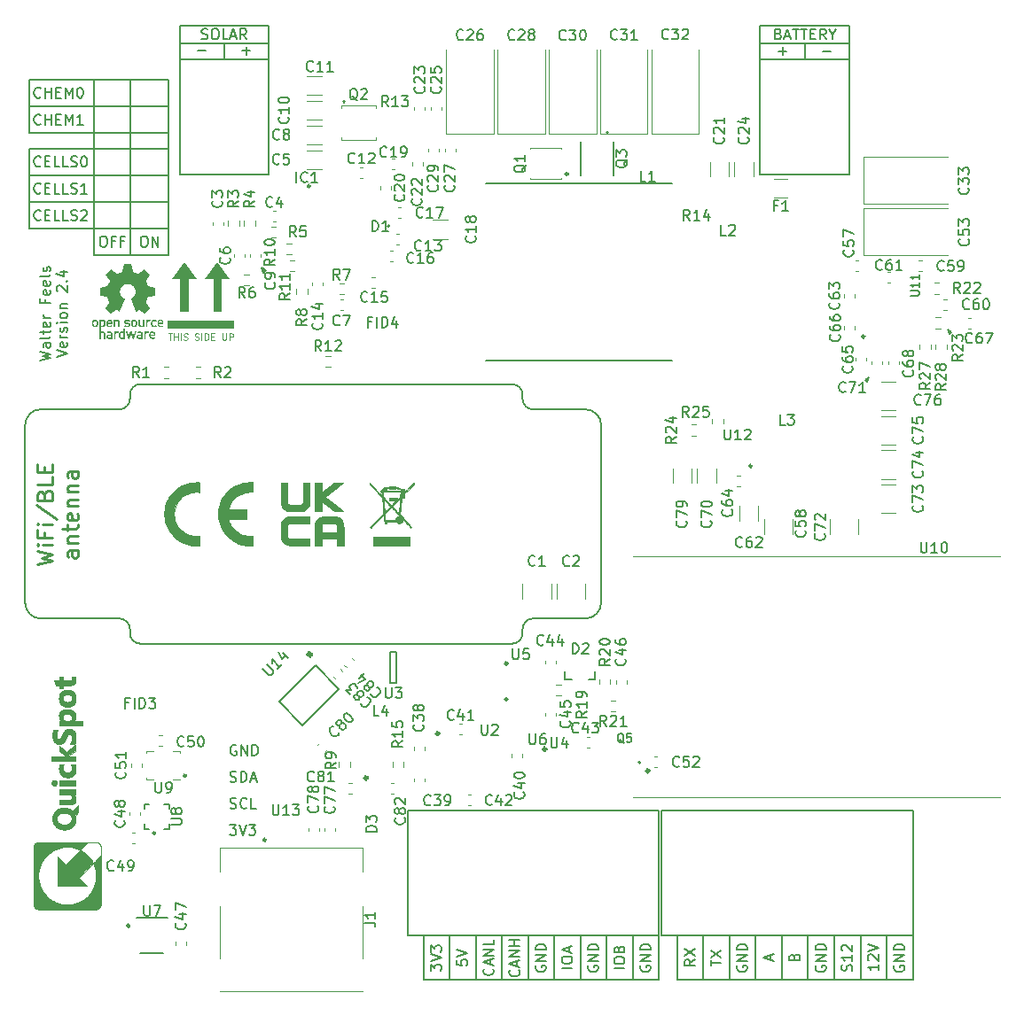
<source format=gbr>
%TF.GenerationSoftware,KiCad,Pcbnew,(6.0.11)*%
%TF.CreationDate,2025-02-12T10:18:37+01:00*%
%TF.ProjectId,walter-feels,77616c74-6572-42d6-9665-656c732e6b69,2.3*%
%TF.SameCoordinates,Original*%
%TF.FileFunction,Legend,Top*%
%TF.FilePolarity,Positive*%
%FSLAX46Y46*%
G04 Gerber Fmt 4.6, Leading zero omitted, Abs format (unit mm)*
G04 Created by KiCad (PCBNEW (6.0.11)) date 2025-02-12 10:18:37*
%MOMM*%
%LPD*%
G01*
G04 APERTURE LIST*
%ADD10C,0.010000*%
%ADD11C,0.050000*%
%ADD12C,0.000000*%
%ADD13C,0.200000*%
%ADD14C,0.150000*%
%ADD15C,0.300000*%
%ADD16C,0.250000*%
%ADD17C,0.120000*%
%ADD18C,0.127000*%
%ADD19C,0.100000*%
%ADD20C,0.152400*%
%ADD21C,0.400000*%
G04 APERTURE END LIST*
D10*
X90977086Y-139400120D02*
X91117133Y-139410771D01*
X88793865Y-140300148D02*
X88885179Y-140204361D01*
D11*
X94040848Y-139340423D02*
X94043819Y-139363941D01*
D10*
X89081017Y-144282847D02*
X88980954Y-144196159D01*
D12*
G36*
X96580973Y-88997365D02*
G01*
X96603052Y-88998671D01*
X96624252Y-89000818D01*
X96644612Y-89003781D01*
X96664171Y-89007535D01*
X96682968Y-89012056D01*
X96701044Y-89017318D01*
X96718437Y-89023296D01*
X96735187Y-89029967D01*
X96751333Y-89037305D01*
X96766915Y-89045286D01*
X96781971Y-89053884D01*
X96796542Y-89063076D01*
X96810666Y-89072835D01*
X96824383Y-89083138D01*
X96837733Y-89093960D01*
X96749229Y-89197902D01*
X96738671Y-89190685D01*
X96728051Y-89183783D01*
X96717343Y-89177217D01*
X96706521Y-89171007D01*
X96695558Y-89165174D01*
X96684427Y-89159740D01*
X96673102Y-89154724D01*
X96661555Y-89150148D01*
X96649760Y-89146032D01*
X96637691Y-89142397D01*
X96625320Y-89139265D01*
X96612622Y-89136655D01*
X96599569Y-89134589D01*
X96586135Y-89133088D01*
X96572292Y-89132172D01*
X96558015Y-89131862D01*
X96549630Y-89131968D01*
X96541593Y-89132285D01*
X96533900Y-89132807D01*
X96526544Y-89133530D01*
X96519520Y-89134450D01*
X96512823Y-89135563D01*
X96506448Y-89136863D01*
X96500389Y-89138347D01*
X96494641Y-89140010D01*
X96489198Y-89141848D01*
X96484055Y-89143856D01*
X96479207Y-89146031D01*
X96474648Y-89148367D01*
X96470372Y-89150860D01*
X96466375Y-89153505D01*
X96462651Y-89156299D01*
X96459194Y-89159237D01*
X96456000Y-89162315D01*
X96453062Y-89165528D01*
X96450375Y-89168871D01*
X96447935Y-89172341D01*
X96445735Y-89175933D01*
X96443770Y-89179642D01*
X96442035Y-89183464D01*
X96440524Y-89187395D01*
X96439233Y-89191431D01*
X96438154Y-89195566D01*
X96437284Y-89199797D01*
X96436617Y-89204119D01*
X96436147Y-89208527D01*
X96435869Y-89213018D01*
X96435777Y-89217587D01*
X96436047Y-89223377D01*
X96436883Y-89229131D01*
X96438323Y-89234811D01*
X96440407Y-89240380D01*
X96443175Y-89245801D01*
X96446665Y-89251037D01*
X96450916Y-89256051D01*
X96453340Y-89258463D01*
X96455969Y-89260806D01*
X96458807Y-89263076D01*
X96461861Y-89265266D01*
X96465134Y-89267373D01*
X96468632Y-89269393D01*
X96472360Y-89271320D01*
X96476322Y-89273150D01*
X96484969Y-89276500D01*
X96494613Y-89279407D01*
X96505293Y-89281833D01*
X96517047Y-89283742D01*
X96529916Y-89285095D01*
X96647987Y-89293470D01*
X96661569Y-89294625D01*
X96674637Y-89296241D01*
X96687196Y-89298305D01*
X96699253Y-89300808D01*
X96710811Y-89303740D01*
X96721877Y-89307090D01*
X96732457Y-89310847D01*
X96742555Y-89315002D01*
X96752176Y-89319544D01*
X96761328Y-89324463D01*
X96770014Y-89329748D01*
X96778240Y-89335389D01*
X96786012Y-89341377D01*
X96793335Y-89347699D01*
X96800215Y-89354347D01*
X96806657Y-89361310D01*
X96812667Y-89368577D01*
X96818249Y-89376139D01*
X96823410Y-89383984D01*
X96828154Y-89392103D01*
X96832488Y-89400485D01*
X96836416Y-89409120D01*
X96839944Y-89417998D01*
X96843078Y-89427108D01*
X96845823Y-89436439D01*
X96848184Y-89445983D01*
X96851777Y-89465663D01*
X96853901Y-89486065D01*
X96854600Y-89507107D01*
X96854224Y-89519982D01*
X96853107Y-89532507D01*
X96851267Y-89544677D01*
X96848720Y-89556490D01*
X96845483Y-89567941D01*
X96841574Y-89579027D01*
X96837009Y-89589744D01*
X96831805Y-89600087D01*
X96825979Y-89610053D01*
X96819549Y-89619638D01*
X96812531Y-89628839D01*
X96804942Y-89637651D01*
X96796799Y-89646071D01*
X96788119Y-89654095D01*
X96778920Y-89661718D01*
X96769217Y-89668938D01*
X96759029Y-89675749D01*
X96748372Y-89682150D01*
X96725718Y-89693700D01*
X96701393Y-89703557D01*
X96675532Y-89711691D01*
X96648270Y-89718072D01*
X96619745Y-89722667D01*
X96590091Y-89725447D01*
X96559444Y-89726380D01*
X96537935Y-89725885D01*
X96516633Y-89724400D01*
X96495548Y-89721922D01*
X96474693Y-89718449D01*
X96454075Y-89713979D01*
X96433707Y-89708511D01*
X96413598Y-89702042D01*
X96393759Y-89694571D01*
X96374199Y-89686094D01*
X96354930Y-89676612D01*
X96335962Y-89666121D01*
X96317304Y-89654619D01*
X96298968Y-89642105D01*
X96280964Y-89628576D01*
X96263302Y-89614031D01*
X96245992Y-89598467D01*
X96345767Y-89500122D01*
X96357432Y-89511115D01*
X96369262Y-89521411D01*
X96381290Y-89531009D01*
X96393549Y-89539907D01*
X96406072Y-89548103D01*
X96418891Y-89555596D01*
X96432040Y-89562383D01*
X96445551Y-89568463D01*
X96459458Y-89573835D01*
X96473792Y-89578496D01*
X96488588Y-89582444D01*
X96503878Y-89585679D01*
X96519695Y-89588198D01*
X96536072Y-89589999D01*
X96553041Y-89591081D01*
X96570636Y-89591442D01*
X96578208Y-89591352D01*
X96585642Y-89591081D01*
X96592931Y-89590629D01*
X96600070Y-89589997D01*
X96607050Y-89589186D01*
X96613865Y-89588194D01*
X96620509Y-89587024D01*
X96626974Y-89585673D01*
X96633255Y-89584144D01*
X96639344Y-89582436D01*
X96645235Y-89580550D01*
X96650920Y-89578485D01*
X96656394Y-89576243D01*
X96661649Y-89573822D01*
X96666679Y-89571224D01*
X96671477Y-89568448D01*
X96676036Y-89565496D01*
X96680350Y-89562367D01*
X96684412Y-89559061D01*
X96688215Y-89555578D01*
X96691752Y-89551920D01*
X96695017Y-89548086D01*
X96698003Y-89544076D01*
X96700703Y-89539890D01*
X96703110Y-89535530D01*
X96705219Y-89530994D01*
X96707021Y-89526284D01*
X96708511Y-89521400D01*
X96709681Y-89516341D01*
X96710526Y-89511108D01*
X96711037Y-89505702D01*
X96711209Y-89500122D01*
X96711099Y-89495480D01*
X96710772Y-89491039D01*
X96710232Y-89486796D01*
X96709485Y-89482745D01*
X96708535Y-89478882D01*
X96707387Y-89475202D01*
X96706046Y-89471703D01*
X96704518Y-89468378D01*
X96702806Y-89465224D01*
X96700916Y-89462237D01*
X96698852Y-89459412D01*
X96696620Y-89456745D01*
X96694224Y-89454231D01*
X96691669Y-89451866D01*
X96688960Y-89449646D01*
X96686102Y-89447566D01*
X96683100Y-89445622D01*
X96679958Y-89443810D01*
X96673275Y-89440564D01*
X96666094Y-89437792D01*
X96658451Y-89435460D01*
X96650388Y-89433533D01*
X96641941Y-89431976D01*
X96633151Y-89430755D01*
X96624055Y-89429835D01*
X96497532Y-89418603D01*
X96475776Y-89416051D01*
X96454827Y-89412094D01*
X96444681Y-89409592D01*
X96434767Y-89406744D01*
X96425096Y-89403551D01*
X96415677Y-89400015D01*
X96406523Y-89396136D01*
X96397641Y-89391918D01*
X96389044Y-89387360D01*
X96380741Y-89382466D01*
X96372743Y-89377236D01*
X96365059Y-89371672D01*
X96357701Y-89365776D01*
X96350678Y-89359548D01*
X96344001Y-89352992D01*
X96337680Y-89346107D01*
X96331725Y-89338897D01*
X96326148Y-89331362D01*
X96320957Y-89323504D01*
X96316163Y-89315325D01*
X96311777Y-89306825D01*
X96307809Y-89298008D01*
X96304270Y-89288873D01*
X96301168Y-89279424D01*
X96298516Y-89269661D01*
X96296323Y-89259586D01*
X96294599Y-89249200D01*
X96293355Y-89238506D01*
X96292601Y-89227504D01*
X96292347Y-89216197D01*
X96292682Y-89202830D01*
X96293678Y-89189875D01*
X96295320Y-89177334D01*
X96297593Y-89165207D01*
X96300483Y-89153495D01*
X96303975Y-89142199D01*
X96308054Y-89131319D01*
X96312705Y-89120856D01*
X96317915Y-89110812D01*
X96323667Y-89101186D01*
X96329949Y-89091980D01*
X96336744Y-89083194D01*
X96344038Y-89074829D01*
X96351817Y-89066886D01*
X96360066Y-89059365D01*
X96368771Y-89052268D01*
X96377915Y-89045595D01*
X96387486Y-89039347D01*
X96397468Y-89033525D01*
X96407846Y-89028129D01*
X96418606Y-89023160D01*
X96429734Y-89018620D01*
X96453031Y-89010826D01*
X96477622Y-89004753D01*
X96503388Y-89000408D01*
X96530211Y-88997796D01*
X96557976Y-88996924D01*
X96580973Y-88997365D01*
G37*
D10*
X93260056Y-143469243D02*
X93193653Y-143584743D01*
X91524365Y-139483364D02*
X91655229Y-139520531D01*
X88707188Y-143908973D02*
X88625319Y-143804781D01*
D13*
X151592600Y-147879800D02*
X151592600Y-152120600D01*
D11*
X93577425Y-145366046D02*
X88092928Y-145366046D01*
X93625491Y-145363634D02*
X93601621Y-145365438D01*
D10*
X90279407Y-139452565D02*
X90415209Y-139428311D01*
X89928526Y-143086547D02*
X89928526Y-143086547D01*
D12*
G36*
X106778424Y-89868083D02*
G01*
X100428425Y-89868083D01*
X100428425Y-89074334D01*
X106778424Y-89074334D01*
X106778424Y-89868083D01*
G37*
D10*
X92876486Y-140300148D02*
X92963164Y-140400223D01*
X93536877Y-141598760D02*
X93561129Y-141734579D01*
X91390946Y-139452566D02*
X91524365Y-139483364D01*
D11*
X94046230Y-139412013D02*
X94046230Y-139412013D01*
D14*
X175295000Y-90165000D02*
X174945000Y-89955000D01*
D12*
G36*
X97789360Y-89429756D02*
G01*
X97789536Y-89438726D01*
X97790058Y-89447454D01*
X97790921Y-89455939D01*
X97792116Y-89464177D01*
X97793636Y-89472165D01*
X97795475Y-89479900D01*
X97797624Y-89487380D01*
X97800077Y-89494602D01*
X97802827Y-89501562D01*
X97805865Y-89508258D01*
X97809186Y-89514688D01*
X97812781Y-89520847D01*
X97816644Y-89526734D01*
X97820768Y-89532346D01*
X97825144Y-89537679D01*
X97829767Y-89542731D01*
X97834628Y-89547498D01*
X97839720Y-89551979D01*
X97845037Y-89556171D01*
X97850571Y-89560069D01*
X97856315Y-89563672D01*
X97862261Y-89566977D01*
X97868403Y-89569981D01*
X97874733Y-89572680D01*
X97881244Y-89575073D01*
X97887929Y-89577156D01*
X97894780Y-89578926D01*
X97901791Y-89580381D01*
X97908954Y-89581518D01*
X97916261Y-89582333D01*
X97923706Y-89582824D01*
X97931282Y-89582989D01*
X97938739Y-89582824D01*
X97946073Y-89582333D01*
X97953276Y-89581518D01*
X97960341Y-89580381D01*
X97967261Y-89578926D01*
X97974028Y-89577156D01*
X97980635Y-89575073D01*
X97987074Y-89572680D01*
X97993338Y-89569981D01*
X97999419Y-89566977D01*
X98005310Y-89563672D01*
X98011003Y-89560069D01*
X98016492Y-89556171D01*
X98021767Y-89551979D01*
X98026823Y-89547498D01*
X98031652Y-89542731D01*
X98036245Y-89537679D01*
X98040597Y-89532346D01*
X98044698Y-89526734D01*
X98048542Y-89520847D01*
X98052122Y-89514688D01*
X98055429Y-89508258D01*
X98058457Y-89501562D01*
X98061198Y-89494602D01*
X98063644Y-89487380D01*
X98065788Y-89479900D01*
X98067623Y-89472165D01*
X98069141Y-89464177D01*
X98070335Y-89455939D01*
X98071197Y-89447454D01*
X98071719Y-89438726D01*
X98071895Y-89429756D01*
X98071895Y-89005297D01*
X98215206Y-89005297D01*
X98215206Y-89717966D01*
X98071895Y-89717966D01*
X98071895Y-89642004D01*
X98069117Y-89642004D01*
X98060457Y-89652212D01*
X98051348Y-89661763D01*
X98041805Y-89670655D01*
X98031844Y-89678890D01*
X98021479Y-89686466D01*
X98010724Y-89693384D01*
X97999594Y-89699644D01*
X97988105Y-89705246D01*
X97976270Y-89710189D01*
X97964105Y-89714473D01*
X97951625Y-89718098D01*
X97938844Y-89721065D01*
X97925777Y-89723372D01*
X97912438Y-89725021D01*
X97898843Y-89726010D01*
X97885007Y-89726340D01*
X97874429Y-89726089D01*
X97863794Y-89725337D01*
X97842458Y-89722340D01*
X97821203Y-89717363D01*
X97810671Y-89714136D01*
X97800236Y-89710420D01*
X97789925Y-89706216D01*
X97779763Y-89701525D01*
X97769775Y-89696351D01*
X97759989Y-89690694D01*
X97750429Y-89684556D01*
X97741121Y-89677939D01*
X97732091Y-89670845D01*
X97723364Y-89663276D01*
X97714967Y-89655234D01*
X97706925Y-89646720D01*
X97699264Y-89637736D01*
X97692010Y-89628284D01*
X97685188Y-89618366D01*
X97678824Y-89607983D01*
X97672944Y-89597138D01*
X97667574Y-89585831D01*
X97662739Y-89574066D01*
X97658465Y-89561844D01*
X97654778Y-89549166D01*
X97651704Y-89536034D01*
X97649268Y-89522451D01*
X97647496Y-89508417D01*
X97646414Y-89493936D01*
X97646048Y-89479008D01*
X97646048Y-89005297D01*
X97789360Y-89005297D01*
X97789360Y-89429756D01*
G37*
D14*
X93425974Y-80307500D02*
X93425974Y-82847500D01*
D11*
X87624122Y-139412013D02*
X87624122Y-139412013D01*
D10*
X89405207Y-139795832D02*
X89520692Y-139729421D01*
D14*
X167200000Y-94900000D02*
X167410000Y-94550000D01*
D11*
X87691805Y-139168530D02*
X87703974Y-139149512D01*
D14*
X109813374Y-84277200D02*
X109584774Y-84505800D01*
D10*
X88164270Y-142843872D02*
X88133476Y-142710436D01*
X89639600Y-139668511D02*
X89761755Y-139613278D01*
X92963164Y-140400223D02*
X93045033Y-140504415D01*
X91655230Y-144788666D02*
X91524366Y-144825832D01*
D13*
X171592600Y-147879800D02*
X171592600Y-152120600D01*
D11*
X93978548Y-145140664D02*
X93966379Y-145159684D01*
D12*
G36*
X97464725Y-90612948D02*
G01*
X97465876Y-90602569D01*
X97467487Y-90592333D01*
X97469556Y-90582254D01*
X97472082Y-90572347D01*
X97475066Y-90562626D01*
X97478505Y-90553107D01*
X97482399Y-90543804D01*
X97486748Y-90534731D01*
X97491550Y-90525903D01*
X97496805Y-90517336D01*
X97502512Y-90509043D01*
X97508670Y-90501039D01*
X97515279Y-90493340D01*
X97522337Y-90485959D01*
X97529843Y-90478912D01*
X97537798Y-90472213D01*
X97546199Y-90465877D01*
X97555047Y-90459918D01*
X97564340Y-90454352D01*
X97574078Y-90449193D01*
X97584260Y-90444455D01*
X97594885Y-90440154D01*
X97605952Y-90436303D01*
X97617460Y-90432918D01*
X97629409Y-90430014D01*
X97641798Y-90427605D01*
X97654626Y-90425706D01*
X97667893Y-90424331D01*
X97681596Y-90423495D01*
X97695736Y-90423213D01*
X97893936Y-90423213D01*
X97893936Y-90348720D01*
X97893421Y-90336582D01*
X97892774Y-90330886D01*
X97891863Y-90325433D01*
X97890685Y-90320222D01*
X97889238Y-90315246D01*
X97887518Y-90310505D01*
X97885523Y-90305992D01*
X97883251Y-90301706D01*
X97880697Y-90297643D01*
X97877860Y-90293798D01*
X97874736Y-90290169D01*
X97871322Y-90286751D01*
X97867617Y-90283542D01*
X97863617Y-90280538D01*
X97859319Y-90277734D01*
X97854720Y-90275128D01*
X97849817Y-90272716D01*
X97839090Y-90268460D01*
X97827116Y-90264937D01*
X97813870Y-90262119D01*
X97799331Y-90259976D01*
X97783476Y-90258481D01*
X97766282Y-90257605D01*
X97747727Y-90257320D01*
X97734214Y-90257488D01*
X97721582Y-90258006D01*
X97709786Y-90258892D01*
X97698784Y-90260164D01*
X97693567Y-90260951D01*
X97688532Y-90261840D01*
X97683674Y-90262836D01*
X97678987Y-90263940D01*
X97674466Y-90265153D01*
X97670105Y-90266480D01*
X97665899Y-90267921D01*
X97661843Y-90269479D01*
X97657932Y-90271157D01*
X97654158Y-90272956D01*
X97650519Y-90274879D01*
X97647007Y-90276929D01*
X97643618Y-90279107D01*
X97640345Y-90281416D01*
X97637185Y-90283859D01*
X97634130Y-90286436D01*
X97631177Y-90289152D01*
X97628319Y-90292007D01*
X97625550Y-90295005D01*
X97622867Y-90298147D01*
X97620262Y-90301436D01*
X97617731Y-90304874D01*
X97615269Y-90308464D01*
X97612869Y-90312208D01*
X97500395Y-90226482D01*
X97510953Y-90212796D01*
X97522079Y-90200203D01*
X97533779Y-90188675D01*
X97546059Y-90178183D01*
X97558924Y-90168697D01*
X97572380Y-90160188D01*
X97586434Y-90152627D01*
X97601092Y-90145986D01*
X97616358Y-90140235D01*
X97632240Y-90135345D01*
X97648743Y-90131287D01*
X97665873Y-90128032D01*
X97683636Y-90125551D01*
X97702037Y-90123815D01*
X97721084Y-90122795D01*
X97740782Y-90122461D01*
X97773060Y-90123167D01*
X97803958Y-90125342D01*
X97833380Y-90129069D01*
X97847507Y-90131541D01*
X97861228Y-90134433D01*
X97874532Y-90137756D01*
X97887406Y-90141519D01*
X97899838Y-90145733D01*
X97911816Y-90150410D01*
X97923328Y-90155559D01*
X97934361Y-90161191D01*
X97944905Y-90167317D01*
X97954945Y-90173946D01*
X97964472Y-90181090D01*
X97973471Y-90188760D01*
X97981931Y-90196965D01*
X97989841Y-90205716D01*
X97997187Y-90215024D01*
X98003959Y-90224900D01*
X98010142Y-90235353D01*
X98015727Y-90246394D01*
X98020700Y-90258035D01*
X98025049Y-90270285D01*
X98028762Y-90283155D01*
X98031827Y-90296655D01*
X98034232Y-90310797D01*
X98035965Y-90325590D01*
X98037014Y-90341045D01*
X98037366Y-90357173D01*
X98037366Y-90843504D01*
X97893936Y-90843504D01*
X97893936Y-90780242D01*
X97891158Y-90780242D01*
X97885383Y-90789164D01*
X97879106Y-90797465D01*
X97872284Y-90805150D01*
X97864877Y-90812226D01*
X97856843Y-90818700D01*
X97848142Y-90824578D01*
X97838734Y-90829865D01*
X97828575Y-90834570D01*
X97817627Y-90838697D01*
X97805848Y-90842253D01*
X97793196Y-90845245D01*
X97779632Y-90847678D01*
X97765113Y-90849560D01*
X97749599Y-90850896D01*
X97733049Y-90851693D01*
X97715421Y-90851958D01*
X97700726Y-90851684D01*
X97686421Y-90850870D01*
X97672514Y-90849528D01*
X97659008Y-90847669D01*
X97645909Y-90845306D01*
X97633221Y-90842451D01*
X97620950Y-90839115D01*
X97609100Y-90835309D01*
X97597676Y-90831047D01*
X97586683Y-90826339D01*
X97576126Y-90821198D01*
X97566009Y-90815635D01*
X97556339Y-90809663D01*
X97547119Y-90803293D01*
X97538355Y-90796536D01*
X97530051Y-90789405D01*
X97522212Y-90781912D01*
X97514844Y-90774068D01*
X97507951Y-90765886D01*
X97501537Y-90757376D01*
X97495609Y-90748552D01*
X97490171Y-90739424D01*
X97485227Y-90730005D01*
X97480783Y-90720306D01*
X97476843Y-90710340D01*
X97473413Y-90700118D01*
X97470497Y-90689651D01*
X97468100Y-90678953D01*
X97466227Y-90668034D01*
X97464883Y-90656907D01*
X97464074Y-90645582D01*
X97463803Y-90634073D01*
X97463955Y-90627048D01*
X97598819Y-90627048D01*
X97599270Y-90635926D01*
X97600641Y-90644620D01*
X97602964Y-90653077D01*
X97606269Y-90661242D01*
X97608299Y-90665199D01*
X97610587Y-90669062D01*
X97613136Y-90672827D01*
X97615950Y-90676484D01*
X97619032Y-90680029D01*
X97622387Y-90683454D01*
X97626018Y-90686753D01*
X97629929Y-90689918D01*
X97634125Y-90692944D01*
X97638608Y-90695823D01*
X97643383Y-90698548D01*
X97648454Y-90701114D01*
X97653824Y-90703513D01*
X97659497Y-90705738D01*
X97665478Y-90707784D01*
X97671769Y-90709642D01*
X97685301Y-90712772D01*
X97700122Y-90715074D01*
X97716264Y-90716495D01*
X97733757Y-90716980D01*
X97755243Y-90716811D01*
X97774939Y-90716221D01*
X97792903Y-90715083D01*
X97809188Y-90713272D01*
X97816719Y-90712075D01*
X97823851Y-90710663D01*
X97830592Y-90709019D01*
X97836948Y-90707129D01*
X97842926Y-90704976D01*
X97848534Y-90702544D01*
X97853777Y-90699819D01*
X97858664Y-90696784D01*
X97863200Y-90693423D01*
X97867394Y-90689722D01*
X97871251Y-90685663D01*
X97874780Y-90681232D01*
X97877986Y-90676412D01*
X97880877Y-90671189D01*
X97883459Y-90665546D01*
X97885740Y-90659467D01*
X97887727Y-90652937D01*
X97889427Y-90645940D01*
X97890846Y-90638461D01*
X97891991Y-90630483D01*
X97892870Y-90621991D01*
X97893489Y-90612969D01*
X97893855Y-90603402D01*
X97893976Y-90593274D01*
X97893975Y-90593274D01*
X97893975Y-90541244D01*
X97722525Y-90541244D01*
X97714750Y-90541342D01*
X97707238Y-90541636D01*
X97699987Y-90542121D01*
X97692996Y-90542796D01*
X97686265Y-90543658D01*
X97679792Y-90544703D01*
X97673576Y-90545930D01*
X97667617Y-90547334D01*
X97661913Y-90548913D01*
X97656463Y-90550665D01*
X97651267Y-90552586D01*
X97646322Y-90554674D01*
X97641629Y-90556925D01*
X97637186Y-90559338D01*
X97632992Y-90561908D01*
X97629046Y-90564634D01*
X97625348Y-90567513D01*
X97621895Y-90570541D01*
X97618687Y-90573715D01*
X97615724Y-90577034D01*
X97613003Y-90580494D01*
X97610524Y-90584091D01*
X97608287Y-90587825D01*
X97606289Y-90591691D01*
X97604530Y-90595686D01*
X97603009Y-90599809D01*
X97601724Y-90604055D01*
X97600676Y-90608423D01*
X97599862Y-90612908D01*
X97599282Y-90617510D01*
X97598935Y-90622224D01*
X97598819Y-90627048D01*
X97463955Y-90627048D01*
X97464033Y-90623454D01*
X97464725Y-90612948D01*
G37*
D11*
X93924726Y-139096439D02*
X93939439Y-139113438D01*
D10*
X92785173Y-144104835D02*
X92689399Y-144196159D01*
X90835176Y-139396531D02*
X90977086Y-139400120D01*
D12*
G36*
X95798162Y-90426890D02*
G01*
X95798899Y-90401075D01*
X95799973Y-90377682D01*
X95801409Y-90356515D01*
X95803233Y-90337381D01*
X95805468Y-90320087D01*
X95808140Y-90304438D01*
X95811273Y-90290242D01*
X95813020Y-90283627D01*
X95814892Y-90277304D01*
X95816892Y-90271246D01*
X95819023Y-90265430D01*
X95821287Y-90259832D01*
X95823688Y-90254427D01*
X95828915Y-90244101D01*
X95834726Y-90234259D01*
X95841148Y-90224707D01*
X95848204Y-90215251D01*
X95856110Y-90205392D01*
X95864545Y-90195904D01*
X95873510Y-90186822D01*
X95883008Y-90178183D01*
X95893042Y-90170024D01*
X95903612Y-90162381D01*
X95914722Y-90155293D01*
X95926374Y-90148794D01*
X95938569Y-90142922D01*
X95951310Y-90137714D01*
X95964599Y-90133207D01*
X95978438Y-90129436D01*
X95992830Y-90126440D01*
X96007776Y-90124254D01*
X96023278Y-90122916D01*
X96039339Y-90122461D01*
X96052868Y-90122853D01*
X96066050Y-90124010D01*
X96078902Y-90125908D01*
X96091442Y-90128523D01*
X96103684Y-90131830D01*
X96115646Y-90135804D01*
X96127345Y-90140420D01*
X96138796Y-90145654D01*
X96150017Y-90151481D01*
X96161023Y-90157876D01*
X96171832Y-90164815D01*
X96182460Y-90172273D01*
X96192923Y-90180224D01*
X96203238Y-90188646D01*
X96213421Y-90197511D01*
X96223489Y-90206797D01*
X96223489Y-89842704D01*
X96366841Y-89842704D01*
X96366841Y-90843504D01*
X96223489Y-90843504D01*
X96223489Y-90769010D01*
X96214814Y-90778039D01*
X96205665Y-90786681D01*
X96196062Y-90794910D01*
X96186026Y-90802699D01*
X96175578Y-90810020D01*
X96164738Y-90816847D01*
X96153528Y-90823152D01*
X96141966Y-90828908D01*
X96130075Y-90834089D01*
X96117875Y-90838667D01*
X96105387Y-90842615D01*
X96092630Y-90845906D01*
X96079627Y-90848513D01*
X96066397Y-90850408D01*
X96052961Y-90851565D01*
X96039339Y-90851957D01*
X96031239Y-90851842D01*
X96023278Y-90851502D01*
X96015457Y-90850940D01*
X96007776Y-90850161D01*
X96000233Y-90849170D01*
X95992830Y-90847972D01*
X95985565Y-90846570D01*
X95978438Y-90844971D01*
X95971450Y-90843178D01*
X95964599Y-90841195D01*
X95957886Y-90839029D01*
X95951310Y-90836683D01*
X95944871Y-90834162D01*
X95938569Y-90831470D01*
X95926374Y-90825595D01*
X95914722Y-90819093D01*
X95903612Y-90812002D01*
X95893042Y-90804360D01*
X95883008Y-90796202D01*
X95873510Y-90787567D01*
X95864545Y-90778492D01*
X95856110Y-90769013D01*
X95848204Y-90759168D01*
X95841148Y-90749697D01*
X95834726Y-90740130D01*
X95828915Y-90730272D01*
X95823688Y-90719926D01*
X95819022Y-90708897D01*
X95814892Y-90696990D01*
X95811273Y-90684008D01*
X95808140Y-90669757D01*
X95805468Y-90654040D01*
X95803232Y-90636662D01*
X95801409Y-90617427D01*
X95799973Y-90596140D01*
X95798162Y-90546626D01*
X95797603Y-90486555D01*
X95940954Y-90486555D01*
X95941066Y-90507341D01*
X95941519Y-90527965D01*
X95942492Y-90548263D01*
X95944160Y-90568074D01*
X95946701Y-90587235D01*
X95948354Y-90596520D01*
X95950292Y-90605582D01*
X95952537Y-90614400D01*
X95955111Y-90622954D01*
X95958035Y-90631223D01*
X95961333Y-90639187D01*
X95965027Y-90646826D01*
X95969137Y-90654120D01*
X95973688Y-90661048D01*
X95978700Y-90667589D01*
X95984195Y-90673724D01*
X95990197Y-90679432D01*
X95996727Y-90684693D01*
X96003808Y-90689487D01*
X96011460Y-90693792D01*
X96019708Y-90697590D01*
X96028572Y-90700859D01*
X96038074Y-90703579D01*
X96048238Y-90705730D01*
X96059085Y-90707292D01*
X96070637Y-90708244D01*
X96082916Y-90708566D01*
X96095069Y-90708224D01*
X96106503Y-90707215D01*
X96117239Y-90705564D01*
X96127299Y-90703293D01*
X96136706Y-90700427D01*
X96145480Y-90696991D01*
X96153645Y-90693009D01*
X96161221Y-90688505D01*
X96168231Y-90683502D01*
X96174697Y-90678026D01*
X96180640Y-90672099D01*
X96186083Y-90665748D01*
X96191046Y-90658994D01*
X96195553Y-90651864D01*
X96199625Y-90644380D01*
X96203283Y-90636568D01*
X96206551Y-90628451D01*
X96209449Y-90620053D01*
X96214224Y-90602513D01*
X96217784Y-90584140D01*
X96220305Y-90565128D01*
X96221961Y-90545670D01*
X96222927Y-90525959D01*
X96223489Y-90486555D01*
X96223378Y-90467162D01*
X96222927Y-90447601D01*
X96221961Y-90428069D01*
X96220305Y-90408760D01*
X96217784Y-90389870D01*
X96216145Y-90380644D01*
X96214224Y-90371596D01*
X96211999Y-90362751D01*
X96209449Y-90354133D01*
X96206551Y-90345767D01*
X96203283Y-90337677D01*
X96199625Y-90329887D01*
X96195553Y-90322423D01*
X96191046Y-90315309D01*
X96186083Y-90308568D01*
X96180640Y-90302227D01*
X96174697Y-90296308D01*
X96168231Y-90290837D01*
X96161221Y-90285837D01*
X96153645Y-90281335D01*
X96145480Y-90277353D01*
X96136706Y-90273916D01*
X96127299Y-90271050D01*
X96117239Y-90268778D01*
X96106503Y-90267125D01*
X96095069Y-90266115D01*
X96082916Y-90265773D01*
X96070637Y-90266095D01*
X96059085Y-90267047D01*
X96048238Y-90268609D01*
X96038074Y-90270760D01*
X96028572Y-90273480D01*
X96019708Y-90276747D01*
X96011460Y-90280542D01*
X96003808Y-90284844D01*
X95996727Y-90289632D01*
X95990197Y-90294885D01*
X95984195Y-90300583D01*
X95978700Y-90306706D01*
X95973688Y-90313232D01*
X95969137Y-90320141D01*
X95965027Y-90327413D01*
X95961333Y-90335027D01*
X95958035Y-90342963D01*
X95955111Y-90351199D01*
X95950292Y-90368491D01*
X95946701Y-90386740D01*
X95944160Y-90405779D01*
X95942492Y-90425445D01*
X95941519Y-90445573D01*
X95940954Y-90486555D01*
X95797603Y-90486555D01*
X95797738Y-90455318D01*
X95798162Y-90426890D01*
G37*
D11*
X93577425Y-145366046D02*
X93577425Y-145366046D01*
D12*
G36*
X98714893Y-88997089D02*
G01*
X98725364Y-88997816D01*
X98735618Y-88999012D01*
X98745664Y-89000664D01*
X98755511Y-89002762D01*
X98765167Y-89005291D01*
X98774642Y-89008241D01*
X98783943Y-89011598D01*
X98793081Y-89015351D01*
X98802063Y-89019486D01*
X98810898Y-89023993D01*
X98819596Y-89028857D01*
X98828164Y-89034068D01*
X98836612Y-89039612D01*
X98844949Y-89045478D01*
X98853183Y-89051653D01*
X98749162Y-89175359D01*
X98742947Y-89170799D01*
X98736931Y-89166592D01*
X98731080Y-89162730D01*
X98725361Y-89159206D01*
X98719741Y-89156011D01*
X98714187Y-89153136D01*
X98708666Y-89150574D01*
X98703144Y-89148317D01*
X98697589Y-89146356D01*
X98691968Y-89144683D01*
X98686246Y-89143290D01*
X98680392Y-89142168D01*
X98674372Y-89141311D01*
X98668152Y-89140708D01*
X98661701Y-89140352D01*
X98654983Y-89140236D01*
X98641831Y-89140766D01*
X98628813Y-89142371D01*
X98616028Y-89145071D01*
X98603573Y-89148887D01*
X98597501Y-89151220D01*
X98591549Y-89153839D01*
X98585728Y-89156748D01*
X98580052Y-89159949D01*
X98574533Y-89163444D01*
X98569183Y-89167236D01*
X98564014Y-89171327D01*
X98559039Y-89175721D01*
X98554270Y-89180420D01*
X98549719Y-89185426D01*
X98545399Y-89190742D01*
X98541322Y-89196370D01*
X98537501Y-89202313D01*
X98533947Y-89208574D01*
X98530673Y-89215156D01*
X98527691Y-89222060D01*
X98525014Y-89229289D01*
X98522654Y-89236846D01*
X98520623Y-89244734D01*
X98518934Y-89252955D01*
X98517598Y-89261512D01*
X98516629Y-89270407D01*
X98516039Y-89279643D01*
X98515839Y-89289223D01*
X98515839Y-89717887D01*
X98372448Y-89717887D01*
X98372448Y-89005298D01*
X98515839Y-89005298D01*
X98515839Y-89081181D01*
X98518618Y-89081181D01*
X98527278Y-89070972D01*
X98536390Y-89061422D01*
X98545939Y-89052529D01*
X98555913Y-89044295D01*
X98566301Y-89036718D01*
X98577088Y-89029800D01*
X98588263Y-89023540D01*
X98599813Y-89017939D01*
X98611725Y-89012996D01*
X98623987Y-89008711D01*
X98636586Y-89005086D01*
X98649510Y-89002119D01*
X98662745Y-88999812D01*
X98676280Y-88998163D01*
X98690101Y-88997174D01*
X98704196Y-88996844D01*
X98714893Y-88997089D01*
G37*
D11*
G36*
X90086132Y-127352937D02*
G01*
X90319947Y-127352937D01*
X90319947Y-127347429D01*
X90287113Y-127324896D01*
X90256396Y-127301231D01*
X90227796Y-127276431D01*
X90214290Y-127263603D01*
X90201313Y-127250493D01*
X90188866Y-127237099D01*
X90176948Y-127223422D01*
X90165559Y-127209460D01*
X90154700Y-127195214D01*
X90144371Y-127180685D01*
X90134570Y-127165872D01*
X90125300Y-127150776D01*
X90116559Y-127135395D01*
X90108347Y-127119729D01*
X90100666Y-127103781D01*
X90093513Y-127087547D01*
X90086891Y-127071032D01*
X90080798Y-127054232D01*
X90075235Y-127037148D01*
X90070201Y-127019780D01*
X90069067Y-127015336D01*
X90391891Y-127015336D01*
X90392345Y-127034147D01*
X90393705Y-127052524D01*
X90395972Y-127070471D01*
X90399147Y-127087984D01*
X90403229Y-127105065D01*
X90408220Y-127121713D01*
X90414118Y-127137929D01*
X90420925Y-127153712D01*
X90428640Y-127169063D01*
X90437265Y-127183981D01*
X90446798Y-127198465D01*
X90457241Y-127212517D01*
X90468593Y-127226136D01*
X90480855Y-127239322D01*
X90494028Y-127252074D01*
X90508110Y-127264393D01*
X90522892Y-127275950D01*
X90538193Y-127286764D01*
X90554014Y-127296833D01*
X90570352Y-127306156D01*
X90587212Y-127314735D01*
X90604590Y-127322569D01*
X90622487Y-127329657D01*
X90640903Y-127336001D01*
X90659838Y-127341598D01*
X90679291Y-127346450D01*
X90699263Y-127350554D01*
X90719754Y-127353915D01*
X90740764Y-127356528D01*
X90762291Y-127358396D01*
X90784338Y-127359516D01*
X90806902Y-127359889D01*
X90939727Y-127359889D01*
X90959894Y-127359543D01*
X90979598Y-127358506D01*
X90998837Y-127356777D01*
X91017613Y-127354357D01*
X91035925Y-127351245D01*
X91053772Y-127347441D01*
X91071156Y-127342945D01*
X91088075Y-127337758D01*
X91104530Y-127331878D01*
X91120521Y-127325307D01*
X91136048Y-127318044D01*
X91151111Y-127310088D01*
X91165709Y-127301441D01*
X91179843Y-127292101D01*
X91193513Y-127282069D01*
X91206717Y-127271345D01*
X91219286Y-127260069D01*
X91231042Y-127248382D01*
X91241987Y-127236283D01*
X91252121Y-127223773D01*
X91261445Y-127210852D01*
X91269955Y-127197520D01*
X91277656Y-127183778D01*
X91284545Y-127169624D01*
X91290624Y-127155061D01*
X91295892Y-127140088D01*
X91300350Y-127124702D01*
X91303997Y-127108908D01*
X91306833Y-127092704D01*
X91308859Y-127076090D01*
X91310074Y-127059066D01*
X91310479Y-127041634D01*
X91309971Y-127020995D01*
X91308447Y-127000942D01*
X91305907Y-126981474D01*
X91302351Y-126962590D01*
X91297779Y-126944291D01*
X91292191Y-126926577D01*
X91285586Y-126909446D01*
X91277966Y-126892898D01*
X91269330Y-126876934D01*
X91259677Y-126861553D01*
X91249009Y-126846755D01*
X91237324Y-126832539D01*
X91224623Y-126818905D01*
X91210907Y-126805852D01*
X91196174Y-126793382D01*
X91180425Y-126781492D01*
X91163744Y-126770103D01*
X91146222Y-126759449D01*
X91127857Y-126749530D01*
X91108650Y-126740345D01*
X91088601Y-126731895D01*
X91067709Y-126724180D01*
X91045975Y-126717200D01*
X91023398Y-126710954D01*
X90999978Y-126705443D01*
X90975716Y-126700667D01*
X90950609Y-126696626D01*
X90924660Y-126693320D01*
X90897867Y-126690748D01*
X90870230Y-126688910D01*
X90841750Y-126687809D01*
X90812426Y-126687442D01*
X90761496Y-126688722D01*
X90713853Y-126692564D01*
X90669497Y-126698966D01*
X90628428Y-126707930D01*
X90609125Y-126713373D01*
X90590645Y-126719457D01*
X90572985Y-126726179D01*
X90556147Y-126733543D01*
X90540132Y-126741547D01*
X90524937Y-126750192D01*
X90510564Y-126759477D01*
X90497012Y-126769403D01*
X90484282Y-126779969D01*
X90472374Y-126791175D01*
X90461286Y-126803023D01*
X90451020Y-126815510D01*
X90441575Y-126828639D01*
X90432952Y-126842408D01*
X90425150Y-126856819D01*
X90418170Y-126871868D01*
X90412011Y-126887559D01*
X90406673Y-126903891D01*
X90402156Y-126920863D01*
X90398460Y-126938476D01*
X90395587Y-126956730D01*
X90393534Y-126975625D01*
X90392302Y-126995160D01*
X90391891Y-127015336D01*
X90069067Y-127015336D01*
X90065697Y-127002128D01*
X90061723Y-126984193D01*
X90058279Y-126965973D01*
X90052980Y-126928682D01*
X90049800Y-126890255D01*
X90048741Y-126850693D01*
X90049541Y-126814699D01*
X90051941Y-126779700D01*
X90055942Y-126745696D01*
X90061542Y-126712687D01*
X90068743Y-126680673D01*
X90077543Y-126649651D01*
X90087942Y-126619625D01*
X90099941Y-126590592D01*
X90113539Y-126562554D01*
X90128737Y-126535509D01*
X90145533Y-126509458D01*
X90163928Y-126484400D01*
X90183921Y-126460336D01*
X90205514Y-126437266D01*
X90228705Y-126415188D01*
X90253493Y-126394103D01*
X90279503Y-126374171D01*
X90306668Y-126355523D01*
X90334986Y-126338161D01*
X90364458Y-126322084D01*
X90395087Y-126307292D01*
X90426870Y-126293786D01*
X90459808Y-126281565D01*
X90493902Y-126270630D01*
X90529151Y-126260982D01*
X90565557Y-126252619D01*
X90603118Y-126245543D01*
X90641836Y-126239753D01*
X90681711Y-126235249D01*
X90722743Y-126232032D01*
X90764933Y-126230102D01*
X90808278Y-126229458D01*
X90855583Y-126230205D01*
X90901698Y-126232441D01*
X90946627Y-126236169D01*
X90990367Y-126241389D01*
X91032919Y-126248101D01*
X91074282Y-126256305D01*
X91114457Y-126265999D01*
X91153444Y-126277185D01*
X91191242Y-126289865D01*
X91227852Y-126304036D01*
X91263273Y-126319699D01*
X91297506Y-126336854D01*
X91330550Y-126355502D01*
X91362406Y-126375642D01*
X91393073Y-126397274D01*
X91422551Y-126420399D01*
X91450523Y-126444725D01*
X91476690Y-126469982D01*
X91501053Y-126496170D01*
X91523611Y-126523290D01*
X91544364Y-126551341D01*
X91563313Y-126580322D01*
X91580457Y-126610234D01*
X91595797Y-126641076D01*
X91609331Y-126672847D01*
X91621062Y-126705549D01*
X91630986Y-126739180D01*
X91639108Y-126773740D01*
X91645424Y-126809230D01*
X91649936Y-126845648D01*
X91652643Y-126882993D01*
X91653545Y-126921269D01*
X91652681Y-126955842D01*
X91650088Y-126989358D01*
X91645764Y-127021815D01*
X91639712Y-127053215D01*
X91631931Y-127083557D01*
X91622421Y-127112838D01*
X91611181Y-127141062D01*
X91598212Y-127168228D01*
X91583513Y-127194334D01*
X91567086Y-127219383D01*
X91548930Y-127243371D01*
X91529044Y-127266302D01*
X91507428Y-127288173D01*
X91484083Y-127308984D01*
X91459009Y-127328737D01*
X91432205Y-127347430D01*
X91432206Y-127352937D01*
X92320353Y-127352937D01*
X92320353Y-127799837D01*
X90086132Y-127799837D01*
X90086132Y-127352937D01*
G37*
X90086132Y-127352937D02*
X90319947Y-127352937D01*
X90319947Y-127347429D01*
X90287113Y-127324896D01*
X90256396Y-127301231D01*
X90227796Y-127276431D01*
X90214290Y-127263603D01*
X90201313Y-127250493D01*
X90188866Y-127237099D01*
X90176948Y-127223422D01*
X90165559Y-127209460D01*
X90154700Y-127195214D01*
X90144371Y-127180685D01*
X90134570Y-127165872D01*
X90125300Y-127150776D01*
X90116559Y-127135395D01*
X90108347Y-127119729D01*
X90100666Y-127103781D01*
X90093513Y-127087547D01*
X90086891Y-127071032D01*
X90080798Y-127054232D01*
X90075235Y-127037148D01*
X90070201Y-127019780D01*
X90069067Y-127015336D01*
X90391891Y-127015336D01*
X90392345Y-127034147D01*
X90393705Y-127052524D01*
X90395972Y-127070471D01*
X90399147Y-127087984D01*
X90403229Y-127105065D01*
X90408220Y-127121713D01*
X90414118Y-127137929D01*
X90420925Y-127153712D01*
X90428640Y-127169063D01*
X90437265Y-127183981D01*
X90446798Y-127198465D01*
X90457241Y-127212517D01*
X90468593Y-127226136D01*
X90480855Y-127239322D01*
X90494028Y-127252074D01*
X90508110Y-127264393D01*
X90522892Y-127275950D01*
X90538193Y-127286764D01*
X90554014Y-127296833D01*
X90570352Y-127306156D01*
X90587212Y-127314735D01*
X90604590Y-127322569D01*
X90622487Y-127329657D01*
X90640903Y-127336001D01*
X90659838Y-127341598D01*
X90679291Y-127346450D01*
X90699263Y-127350554D01*
X90719754Y-127353915D01*
X90740764Y-127356528D01*
X90762291Y-127358396D01*
X90784338Y-127359516D01*
X90806902Y-127359889D01*
X90939727Y-127359889D01*
X90959894Y-127359543D01*
X90979598Y-127358506D01*
X90998837Y-127356777D01*
X91017613Y-127354357D01*
X91035925Y-127351245D01*
X91053772Y-127347441D01*
X91071156Y-127342945D01*
X91088075Y-127337758D01*
X91104530Y-127331878D01*
X91120521Y-127325307D01*
X91136048Y-127318044D01*
X91151111Y-127310088D01*
X91165709Y-127301441D01*
X91179843Y-127292101D01*
X91193513Y-127282069D01*
X91206717Y-127271345D01*
X91219286Y-127260069D01*
X91231042Y-127248382D01*
X91241987Y-127236283D01*
X91252121Y-127223773D01*
X91261445Y-127210852D01*
X91269955Y-127197520D01*
X91277656Y-127183778D01*
X91284545Y-127169624D01*
X91290624Y-127155061D01*
X91295892Y-127140088D01*
X91300350Y-127124702D01*
X91303997Y-127108908D01*
X91306833Y-127092704D01*
X91308859Y-127076090D01*
X91310074Y-127059066D01*
X91310479Y-127041634D01*
X91309971Y-127020995D01*
X91308447Y-127000942D01*
X91305907Y-126981474D01*
X91302351Y-126962590D01*
X91297779Y-126944291D01*
X91292191Y-126926577D01*
X91285586Y-126909446D01*
X91277966Y-126892898D01*
X91269330Y-126876934D01*
X91259677Y-126861553D01*
X91249009Y-126846755D01*
X91237324Y-126832539D01*
X91224623Y-126818905D01*
X91210907Y-126805852D01*
X91196174Y-126793382D01*
X91180425Y-126781492D01*
X91163744Y-126770103D01*
X91146222Y-126759449D01*
X91127857Y-126749530D01*
X91108650Y-126740345D01*
X91088601Y-126731895D01*
X91067709Y-126724180D01*
X91045975Y-126717200D01*
X91023398Y-126710954D01*
X90999978Y-126705443D01*
X90975716Y-126700667D01*
X90950609Y-126696626D01*
X90924660Y-126693320D01*
X90897867Y-126690748D01*
X90870230Y-126688910D01*
X90841750Y-126687809D01*
X90812426Y-126687442D01*
X90761496Y-126688722D01*
X90713853Y-126692564D01*
X90669497Y-126698966D01*
X90628428Y-126707930D01*
X90609125Y-126713373D01*
X90590645Y-126719457D01*
X90572985Y-126726179D01*
X90556147Y-126733543D01*
X90540132Y-126741547D01*
X90524937Y-126750192D01*
X90510564Y-126759477D01*
X90497012Y-126769403D01*
X90484282Y-126779969D01*
X90472374Y-126791175D01*
X90461286Y-126803023D01*
X90451020Y-126815510D01*
X90441575Y-126828639D01*
X90432952Y-126842408D01*
X90425150Y-126856819D01*
X90418170Y-126871868D01*
X90412011Y-126887559D01*
X90406673Y-126903891D01*
X90402156Y-126920863D01*
X90398460Y-126938476D01*
X90395587Y-126956730D01*
X90393534Y-126975625D01*
X90392302Y-126995160D01*
X90391891Y-127015336D01*
X90069067Y-127015336D01*
X90065697Y-127002128D01*
X90061723Y-126984193D01*
X90058279Y-126965973D01*
X90052980Y-126928682D01*
X90049800Y-126890255D01*
X90048741Y-126850693D01*
X90049541Y-126814699D01*
X90051941Y-126779700D01*
X90055942Y-126745696D01*
X90061542Y-126712687D01*
X90068743Y-126680673D01*
X90077543Y-126649651D01*
X90087942Y-126619625D01*
X90099941Y-126590592D01*
X90113539Y-126562554D01*
X90128737Y-126535509D01*
X90145533Y-126509458D01*
X90163928Y-126484400D01*
X90183921Y-126460336D01*
X90205514Y-126437266D01*
X90228705Y-126415188D01*
X90253493Y-126394103D01*
X90279503Y-126374171D01*
X90306668Y-126355523D01*
X90334986Y-126338161D01*
X90364458Y-126322084D01*
X90395087Y-126307292D01*
X90426870Y-126293786D01*
X90459808Y-126281565D01*
X90493902Y-126270630D01*
X90529151Y-126260982D01*
X90565557Y-126252619D01*
X90603118Y-126245543D01*
X90641836Y-126239753D01*
X90681711Y-126235249D01*
X90722743Y-126232032D01*
X90764933Y-126230102D01*
X90808278Y-126229458D01*
X90855583Y-126230205D01*
X90901698Y-126232441D01*
X90946627Y-126236169D01*
X90990367Y-126241389D01*
X91032919Y-126248101D01*
X91074282Y-126256305D01*
X91114457Y-126265999D01*
X91153444Y-126277185D01*
X91191242Y-126289865D01*
X91227852Y-126304036D01*
X91263273Y-126319699D01*
X91297506Y-126336854D01*
X91330550Y-126355502D01*
X91362406Y-126375642D01*
X91393073Y-126397274D01*
X91422551Y-126420399D01*
X91450523Y-126444725D01*
X91476690Y-126469982D01*
X91501053Y-126496170D01*
X91523611Y-126523290D01*
X91544364Y-126551341D01*
X91563313Y-126580322D01*
X91580457Y-126610234D01*
X91595797Y-126641076D01*
X91609331Y-126672847D01*
X91621062Y-126705549D01*
X91630986Y-126739180D01*
X91639108Y-126773740D01*
X91645424Y-126809230D01*
X91649936Y-126845648D01*
X91652643Y-126882993D01*
X91653545Y-126921269D01*
X91652681Y-126955842D01*
X91650088Y-126989358D01*
X91645764Y-127021815D01*
X91639712Y-127053215D01*
X91631931Y-127083557D01*
X91622421Y-127112838D01*
X91611181Y-127141062D01*
X91598212Y-127168228D01*
X91583513Y-127194334D01*
X91567086Y-127219383D01*
X91548930Y-127243371D01*
X91529044Y-127266302D01*
X91507428Y-127288173D01*
X91484083Y-127308984D01*
X91459009Y-127328737D01*
X91432205Y-127347430D01*
X91432206Y-127352937D01*
X92320353Y-127352937D01*
X92320353Y-127799837D01*
X90086132Y-127799837D01*
X90086132Y-127352937D01*
X87849476Y-145298355D02*
X87830459Y-145286184D01*
X93875964Y-139049954D02*
X93892960Y-139064669D01*
D14*
X175105000Y-90060000D02*
X175145000Y-90195000D01*
D10*
X92149661Y-144579776D02*
X92030753Y-144640685D01*
X88349395Y-143350321D02*
X88294169Y-143228150D01*
D11*
X87931413Y-138971509D02*
X87953219Y-138964159D01*
D13*
X156592600Y-152120600D02*
X154092600Y-152120600D01*
D11*
X87777393Y-139064669D02*
X87794388Y-139049954D01*
D10*
X93121921Y-143696647D02*
X93045033Y-143804781D01*
D11*
X93953333Y-139131137D02*
X93966379Y-139149512D01*
X87717020Y-139131137D02*
X87730914Y-139113437D01*
D10*
X91524366Y-144825832D02*
X91390947Y-144856630D01*
D11*
X94046230Y-144897183D02*
X94046230Y-144897183D01*
X87849476Y-139010841D02*
X87869109Y-138999576D01*
X87830459Y-139023011D02*
X87849476Y-139010841D01*
D13*
X164092600Y-147879800D02*
X164092600Y-152120600D01*
D11*
X93577425Y-138943149D02*
X93577425Y-138943149D01*
X87670214Y-145100806D02*
X87660850Y-145080026D01*
D10*
X90279407Y-144856630D02*
X90145987Y-144825832D01*
D12*
G36*
X96731688Y-90629865D02*
G01*
X96734505Y-90629865D01*
X96896113Y-90130914D01*
X97000134Y-90130914D01*
X97161741Y-90629865D01*
X97164639Y-90629865D01*
X97300886Y-90130914D01*
X97452730Y-90130914D01*
X97225083Y-90843504D01*
X97098519Y-90843504D01*
X96949532Y-90344512D01*
X96946714Y-90344512D01*
X96797728Y-90843504D01*
X96671243Y-90843504D01*
X96443556Y-90130914D01*
X96595321Y-90130914D01*
X96731688Y-90629865D01*
G37*
D10*
X92876487Y-144009048D02*
X92785173Y-144104835D01*
D11*
X93717132Y-145345036D02*
X93694856Y-145351335D01*
X93839893Y-139023011D02*
X93858266Y-139036059D01*
X87953219Y-138964159D02*
X87975496Y-138957861D01*
D10*
X88164270Y-141465324D02*
X88201432Y-141334444D01*
D11*
X93649006Y-145360663D02*
X93625491Y-145363634D01*
X87730914Y-139113437D02*
X87745626Y-139096439D01*
D13*
X151592600Y-152120600D02*
X149092600Y-152120600D01*
D11*
X93966379Y-145159684D02*
X93953333Y-145178058D01*
D14*
X100537974Y-71163500D02*
X87202974Y-71163500D01*
D11*
X87645129Y-145036908D02*
X87638832Y-145014628D01*
D10*
X93589317Y-142012671D02*
X93592905Y-142154599D01*
D14*
X87202974Y-71163500D02*
X87202974Y-66108900D01*
D10*
X93376185Y-143228150D02*
X93320958Y-143350321D01*
D13*
X129856600Y-152120600D02*
X127356600Y-152120600D01*
D12*
G36*
X95631286Y-88997095D02*
G01*
X95641802Y-88997847D01*
X95662923Y-89000844D01*
X95683990Y-89005821D01*
X95704796Y-89012765D01*
X95715035Y-89016970D01*
X95725131Y-89021661D01*
X95735058Y-89026837D01*
X95744790Y-89032495D01*
X95754300Y-89038634D01*
X95763562Y-89045252D01*
X95772551Y-89052347D01*
X95781241Y-89059918D01*
X95789606Y-89067962D01*
X95797619Y-89076478D01*
X95805255Y-89085465D01*
X95812488Y-89094920D01*
X95819291Y-89104841D01*
X95825639Y-89115227D01*
X95831506Y-89126076D01*
X95836866Y-89137386D01*
X95841692Y-89149156D01*
X95845960Y-89161383D01*
X95849642Y-89174066D01*
X95852712Y-89187203D01*
X95855146Y-89200793D01*
X95856917Y-89214832D01*
X95857998Y-89229321D01*
X95858364Y-89244256D01*
X95858364Y-89717887D01*
X95715013Y-89717887D01*
X95715013Y-89293509D01*
X95714837Y-89284532D01*
X95714314Y-89275797D01*
X95713453Y-89267307D01*
X95712259Y-89259065D01*
X95710741Y-89251073D01*
X95708907Y-89243335D01*
X95706762Y-89235853D01*
X95704316Y-89228629D01*
X95701576Y-89221668D01*
X95698549Y-89214971D01*
X95695242Y-89208542D01*
X95691662Y-89202382D01*
X95687819Y-89196496D01*
X95683718Y-89190886D01*
X95679367Y-89185554D01*
X95674775Y-89180504D01*
X95669947Y-89175738D01*
X95664892Y-89171259D01*
X95659618Y-89167070D01*
X95654131Y-89163174D01*
X95648439Y-89159573D01*
X95642550Y-89156271D01*
X95636471Y-89153270D01*
X95630209Y-89150573D01*
X95623772Y-89148182D01*
X95617168Y-89146101D01*
X95610403Y-89144333D01*
X95603486Y-89142880D01*
X95596423Y-89141745D01*
X95589223Y-89140930D01*
X95581893Y-89140440D01*
X95574440Y-89140276D01*
X95566860Y-89140440D01*
X95559412Y-89140930D01*
X95552101Y-89141745D01*
X95544935Y-89142880D01*
X95537922Y-89144333D01*
X95531068Y-89146101D01*
X95524381Y-89148182D01*
X95517868Y-89150573D01*
X95511536Y-89153270D01*
X95505392Y-89156271D01*
X95499444Y-89159573D01*
X95493699Y-89163174D01*
X95488163Y-89167070D01*
X95482845Y-89171259D01*
X95477751Y-89175738D01*
X95472889Y-89180504D01*
X95468266Y-89185554D01*
X95463889Y-89190885D01*
X95459765Y-89196496D01*
X95455901Y-89202382D01*
X95452305Y-89208541D01*
X95448984Y-89214971D01*
X95445945Y-89221667D01*
X95443196Y-89228629D01*
X95440742Y-89235852D01*
X95438593Y-89243334D01*
X95436754Y-89251073D01*
X95435234Y-89259065D01*
X95434039Y-89267307D01*
X95433176Y-89275797D01*
X95432653Y-89284532D01*
X95432478Y-89293509D01*
X95432478Y-89717887D01*
X95289126Y-89717887D01*
X95289126Y-89005298D01*
X95432478Y-89005298D01*
X95432478Y-89081181D01*
X95435335Y-89081181D01*
X95443988Y-89070972D01*
X95453092Y-89061422D01*
X95462634Y-89052529D01*
X95472602Y-89044295D01*
X95482982Y-89036718D01*
X95493763Y-89029800D01*
X95504932Y-89023540D01*
X95516476Y-89017939D01*
X95528383Y-89012996D01*
X95540640Y-89008711D01*
X95553235Y-89005086D01*
X95566155Y-89002119D01*
X95579387Y-88999812D01*
X95592920Y-88998163D01*
X95606740Y-88997174D01*
X95620834Y-88996844D01*
X95631286Y-88997095D01*
G37*
D11*
X93892960Y-139064669D02*
X93909223Y-139080174D01*
D10*
X92149660Y-139729421D02*
X92265145Y-139795832D01*
D11*
X87745626Y-145212756D02*
X87730914Y-145195759D01*
X88092927Y-138943149D02*
X88092927Y-138943149D01*
X93577425Y-138943149D02*
X93601621Y-138943757D01*
D13*
X137356600Y-152120600D02*
X134856600Y-152120600D01*
D11*
X94017874Y-139250478D02*
X94025223Y-139272287D01*
D10*
X88625319Y-140504415D02*
X88707188Y-140400223D01*
X88410296Y-143469243D02*
X88349395Y-143350321D01*
X93045033Y-140504415D02*
X93121920Y-140612549D01*
D13*
X139856600Y-147879800D02*
X139856600Y-152120600D01*
D12*
G36*
X96958629Y-83668796D02*
G01*
X96960140Y-83668908D01*
X96961643Y-83669093D01*
X96963137Y-83669348D01*
X96964618Y-83669673D01*
X96966086Y-83670064D01*
X96967537Y-83670521D01*
X96968969Y-83671041D01*
X96970381Y-83671622D01*
X96971769Y-83672263D01*
X96973132Y-83672962D01*
X96974467Y-83673716D01*
X96975772Y-83674525D01*
X96977045Y-83675385D01*
X96978284Y-83676297D01*
X96979486Y-83677256D01*
X96980650Y-83678262D01*
X96981772Y-83679313D01*
X96982851Y-83680407D01*
X96983885Y-83681542D01*
X96984870Y-83682716D01*
X96985806Y-83683928D01*
X96986689Y-83685175D01*
X96987518Y-83686456D01*
X96988290Y-83687768D01*
X96989004Y-83689110D01*
X96989655Y-83690481D01*
X96990244Y-83691878D01*
X96990767Y-83693299D01*
X96991222Y-83694743D01*
X96991606Y-83696207D01*
X96991919Y-83697690D01*
X97117530Y-84372497D01*
X97117847Y-84373992D01*
X97118232Y-84375492D01*
X97119198Y-84378498D01*
X97120410Y-84381495D01*
X97121851Y-84384462D01*
X97123505Y-84387381D01*
X97125354Y-84390231D01*
X97127381Y-84392994D01*
X97129570Y-84395649D01*
X97131903Y-84398178D01*
X97134365Y-84400560D01*
X97136937Y-84402775D01*
X97139603Y-84404805D01*
X97142346Y-84406630D01*
X97145149Y-84408230D01*
X97146568Y-84408939D01*
X97147995Y-84409585D01*
X97149429Y-84410165D01*
X97150867Y-84410676D01*
X97603146Y-84595818D01*
X97605956Y-84597055D01*
X97608936Y-84598088D01*
X97612059Y-84598920D01*
X97615301Y-84599551D01*
X97618633Y-84599983D01*
X97622031Y-84600220D01*
X97625468Y-84600261D01*
X97628918Y-84600110D01*
X97632354Y-84599767D01*
X97635750Y-84599235D01*
X97639081Y-84598515D01*
X97642319Y-84597610D01*
X97645439Y-84596521D01*
X97648414Y-84595249D01*
X97651219Y-84593797D01*
X97653827Y-84592167D01*
X98217587Y-84205293D01*
X98218857Y-84204466D01*
X98220165Y-84203703D01*
X98221507Y-84203005D01*
X98222881Y-84202370D01*
X98224284Y-84201798D01*
X98225713Y-84201291D01*
X98227166Y-84200846D01*
X98228639Y-84200464D01*
X98230129Y-84200144D01*
X98231634Y-84199887D01*
X98234676Y-84199559D01*
X98237742Y-84199476D01*
X98240810Y-84199638D01*
X98243855Y-84200041D01*
X98246856Y-84200684D01*
X98249789Y-84201565D01*
X98251223Y-84202094D01*
X98252631Y-84202681D01*
X98254011Y-84203327D01*
X98255360Y-84204031D01*
X98256674Y-84204793D01*
X98257951Y-84205612D01*
X98259189Y-84206489D01*
X98260383Y-84207423D01*
X98261533Y-84208413D01*
X98262633Y-84209460D01*
X98737415Y-84684242D01*
X98738462Y-84685343D01*
X98739451Y-84686492D01*
X98740384Y-84687687D01*
X98741260Y-84688925D01*
X98742077Y-84690204D01*
X98742837Y-84691519D01*
X98744183Y-84694250D01*
X98745294Y-84697095D01*
X98746170Y-84700031D01*
X98746808Y-84703036D01*
X98747208Y-84706085D01*
X98747366Y-84709156D01*
X98747281Y-84712226D01*
X98746953Y-84715271D01*
X98746378Y-84718270D01*
X98745555Y-84721197D01*
X98745050Y-84722628D01*
X98744482Y-84724032D01*
X98743852Y-84725406D01*
X98743158Y-84726749D01*
X98742402Y-84728057D01*
X98741581Y-84729327D01*
X98361454Y-85283364D01*
X98359820Y-85285983D01*
X98358369Y-85288792D01*
X98357103Y-85291766D01*
X98356025Y-85294879D01*
X98355135Y-85298106D01*
X98354436Y-85301421D01*
X98353929Y-85304799D01*
X98353616Y-85308214D01*
X98353498Y-85311640D01*
X98353577Y-85315053D01*
X98353855Y-85318426D01*
X98354333Y-85321734D01*
X98355013Y-85324952D01*
X98355896Y-85328054D01*
X98356984Y-85331014D01*
X98358279Y-85333807D01*
X98558265Y-85800373D01*
X98559407Y-85803238D01*
X98560811Y-85806077D01*
X98562458Y-85808873D01*
X98564327Y-85811608D01*
X98566398Y-85814267D01*
X98568652Y-85816831D01*
X98571069Y-85819285D01*
X98573629Y-85821611D01*
X98576313Y-85823793D01*
X98579099Y-85825813D01*
X98581970Y-85827654D01*
X98584904Y-85829300D01*
X98587882Y-85830734D01*
X98590884Y-85831938D01*
X98593890Y-85832897D01*
X98596881Y-85833592D01*
X99249304Y-85954917D01*
X99250783Y-85955236D01*
X99252244Y-85955627D01*
X99253685Y-85956088D01*
X99255103Y-85956616D01*
X99256497Y-85957209D01*
X99257865Y-85957865D01*
X99259205Y-85958582D01*
X99260515Y-85959357D01*
X99263038Y-85961075D01*
X99265420Y-85963000D01*
X99267645Y-85965115D01*
X99269698Y-85967403D01*
X99271565Y-85969846D01*
X99273230Y-85972426D01*
X99274680Y-85975126D01*
X99275318Y-85976515D01*
X99275897Y-85977927D01*
X99276415Y-85979361D01*
X99276869Y-85980813D01*
X99277258Y-85982282D01*
X99277579Y-85983766D01*
X99277832Y-85985262D01*
X99278013Y-85986768D01*
X99278122Y-85988282D01*
X99278157Y-85989802D01*
X99278077Y-86661274D01*
X99278039Y-86662791D01*
X99277927Y-86664302D01*
X99277741Y-86665807D01*
X99277485Y-86667302D01*
X99277160Y-86668785D01*
X99276767Y-86670255D01*
X99276310Y-86671708D01*
X99275789Y-86673143D01*
X99275206Y-86674557D01*
X99274564Y-86675948D01*
X99273864Y-86677314D01*
X99273109Y-86678652D01*
X99272299Y-86679960D01*
X99271437Y-86681236D01*
X99270525Y-86682478D01*
X99269564Y-86683683D01*
X99268557Y-86684849D01*
X99267505Y-86685974D01*
X99266411Y-86687055D01*
X99265276Y-86688091D01*
X99264101Y-86689079D01*
X99262890Y-86690016D01*
X99261643Y-86690900D01*
X99260363Y-86691730D01*
X99259051Y-86692503D01*
X99257710Y-86693216D01*
X99256341Y-86693868D01*
X99254946Y-86694455D01*
X99253527Y-86694976D01*
X99252086Y-86695429D01*
X99250625Y-86695811D01*
X99249145Y-86696120D01*
X98612756Y-86814547D01*
X98611258Y-86814855D01*
X98609756Y-86815231D01*
X98608254Y-86815675D01*
X98606754Y-86816184D01*
X98603766Y-86817388D01*
X98600814Y-86818826D01*
X98597915Y-86820482D01*
X98595089Y-86822336D01*
X98592355Y-86824372D01*
X98589732Y-86826573D01*
X98587238Y-86828921D01*
X98584893Y-86831398D01*
X98582716Y-86833987D01*
X98580726Y-86836671D01*
X98578941Y-86839432D01*
X98577382Y-86842253D01*
X98576066Y-86845116D01*
X98575505Y-86846558D01*
X98575013Y-86848004D01*
X98376338Y-87344296D01*
X98375108Y-87347119D01*
X98374084Y-87350109D01*
X98373261Y-87353239D01*
X98372640Y-87356485D01*
X98372216Y-87359819D01*
X98371989Y-87363217D01*
X98371956Y-87366652D01*
X98372116Y-87370098D01*
X98372465Y-87373530D01*
X98373003Y-87376922D01*
X98373727Y-87380247D01*
X98374635Y-87383481D01*
X98375725Y-87386596D01*
X98376995Y-87389568D01*
X98378444Y-87392370D01*
X98380068Y-87394977D01*
X98741581Y-87921750D01*
X98742408Y-87923020D01*
X98743171Y-87924328D01*
X98743870Y-87925671D01*
X98744504Y-87927047D01*
X98745076Y-87928452D01*
X98745584Y-87929883D01*
X98746028Y-87931338D01*
X98746410Y-87932813D01*
X98746730Y-87934306D01*
X98746987Y-87935814D01*
X98747315Y-87938863D01*
X98747398Y-87941937D01*
X98747236Y-87945011D01*
X98746833Y-87948064D01*
X98746190Y-87951072D01*
X98745309Y-87954012D01*
X98744780Y-87955449D01*
X98744193Y-87956860D01*
X98743547Y-87958242D01*
X98742843Y-87959593D01*
X98742081Y-87960910D01*
X98741262Y-87962189D01*
X98740385Y-87963428D01*
X98739452Y-87964624D01*
X98738461Y-87965773D01*
X98737414Y-87966874D01*
X98262553Y-88441656D01*
X98261459Y-88442695D01*
X98260316Y-88443679D01*
X98259127Y-88444607D01*
X98257894Y-88445478D01*
X98256620Y-88446292D01*
X98255309Y-88447049D01*
X98252585Y-88448390D01*
X98249744Y-88449500D01*
X98246811Y-88450376D01*
X98243808Y-88451016D01*
X98240760Y-88451419D01*
X98237688Y-88451581D01*
X98234617Y-88451502D01*
X98231570Y-88451178D01*
X98228570Y-88450608D01*
X98225640Y-88449789D01*
X98224209Y-88449286D01*
X98222805Y-88448720D01*
X98221429Y-88448091D01*
X98220086Y-88447399D01*
X98218778Y-88446643D01*
X98217508Y-88445823D01*
X97700022Y-88090660D01*
X97697421Y-88089040D01*
X97694635Y-88087620D01*
X97691689Y-88086400D01*
X97688610Y-88085381D01*
X97685421Y-88084563D01*
X97682149Y-88083945D01*
X97678819Y-88083530D01*
X97675456Y-88083317D01*
X97672085Y-88083307D01*
X97668733Y-88083500D01*
X97665423Y-88083897D01*
X97662183Y-88084498D01*
X97659036Y-88085304D01*
X97656009Y-88086315D01*
X97653126Y-88087531D01*
X97650413Y-88088953D01*
X97422210Y-88210794D01*
X97420845Y-88211442D01*
X97419469Y-88212013D01*
X97418085Y-88212506D01*
X97416693Y-88212922D01*
X97415298Y-88213262D01*
X97413900Y-88213528D01*
X97412503Y-88213719D01*
X97411109Y-88213837D01*
X97409720Y-88213883D01*
X97408339Y-88213857D01*
X97406968Y-88213761D01*
X97405610Y-88213595D01*
X97404266Y-88213361D01*
X97402939Y-88213058D01*
X97401632Y-88212688D01*
X97400347Y-88212252D01*
X97399086Y-88211751D01*
X97397852Y-88211185D01*
X97396647Y-88210556D01*
X97395473Y-88209863D01*
X97394333Y-88209110D01*
X97393230Y-88208295D01*
X97392164Y-88207419D01*
X97391140Y-88206485D01*
X97390159Y-88205492D01*
X97389224Y-88204442D01*
X97388337Y-88203335D01*
X97387500Y-88202173D01*
X97386716Y-88200955D01*
X97385988Y-88199684D01*
X97385316Y-88198359D01*
X97384705Y-88196983D01*
X96914210Y-87060015D01*
X96913666Y-87058601D01*
X96913194Y-87057165D01*
X96912793Y-87055710D01*
X96912462Y-87054239D01*
X96912201Y-87052755D01*
X96912009Y-87051261D01*
X96911883Y-87049758D01*
X96911825Y-87048250D01*
X96911832Y-87046740D01*
X96911904Y-87045229D01*
X96912040Y-87043722D01*
X96912238Y-87042220D01*
X96912499Y-87040726D01*
X96912821Y-87039243D01*
X96913203Y-87037774D01*
X96913644Y-87036322D01*
X96914144Y-87034888D01*
X96914701Y-87033476D01*
X96915315Y-87032089D01*
X96915984Y-87030728D01*
X96916708Y-87029398D01*
X96917486Y-87028100D01*
X96918317Y-87026838D01*
X96919199Y-87025613D01*
X96920133Y-87024429D01*
X96921117Y-87023289D01*
X96922150Y-87022195D01*
X96923231Y-87021149D01*
X96924360Y-87020155D01*
X96925535Y-87019216D01*
X96926756Y-87018333D01*
X96928021Y-87017510D01*
X96985131Y-86982545D01*
X96989242Y-86979927D01*
X96993631Y-86976939D01*
X96998215Y-86973646D01*
X97002911Y-86970113D01*
X97007638Y-86966405D01*
X97012311Y-86962587D01*
X97016849Y-86958725D01*
X97021168Y-86954883D01*
X97058974Y-86929005D01*
X97095054Y-86900909D01*
X97129311Y-86870691D01*
X97161645Y-86838450D01*
X97191959Y-86804283D01*
X97220153Y-86768289D01*
X97246130Y-86730565D01*
X97269790Y-86691209D01*
X97291036Y-86650320D01*
X97309768Y-86607994D01*
X97325889Y-86564330D01*
X97339299Y-86519427D01*
X97349901Y-86473381D01*
X97357595Y-86426290D01*
X97362284Y-86378254D01*
X97363869Y-86329368D01*
X97362903Y-86291154D01*
X97360035Y-86253441D01*
X97355313Y-86216277D01*
X97348783Y-86179708D01*
X97340491Y-86143780D01*
X97330485Y-86108541D01*
X97318810Y-86074037D01*
X97305514Y-86040314D01*
X97290644Y-86007420D01*
X97274245Y-85975401D01*
X97256365Y-85944303D01*
X97237050Y-85914174D01*
X97216347Y-85885060D01*
X97194303Y-85857007D01*
X97170964Y-85830062D01*
X97146377Y-85804273D01*
X97120588Y-85779685D01*
X97093645Y-85756345D01*
X97065593Y-85734300D01*
X97036480Y-85713597D01*
X97006353Y-85694281D01*
X96975257Y-85676401D01*
X96943239Y-85660002D01*
X96910347Y-85645131D01*
X96876627Y-85631835D01*
X96842125Y-85620160D01*
X96806888Y-85610154D01*
X96770964Y-85601862D01*
X96734397Y-85595332D01*
X96697236Y-85590609D01*
X96659527Y-85587742D01*
X96621316Y-85586775D01*
X96583105Y-85587742D01*
X96545396Y-85590609D01*
X96508234Y-85595332D01*
X96471667Y-85601862D01*
X96435741Y-85610154D01*
X96400504Y-85620160D01*
X96366001Y-85631835D01*
X96332279Y-85645131D01*
X96299385Y-85660002D01*
X96267366Y-85676401D01*
X96236269Y-85694281D01*
X96206139Y-85713597D01*
X96177025Y-85734300D01*
X96148971Y-85756345D01*
X96122026Y-85779685D01*
X96096236Y-85804273D01*
X96071647Y-85830062D01*
X96048306Y-85857007D01*
X96026260Y-85885060D01*
X96005555Y-85914174D01*
X95986238Y-85944303D01*
X95968357Y-85975401D01*
X95951957Y-86007420D01*
X95937085Y-86040314D01*
X95923787Y-86074037D01*
X95912112Y-86108541D01*
X95902104Y-86143780D01*
X95893812Y-86179708D01*
X95887281Y-86216277D01*
X95882558Y-86253441D01*
X95879690Y-86291154D01*
X95878723Y-86329368D01*
X95879122Y-86353911D01*
X95880309Y-86378254D01*
X95882272Y-86402384D01*
X95884999Y-86426290D01*
X95888478Y-86449960D01*
X95892695Y-86473381D01*
X95897640Y-86496540D01*
X95903299Y-86519427D01*
X95909661Y-86542028D01*
X95916712Y-86564331D01*
X95924441Y-86586323D01*
X95932835Y-86607994D01*
X95941882Y-86629330D01*
X95951570Y-86650320D01*
X95972818Y-86691209D01*
X95996479Y-86730565D01*
X96022457Y-86768289D01*
X96050651Y-86804283D01*
X96080964Y-86838450D01*
X96113297Y-86870691D01*
X96147550Y-86900909D01*
X96183626Y-86929005D01*
X96221425Y-86954883D01*
X96225769Y-86958725D01*
X96230322Y-86962587D01*
X96235005Y-86966405D01*
X96239736Y-86970113D01*
X96244436Y-86973646D01*
X96249024Y-86976939D01*
X96253419Y-86979927D01*
X96257541Y-86982545D01*
X96314651Y-87017510D01*
X96315924Y-87018333D01*
X96317151Y-87019216D01*
X96318332Y-87020155D01*
X96319466Y-87021149D01*
X96320551Y-87022195D01*
X96321588Y-87023289D01*
X96323512Y-87025613D01*
X96325229Y-87028100D01*
X96326733Y-87030728D01*
X96328017Y-87033476D01*
X96329073Y-87036322D01*
X96329893Y-87039243D01*
X96330472Y-87042220D01*
X96330802Y-87045229D01*
X96330875Y-87048250D01*
X96330685Y-87051261D01*
X96330489Y-87052755D01*
X96330224Y-87054239D01*
X96329890Y-87055710D01*
X96329486Y-87057165D01*
X96329010Y-87058601D01*
X96328463Y-87060015D01*
X95857928Y-88196943D01*
X95857317Y-88198320D01*
X95856645Y-88199645D01*
X95855916Y-88200917D01*
X95855131Y-88202135D01*
X95854294Y-88203299D01*
X95853406Y-88204406D01*
X95852469Y-88205458D01*
X95851487Y-88206451D01*
X95850462Y-88207387D01*
X95849395Y-88208263D01*
X95848290Y-88209079D01*
X95847149Y-88209835D01*
X95845974Y-88210528D01*
X95844768Y-88211159D01*
X95843533Y-88211725D01*
X95842271Y-88212228D01*
X95840985Y-88212665D01*
X95839677Y-88213035D01*
X95838350Y-88213338D01*
X95837006Y-88213573D01*
X95835647Y-88213740D01*
X95834276Y-88213836D01*
X95832895Y-88213861D01*
X95831507Y-88213815D01*
X95830114Y-88213696D01*
X95828718Y-88213503D01*
X95827322Y-88213236D01*
X95825928Y-88212894D01*
X95824539Y-88212476D01*
X95823157Y-88211980D01*
X95821784Y-88211407D01*
X95820423Y-88210754D01*
X95592220Y-88088914D01*
X95589514Y-88087492D01*
X95586636Y-88086277D01*
X95583612Y-88085268D01*
X95580467Y-88084464D01*
X95577227Y-88083866D01*
X95573918Y-88083471D01*
X95570564Y-88083281D01*
X95567192Y-88083293D01*
X95563827Y-88083507D01*
X95560494Y-88083924D01*
X95557220Y-88084541D01*
X95554029Y-88085359D01*
X95550947Y-88086376D01*
X95547999Y-88087592D01*
X95545212Y-88089007D01*
X95542611Y-88090620D01*
X95025165Y-88445784D01*
X95023891Y-88446604D01*
X95022580Y-88447360D01*
X95021234Y-88448052D01*
X95019856Y-88448681D01*
X95018450Y-88449247D01*
X95017017Y-88449750D01*
X95015561Y-88450190D01*
X95014085Y-88450568D01*
X95012592Y-88450884D01*
X95011084Y-88451138D01*
X95008036Y-88451462D01*
X95004965Y-88451542D01*
X95001893Y-88451379D01*
X94998844Y-88450977D01*
X94995841Y-88450337D01*
X94992907Y-88449461D01*
X94991474Y-88448935D01*
X94990066Y-88448351D01*
X94988686Y-88447709D01*
X94987339Y-88447009D01*
X94986026Y-88446252D01*
X94984750Y-88445438D01*
X94983515Y-88444568D01*
X94982323Y-88443640D01*
X94981177Y-88442656D01*
X94980080Y-88441616D01*
X94505219Y-87966835D01*
X94504175Y-87965734D01*
X94503188Y-87964584D01*
X94502258Y-87963389D01*
X94501384Y-87962150D01*
X94500567Y-87960871D01*
X94499808Y-87959554D01*
X94498462Y-87956821D01*
X94497349Y-87953972D01*
X94496471Y-87951033D01*
X94495829Y-87948025D01*
X94495426Y-87944972D01*
X94495264Y-87941897D01*
X94495345Y-87938824D01*
X94495671Y-87935775D01*
X94496245Y-87932774D01*
X94497067Y-87929843D01*
X94497573Y-87928412D01*
X94498141Y-87927007D01*
X94498773Y-87925632D01*
X94499469Y-87924288D01*
X94500228Y-87922980D01*
X94501052Y-87921710D01*
X94862525Y-87394938D01*
X94864163Y-87392331D01*
X94865622Y-87389529D01*
X94866901Y-87386557D01*
X94867998Y-87383441D01*
X94868911Y-87380208D01*
X94869638Y-87376882D01*
X94870177Y-87373491D01*
X94870527Y-87370059D01*
X94870686Y-87366612D01*
X94870652Y-87363177D01*
X94870424Y-87359780D01*
X94869998Y-87356445D01*
X94869375Y-87353200D01*
X94868551Y-87350070D01*
X94867525Y-87347080D01*
X94866296Y-87344257D01*
X94667620Y-86847965D01*
X94667131Y-86846519D01*
X94666573Y-86845077D01*
X94665259Y-86842213D01*
X94663699Y-86839393D01*
X94661912Y-86836632D01*
X94659917Y-86833948D01*
X94657734Y-86831358D01*
X94655382Y-86828881D01*
X94652881Y-86826534D01*
X94650250Y-86824333D01*
X94647509Y-86822297D01*
X94644677Y-86820442D01*
X94641774Y-86818787D01*
X94638819Y-86817349D01*
X94635832Y-86816144D01*
X94632831Y-86815192D01*
X94631332Y-86814815D01*
X94629838Y-86814508D01*
X93993449Y-86696081D01*
X93991965Y-86695772D01*
X93990501Y-86695390D01*
X93989057Y-86694937D01*
X93987636Y-86694416D01*
X93986239Y-86693828D01*
X93984869Y-86693177D01*
X93983526Y-86692463D01*
X93982214Y-86691691D01*
X93980933Y-86690861D01*
X93979686Y-86689976D01*
X93977300Y-86688052D01*
X93975072Y-86685935D01*
X93973014Y-86683644D01*
X93971144Y-86681197D01*
X93969474Y-86678612D01*
X93968021Y-86675908D01*
X93966799Y-86673103D01*
X93966279Y-86671669D01*
X93965823Y-86670215D01*
X93965431Y-86668746D01*
X93965107Y-86667262D01*
X93964851Y-86665767D01*
X93964666Y-86664263D01*
X93964554Y-86662751D01*
X93964516Y-86661235D01*
X93964477Y-85989762D01*
X93964514Y-85988246D01*
X93964626Y-85986736D01*
X93964811Y-85985233D01*
X93965066Y-85983740D01*
X93965389Y-85982259D01*
X93965780Y-85980792D01*
X93966235Y-85979342D01*
X93966754Y-85977911D01*
X93967334Y-85976500D01*
X93967974Y-85975113D01*
X93968671Y-85973751D01*
X93969424Y-85972416D01*
X93970232Y-85971112D01*
X93971091Y-85969839D01*
X93972001Y-85968600D01*
X93972960Y-85967398D01*
X93973965Y-85966235D01*
X93975015Y-85965112D01*
X93976109Y-85964032D01*
X93977243Y-85962998D01*
X93978417Y-85962011D01*
X93979629Y-85961074D01*
X93980876Y-85960188D01*
X93982158Y-85959357D01*
X93983471Y-85958581D01*
X93984814Y-85957865D01*
X93986186Y-85957209D01*
X93987585Y-85956616D01*
X93989008Y-85956088D01*
X93990455Y-85955627D01*
X93991922Y-85955236D01*
X93993409Y-85954917D01*
X94645792Y-85833592D01*
X94647291Y-85833278D01*
X94648797Y-85832897D01*
X94651814Y-85831938D01*
X94654824Y-85830734D01*
X94657809Y-85829300D01*
X94660747Y-85827654D01*
X94663619Y-85825813D01*
X94666406Y-85823793D01*
X94669089Y-85821611D01*
X94671646Y-85819285D01*
X94674059Y-85816831D01*
X94676309Y-85814267D01*
X94678374Y-85811608D01*
X94680237Y-85808873D01*
X94681876Y-85806077D01*
X94683273Y-85803238D01*
X94683874Y-85801808D01*
X94684408Y-85800373D01*
X94884433Y-85333807D01*
X94885721Y-85331014D01*
X94886803Y-85328054D01*
X94887682Y-85324952D01*
X94888358Y-85321734D01*
X94888833Y-85318426D01*
X94889109Y-85315053D01*
X94889188Y-85311640D01*
X94889071Y-85308214D01*
X94888761Y-85304799D01*
X94888258Y-85301421D01*
X94887565Y-85298106D01*
X94886682Y-85294879D01*
X94885613Y-85291766D01*
X94884358Y-85288792D01*
X94882919Y-85285983D01*
X94881298Y-85283364D01*
X94501131Y-84729327D01*
X94500304Y-84728057D01*
X94499541Y-84726749D01*
X94498843Y-84725406D01*
X94498209Y-84724032D01*
X94497639Y-84722628D01*
X94497132Y-84721197D01*
X94496688Y-84719744D01*
X94496307Y-84718270D01*
X94495989Y-84716778D01*
X94495733Y-84715271D01*
X94495407Y-84712226D01*
X94495327Y-84709156D01*
X94495491Y-84706085D01*
X94495895Y-84703036D01*
X94496540Y-84700031D01*
X94497420Y-84697095D01*
X94497949Y-84695660D01*
X94498536Y-84694250D01*
X94499181Y-84692869D01*
X94499884Y-84691519D01*
X94500644Y-84690204D01*
X94501462Y-84688925D01*
X94502336Y-84687687D01*
X94503267Y-84686492D01*
X94504255Y-84685343D01*
X94505298Y-84684242D01*
X94980120Y-84209461D01*
X94981217Y-84208413D01*
X94982363Y-84207423D01*
X94983555Y-84206489D01*
X94984790Y-84205612D01*
X94986066Y-84204793D01*
X94987379Y-84204031D01*
X94990106Y-84202681D01*
X94992947Y-84201565D01*
X94995881Y-84200684D01*
X94998884Y-84200041D01*
X95001933Y-84199638D01*
X95005005Y-84199476D01*
X95008076Y-84199559D01*
X95011124Y-84199887D01*
X95014125Y-84200464D01*
X95017057Y-84201291D01*
X95018490Y-84201799D01*
X95019896Y-84202370D01*
X95021274Y-84203005D01*
X95022620Y-84203703D01*
X95023931Y-84204466D01*
X95025205Y-84205293D01*
X95588926Y-84592167D01*
X95591527Y-84593797D01*
X95594325Y-84595249D01*
X95597295Y-84596521D01*
X95600411Y-84597610D01*
X95603646Y-84598515D01*
X95606974Y-84599235D01*
X95610369Y-84599767D01*
X95613805Y-84600110D01*
X95617255Y-84600261D01*
X95620693Y-84600220D01*
X95624094Y-84599984D01*
X95627430Y-84599551D01*
X95630675Y-84598920D01*
X95633804Y-84598089D01*
X95636790Y-84597055D01*
X95639607Y-84595818D01*
X96091925Y-84410676D01*
X96094804Y-84409585D01*
X96097655Y-84408230D01*
X96100461Y-84406630D01*
X96103206Y-84404805D01*
X96105873Y-84402775D01*
X96108445Y-84400560D01*
X96110905Y-84398178D01*
X96113237Y-84395649D01*
X96115424Y-84392994D01*
X96117449Y-84390231D01*
X96119296Y-84387381D01*
X96120947Y-84384462D01*
X96122386Y-84381495D01*
X96123596Y-84378498D01*
X96124560Y-84375492D01*
X96125263Y-84372497D01*
X96250834Y-83697690D01*
X96251146Y-83696207D01*
X96251531Y-83694743D01*
X96251986Y-83693299D01*
X96252509Y-83691878D01*
X96253097Y-83690481D01*
X96253749Y-83689110D01*
X96254462Y-83687768D01*
X96255234Y-83686456D01*
X96256062Y-83685175D01*
X96256945Y-83683928D01*
X96258866Y-83681542D01*
X96260977Y-83679313D01*
X96263261Y-83677256D01*
X96265700Y-83675385D01*
X96268276Y-83673716D01*
X96270971Y-83672263D01*
X96272357Y-83671622D01*
X96273767Y-83671041D01*
X96275197Y-83670521D01*
X96276645Y-83670064D01*
X96278110Y-83669673D01*
X96279589Y-83669348D01*
X96281080Y-83669093D01*
X96282580Y-83668908D01*
X96284088Y-83668796D01*
X96285600Y-83668758D01*
X96957113Y-83668758D01*
X96958629Y-83668796D01*
G37*
D11*
X87975496Y-138957861D02*
X87998215Y-138952642D01*
D13*
X171592600Y-152120600D02*
X169092600Y-152120600D01*
D14*
X175125000Y-90335000D02*
X175295000Y-90165000D01*
D13*
X161592600Y-147879800D02*
X161592600Y-152120600D01*
D11*
X93858266Y-139036059D02*
X93875964Y-139049954D01*
D10*
X89928526Y-140328480D02*
X89928526Y-140328480D01*
X93468921Y-141334444D02*
X93506083Y-141465324D01*
D11*
X93939439Y-139113438D02*
X93953333Y-139131137D01*
D10*
X88294168Y-141081046D02*
X88349395Y-140958875D01*
D11*
X94009503Y-145080026D02*
X94000139Y-145100807D01*
G36*
X92120118Y-139724669D02*
G01*
X92215878Y-139778395D01*
X92261775Y-139805707D01*
X92306494Y-139833427D01*
X92350144Y-139861637D01*
X92392832Y-139890416D01*
X92434668Y-139919848D01*
X92475760Y-139950012D01*
X92516216Y-139980990D01*
X92556144Y-140012863D01*
X92595653Y-140045713D01*
X92634851Y-140079621D01*
X92673846Y-140114668D01*
X92712747Y-140150935D01*
X92790700Y-140227455D01*
X92840149Y-140278562D01*
X92886259Y-140328342D01*
X92929669Y-140377582D01*
X92971019Y-140427066D01*
X93010945Y-140477580D01*
X93050085Y-140529907D01*
X93089077Y-140584834D01*
X93128559Y-140643145D01*
X93158431Y-140689374D01*
X93188318Y-140737717D01*
X93216988Y-140785963D01*
X93243210Y-140831904D01*
X93265751Y-140873332D01*
X93283378Y-140908039D01*
X93294858Y-140933814D01*
X93297908Y-140942664D01*
X93298958Y-140948451D01*
X93295441Y-140953076D01*
X93285120Y-140964551D01*
X93245460Y-141006620D01*
X93099798Y-141157244D01*
X92884217Y-141377485D01*
X92620964Y-141644504D01*
X92141092Y-142131601D01*
X91994306Y-142282048D01*
X91939437Y-142340001D01*
X91939730Y-142340985D01*
X91940958Y-142342895D01*
X91946127Y-142349399D01*
X91966674Y-142372475D01*
X91999604Y-142407700D01*
X92043445Y-142453548D01*
X92096725Y-142508490D01*
X92157970Y-142570996D01*
X92225709Y-142639540D01*
X92298469Y-142712591D01*
X92661032Y-143075247D01*
X89934971Y-143075247D01*
X89934971Y-140349185D01*
X90670978Y-141085010D01*
X91178923Y-140570586D01*
X91869224Y-139871899D01*
X92051582Y-139687636D01*
X92120118Y-139724669D01*
G37*
X92120118Y-139724669D02*
X92215878Y-139778395D01*
X92261775Y-139805707D01*
X92306494Y-139833427D01*
X92350144Y-139861637D01*
X92392832Y-139890416D01*
X92434668Y-139919848D01*
X92475760Y-139950012D01*
X92516216Y-139980990D01*
X92556144Y-140012863D01*
X92595653Y-140045713D01*
X92634851Y-140079621D01*
X92673846Y-140114668D01*
X92712747Y-140150935D01*
X92790700Y-140227455D01*
X92840149Y-140278562D01*
X92886259Y-140328342D01*
X92929669Y-140377582D01*
X92971019Y-140427066D01*
X93010945Y-140477580D01*
X93050085Y-140529907D01*
X93089077Y-140584834D01*
X93128559Y-140643145D01*
X93158431Y-140689374D01*
X93188318Y-140737717D01*
X93216988Y-140785963D01*
X93243210Y-140831904D01*
X93265751Y-140873332D01*
X93283378Y-140908039D01*
X93294858Y-140933814D01*
X93297908Y-140942664D01*
X93298958Y-140948451D01*
X93295441Y-140953076D01*
X93285120Y-140964551D01*
X93245460Y-141006620D01*
X93099798Y-141157244D01*
X92884217Y-141377485D01*
X92620964Y-141644504D01*
X92141092Y-142131601D01*
X91994306Y-142282048D01*
X91939437Y-142340001D01*
X91939730Y-142340985D01*
X91940958Y-142342895D01*
X91946127Y-142349399D01*
X91966674Y-142372475D01*
X91999604Y-142407700D01*
X92043445Y-142453548D01*
X92096725Y-142508490D01*
X92157970Y-142570996D01*
X92225709Y-142639540D01*
X92298469Y-142712591D01*
X92661032Y-143075247D01*
X89934971Y-143075247D01*
X89934971Y-140349185D01*
X90670978Y-141085010D01*
X91178923Y-140570586D01*
X91869224Y-139871899D01*
X92051582Y-139687636D01*
X92120118Y-139724669D01*
D12*
G36*
X99458601Y-89268462D02*
G01*
X99462388Y-89247253D01*
X99466930Y-89227050D01*
X99472194Y-89207835D01*
X99478149Y-89189591D01*
X99484763Y-89172300D01*
X99492003Y-89155945D01*
X99499839Y-89140507D01*
X99508238Y-89125968D01*
X99517168Y-89112312D01*
X99526597Y-89099519D01*
X99536494Y-89087574D01*
X99546826Y-89076457D01*
X99557563Y-89066152D01*
X99568671Y-89056639D01*
X99580120Y-89047903D01*
X99591876Y-89039924D01*
X99603909Y-89032686D01*
X99616187Y-89026170D01*
X99628677Y-89020358D01*
X99641348Y-89015234D01*
X99654167Y-89010779D01*
X99667104Y-89006976D01*
X99680126Y-89003806D01*
X99693201Y-89001252D01*
X99719384Y-88997922D01*
X99745398Y-88996844D01*
X99760082Y-88997184D01*
X99774623Y-88998199D01*
X99788999Y-88999879D01*
X99803189Y-89002216D01*
X99817172Y-89005200D01*
X99830927Y-89008822D01*
X99844433Y-89013074D01*
X99857669Y-89017947D01*
X99870613Y-89023431D01*
X99883244Y-89029518D01*
X99895541Y-89036198D01*
X99907483Y-89043463D01*
X99919049Y-89051304D01*
X99930217Y-89059711D01*
X99940967Y-89068675D01*
X99951277Y-89078188D01*
X99961126Y-89088241D01*
X99970493Y-89098825D01*
X99979357Y-89109930D01*
X99987696Y-89121548D01*
X99995490Y-89133669D01*
X100002717Y-89146285D01*
X100009357Y-89159387D01*
X100015387Y-89172965D01*
X100020787Y-89187012D01*
X100025536Y-89201516D01*
X100029612Y-89216471D01*
X100032994Y-89231866D01*
X100035662Y-89247693D01*
X100037594Y-89263943D01*
X100038768Y-89280607D01*
X100039165Y-89297675D01*
X100039165Y-89415745D01*
X99595022Y-89415745D01*
X99595230Y-89426515D01*
X99595850Y-89436947D01*
X99596874Y-89447041D01*
X99598292Y-89456796D01*
X99600097Y-89466213D01*
X99602282Y-89475291D01*
X99604836Y-89484029D01*
X99607753Y-89492429D01*
X99611024Y-89500488D01*
X99614640Y-89508207D01*
X99618595Y-89515586D01*
X99622878Y-89522625D01*
X99627483Y-89529322D01*
X99632401Y-89535679D01*
X99637624Y-89541695D01*
X99643143Y-89547368D01*
X99648951Y-89552700D01*
X99655038Y-89557690D01*
X99661398Y-89562338D01*
X99668022Y-89566643D01*
X99674900Y-89570605D01*
X99682027Y-89574223D01*
X99689392Y-89577499D01*
X99696988Y-89580431D01*
X99704807Y-89583018D01*
X99712840Y-89585262D01*
X99721080Y-89587161D01*
X99729517Y-89588716D01*
X99738145Y-89589925D01*
X99746953Y-89590789D01*
X99755936Y-89591308D01*
X99765083Y-89591481D01*
X99775403Y-89591186D01*
X99785791Y-89590308D01*
X99796214Y-89588857D01*
X99806643Y-89586844D01*
X99817047Y-89584279D01*
X99827395Y-89581172D01*
X99837657Y-89577533D01*
X99847801Y-89573374D01*
X99857798Y-89568704D01*
X99867616Y-89563534D01*
X99877225Y-89557873D01*
X99886593Y-89551733D01*
X99895692Y-89545124D01*
X99904488Y-89538056D01*
X99912953Y-89530539D01*
X99921055Y-89522584D01*
X100025076Y-89611087D01*
X100011668Y-89625815D01*
X99997788Y-89639444D01*
X99983461Y-89651994D01*
X99968713Y-89663486D01*
X99953567Y-89673940D01*
X99938050Y-89683377D01*
X99922185Y-89691818D01*
X99905999Y-89699283D01*
X99889515Y-89705792D01*
X99872759Y-89711367D01*
X99855755Y-89716028D01*
X99838529Y-89719795D01*
X99821106Y-89722689D01*
X99803510Y-89724731D01*
X99785767Y-89725941D01*
X99767901Y-89726340D01*
X99740254Y-89725478D01*
X99712333Y-89722747D01*
X99684421Y-89717923D01*
X99656802Y-89710784D01*
X99629760Y-89701108D01*
X99616544Y-89695250D01*
X99603579Y-89688674D01*
X99590901Y-89681353D01*
X99578544Y-89673258D01*
X99566544Y-89664363D01*
X99554938Y-89654639D01*
X99543760Y-89644059D01*
X99533045Y-89632595D01*
X99522830Y-89620219D01*
X99513150Y-89606903D01*
X99504040Y-89592620D01*
X99495536Y-89577342D01*
X99487673Y-89561041D01*
X99480488Y-89543689D01*
X99474015Y-89525258D01*
X99468289Y-89505722D01*
X99463347Y-89485051D01*
X99459224Y-89463218D01*
X99455956Y-89440196D01*
X99453577Y-89415957D01*
X99452124Y-89390472D01*
X99451631Y-89363715D01*
X99452083Y-89338304D01*
X99453416Y-89313970D01*
X99454941Y-89297715D01*
X99595021Y-89297715D01*
X99895774Y-89297715D01*
X99895208Y-89287710D01*
X99894311Y-89278004D01*
X99893091Y-89268597D01*
X99891552Y-89259491D01*
X99889702Y-89250688D01*
X99887546Y-89242187D01*
X99885092Y-89233992D01*
X99882345Y-89226103D01*
X99879313Y-89218520D01*
X99876001Y-89211247D01*
X99872416Y-89204283D01*
X99868564Y-89197630D01*
X99864452Y-89191289D01*
X99860086Y-89185262D01*
X99855473Y-89179550D01*
X99850619Y-89174154D01*
X99845530Y-89169075D01*
X99840213Y-89164314D01*
X99834674Y-89159874D01*
X99828919Y-89155754D01*
X99822956Y-89151957D01*
X99816790Y-89148483D01*
X99810427Y-89145335D01*
X99803875Y-89142512D01*
X99797140Y-89140017D01*
X99790228Y-89137850D01*
X99783145Y-89136013D01*
X99775898Y-89134508D01*
X99768493Y-89133335D01*
X99760937Y-89132495D01*
X99753236Y-89131990D01*
X99745397Y-89131822D01*
X99737554Y-89131990D01*
X99729841Y-89132495D01*
X99722266Y-89133335D01*
X99714836Y-89134508D01*
X99707559Y-89136013D01*
X99700441Y-89137850D01*
X99693490Y-89140017D01*
X99686713Y-89142512D01*
X99680117Y-89145335D01*
X99673709Y-89148483D01*
X99667497Y-89151957D01*
X99661488Y-89155754D01*
X99655689Y-89159873D01*
X99650108Y-89164314D01*
X99644751Y-89169074D01*
X99639625Y-89174153D01*
X99634739Y-89179550D01*
X99630099Y-89185262D01*
X99625712Y-89191289D01*
X99621585Y-89197630D01*
X99617727Y-89204282D01*
X99614143Y-89211246D01*
X99610842Y-89218520D01*
X99607830Y-89226102D01*
X99605115Y-89233992D01*
X99602703Y-89242187D01*
X99600603Y-89250687D01*
X99598821Y-89259491D01*
X99597365Y-89268597D01*
X99596241Y-89278004D01*
X99595458Y-89287710D01*
X99595021Y-89297715D01*
X99454941Y-89297715D01*
X99455599Y-89290695D01*
X99458601Y-89268462D01*
G37*
D10*
X92265145Y-139795832D02*
X92377035Y-139867573D01*
X93578667Y-142436589D02*
X93561129Y-142574617D01*
X89886989Y-139563893D02*
X90015123Y-139520531D01*
D11*
X93875964Y-145259241D02*
X93858266Y-145273137D01*
D10*
X91655229Y-139520531D02*
X91783364Y-139563893D01*
D11*
G36*
X91616238Y-130230847D02*
G01*
X90859437Y-130740045D01*
X90859437Y-130745552D01*
X91616238Y-130745552D01*
X91616238Y-131192451D01*
X89351510Y-131192451D01*
X89351510Y-130745552D01*
X90793067Y-130745552D01*
X90793067Y-130740045D01*
X90086132Y-130262668D01*
X90086132Y-129729979D01*
X90808278Y-130297293D01*
X91616238Y-129688454D01*
X91616238Y-130230847D01*
G37*
X91616238Y-130230847D02*
X90859437Y-130740045D01*
X90859437Y-130745552D01*
X91616238Y-130745552D01*
X91616238Y-131192451D01*
X89351510Y-131192451D01*
X89351510Y-130745552D01*
X90793067Y-130745552D01*
X90793067Y-130740045D01*
X90086132Y-130262668D01*
X90086132Y-129729979D01*
X90808278Y-130297293D01*
X91616238Y-129688454D01*
X91616238Y-130230847D01*
X87953219Y-145345036D02*
X87931413Y-145337686D01*
X88092927Y-138943149D02*
X93577425Y-138943149D01*
D10*
X88133476Y-141598760D02*
X88164270Y-141465324D01*
D14*
X167030000Y-94730000D02*
X167200000Y-94900000D01*
D10*
X88091686Y-141872606D02*
X88109223Y-141734578D01*
X90671474Y-141071521D02*
X89928526Y-140328480D01*
D11*
X94046230Y-144897183D02*
X94045623Y-144921382D01*
D10*
X93425564Y-141206293D02*
X93468921Y-141334444D01*
D11*
X93978548Y-139168531D02*
X93989811Y-139188167D01*
D10*
X88349395Y-140958875D02*
X88410295Y-140839952D01*
X93425564Y-143102902D02*
X93376185Y-143228150D01*
X89761756Y-144695918D02*
X89639600Y-144640685D01*
X91255144Y-139428311D02*
X91390946Y-139452566D01*
X88885179Y-140204361D02*
X88980954Y-140113037D01*
X92485157Y-144364726D02*
X92377036Y-144441623D01*
D12*
G36*
X93204541Y-89307706D02*
G01*
X93205903Y-89284054D01*
X93207835Y-89262189D01*
X93210352Y-89241973D01*
X93213467Y-89223264D01*
X93217195Y-89205923D01*
X93221552Y-89189810D01*
X93226550Y-89174783D01*
X93232206Y-89160703D01*
X93238532Y-89147429D01*
X93245545Y-89134821D01*
X93253257Y-89122739D01*
X93261684Y-89111042D01*
X93270841Y-89099591D01*
X93280741Y-89088244D01*
X93288440Y-89080037D01*
X93296792Y-89071806D01*
X93305824Y-89063628D01*
X93315561Y-89055579D01*
X93326032Y-89047736D01*
X93337263Y-89040175D01*
X93349280Y-89032972D01*
X93362110Y-89026203D01*
X93375780Y-89019945D01*
X93390317Y-89014274D01*
X93405747Y-89009266D01*
X93422098Y-89004998D01*
X93439395Y-89001545D01*
X93457666Y-88998985D01*
X93476937Y-88997392D01*
X93497236Y-88996844D01*
X93507512Y-88996983D01*
X93517527Y-88997392D01*
X93527287Y-88998063D01*
X93536793Y-88998984D01*
X93546049Y-89000149D01*
X93555058Y-89001545D01*
X93563825Y-89003165D01*
X93572351Y-89004998D01*
X93580641Y-89007035D01*
X93588698Y-89009266D01*
X93596525Y-89011682D01*
X93604125Y-89014274D01*
X93611502Y-89017031D01*
X93618659Y-89019945D01*
X93625600Y-89023006D01*
X93632327Y-89026203D01*
X93645156Y-89032972D01*
X93657171Y-89040175D01*
X93668401Y-89047736D01*
X93678871Y-89055579D01*
X93688609Y-89063628D01*
X93697640Y-89071806D01*
X93705992Y-89080037D01*
X93713691Y-89088244D01*
X93723592Y-89099584D01*
X93732749Y-89111031D01*
X93741179Y-89122724D01*
X93748894Y-89134804D01*
X93755909Y-89147411D01*
X93762239Y-89160685D01*
X93767898Y-89174766D01*
X93772900Y-89189795D01*
X93777260Y-89205911D01*
X93780992Y-89223254D01*
X93784111Y-89241965D01*
X93786630Y-89262184D01*
X93788565Y-89284050D01*
X93789929Y-89307705D01*
X93790737Y-89333287D01*
X93791003Y-89360938D01*
X93790737Y-89388820D01*
X93789929Y-89414606D01*
X93788565Y-89438440D01*
X93786630Y-89460461D01*
X93784111Y-89480813D01*
X93780992Y-89499636D01*
X93777260Y-89517073D01*
X93772900Y-89533266D01*
X93767898Y-89548356D01*
X93762239Y-89562485D01*
X93755909Y-89575795D01*
X93748894Y-89588427D01*
X93741179Y-89600524D01*
X93732749Y-89612227D01*
X93723592Y-89623679D01*
X93713691Y-89635020D01*
X93705992Y-89643226D01*
X93697640Y-89651455D01*
X93688609Y-89659629D01*
X93678871Y-89667672D01*
X93668401Y-89675509D01*
X93657171Y-89683064D01*
X93645156Y-89690260D01*
X93632327Y-89697021D01*
X93618659Y-89703272D01*
X93604125Y-89708936D01*
X93588698Y-89713937D01*
X93572351Y-89718199D01*
X93555058Y-89721647D01*
X93536793Y-89724203D01*
X93517527Y-89725793D01*
X93497236Y-89726340D01*
X93486957Y-89726202D01*
X93476937Y-89725793D01*
X93467175Y-89725124D01*
X93457666Y-89724203D01*
X93448407Y-89723041D01*
X93439395Y-89721647D01*
X93430626Y-89720030D01*
X93422098Y-89718199D01*
X93413806Y-89716165D01*
X93405747Y-89713937D01*
X93397919Y-89711524D01*
X93390317Y-89708936D01*
X93382938Y-89706182D01*
X93375780Y-89703272D01*
X93368838Y-89700215D01*
X93362110Y-89697021D01*
X93349280Y-89690260D01*
X93337263Y-89683064D01*
X93326032Y-89675509D01*
X93315561Y-89667672D01*
X93305824Y-89659629D01*
X93296792Y-89651455D01*
X93288440Y-89643226D01*
X93280741Y-89635020D01*
X93270841Y-89623679D01*
X93261684Y-89612229D01*
X93253257Y-89600527D01*
X93245545Y-89588433D01*
X93238532Y-89575803D01*
X93232206Y-89562495D01*
X93226550Y-89548368D01*
X93221552Y-89533281D01*
X93217195Y-89517090D01*
X93213467Y-89499653D01*
X93210352Y-89480830D01*
X93207835Y-89460478D01*
X93205903Y-89438454D01*
X93204541Y-89414618D01*
X93203735Y-89388826D01*
X93203469Y-89360938D01*
X93346820Y-89360938D01*
X93346922Y-89379572D01*
X93347236Y-89396553D01*
X93347776Y-89412004D01*
X93348558Y-89426052D01*
X93349596Y-89438824D01*
X93350903Y-89450444D01*
X93352495Y-89461038D01*
X93354386Y-89470733D01*
X93356589Y-89479654D01*
X93359120Y-89487927D01*
X93361992Y-89495677D01*
X93365221Y-89503031D01*
X93368820Y-89510115D01*
X93372804Y-89517053D01*
X93377187Y-89523972D01*
X93381983Y-89530999D01*
X93386210Y-89536456D01*
X93390968Y-89541723D01*
X93396228Y-89546780D01*
X93401962Y-89551602D01*
X93408140Y-89556168D01*
X93414735Y-89560455D01*
X93421717Y-89564440D01*
X93429058Y-89568102D01*
X93436728Y-89571417D01*
X93444699Y-89574362D01*
X93452943Y-89576917D01*
X93461430Y-89579057D01*
X93470131Y-89580761D01*
X93479019Y-89582006D01*
X93488063Y-89582770D01*
X93497236Y-89583029D01*
X93506402Y-89582769D01*
X93515440Y-89582005D01*
X93524322Y-89580758D01*
X93533020Y-89579052D01*
X93541503Y-89576909D01*
X93549745Y-89574352D01*
X93557714Y-89571404D01*
X93565384Y-89568087D01*
X93572725Y-89564424D01*
X93579709Y-89560437D01*
X93586306Y-89556150D01*
X93592488Y-89551585D01*
X93598226Y-89546765D01*
X93603491Y-89541712D01*
X93608255Y-89536449D01*
X93610440Y-89533746D01*
X93612488Y-89530999D01*
X93617284Y-89523973D01*
X93621666Y-89517056D01*
X93625648Y-89510124D01*
X93629245Y-89503053D01*
X93632470Y-89495720D01*
X93635339Y-89488000D01*
X93637866Y-89479770D01*
X93640066Y-89470907D01*
X93641953Y-89461286D01*
X93643541Y-89450783D01*
X93644845Y-89439275D01*
X93645880Y-89426639D01*
X93646659Y-89412749D01*
X93647198Y-89397483D01*
X93647612Y-89362327D01*
X93647511Y-89343691D01*
X93647198Y-89326709D01*
X93646659Y-89311254D01*
X93645880Y-89297201D01*
X93644845Y-89284425D01*
X93643541Y-89272800D01*
X93641953Y-89262200D01*
X93640066Y-89252501D01*
X93637866Y-89243577D01*
X93635339Y-89235303D01*
X93632470Y-89227552D01*
X93629245Y-89220199D01*
X93625648Y-89213120D01*
X93621666Y-89206188D01*
X93617284Y-89199279D01*
X93612488Y-89192266D01*
X93608255Y-89186809D01*
X93603491Y-89181541D01*
X93598226Y-89176484D01*
X93592488Y-89171662D01*
X93586306Y-89167096D01*
X93579709Y-89162809D01*
X93572725Y-89158824D01*
X93565384Y-89155162D01*
X93557714Y-89151848D01*
X93549744Y-89148902D01*
X93541503Y-89146347D01*
X93533020Y-89144207D01*
X93524322Y-89142503D01*
X93515440Y-89141258D01*
X93506402Y-89140494D01*
X93497236Y-89140235D01*
X93488063Y-89140495D01*
X93479019Y-89141260D01*
X93470131Y-89142506D01*
X93461430Y-89144212D01*
X93452943Y-89146355D01*
X93444699Y-89148912D01*
X93436728Y-89151860D01*
X93429058Y-89155177D01*
X93421717Y-89158840D01*
X93414735Y-89162827D01*
X93408140Y-89167114D01*
X93401962Y-89171679D01*
X93396228Y-89176499D01*
X93390968Y-89181552D01*
X93386210Y-89186815D01*
X93384028Y-89189518D01*
X93381983Y-89192266D01*
X93377187Y-89199278D01*
X93372804Y-89206186D01*
X93368820Y-89213111D01*
X93365221Y-89220178D01*
X93361992Y-89227509D01*
X93359120Y-89235229D01*
X93356589Y-89243461D01*
X93354386Y-89252328D01*
X93352495Y-89261953D01*
X93350903Y-89272461D01*
X93349596Y-89283973D01*
X93348558Y-89296615D01*
X93347776Y-89310509D01*
X93347236Y-89325778D01*
X93346820Y-89360938D01*
X93203469Y-89360938D01*
X93203735Y-89333288D01*
X93204541Y-89307706D01*
G37*
D10*
X88476700Y-143584743D02*
X88410296Y-143469243D01*
D11*
X94043819Y-139363941D02*
X94045623Y-139387814D01*
D10*
X93578667Y-141872606D02*
X93589317Y-142012671D01*
D11*
X87869109Y-145309619D02*
X87849476Y-145298355D01*
X87830459Y-145286184D02*
X87812087Y-145273137D01*
D14*
X100537974Y-70985700D02*
X100537974Y-80307500D01*
D11*
X93839893Y-145286184D02*
X93820876Y-145298355D01*
X87889329Y-145319948D02*
X87869109Y-145309619D01*
D12*
G36*
X99169449Y-88996995D02*
G01*
X99179394Y-88997445D01*
X99189208Y-88998188D01*
X99198890Y-88999218D01*
X99217856Y-89002115D01*
X99236290Y-89006088D01*
X99254191Y-89011091D01*
X99271554Y-89017076D01*
X99288379Y-89023996D01*
X99304663Y-89031804D01*
X99320403Y-89040452D01*
X99335596Y-89049893D01*
X99350242Y-89060080D01*
X99364336Y-89070966D01*
X99377877Y-89082503D01*
X99390863Y-89094644D01*
X99403291Y-89107342D01*
X99415158Y-89120550D01*
X99309747Y-89214729D01*
X99302989Y-89206711D01*
X99295876Y-89199016D01*
X99288420Y-89191672D01*
X99280631Y-89184705D01*
X99272519Y-89178141D01*
X99264096Y-89172008D01*
X99255372Y-89166332D01*
X99246357Y-89161140D01*
X99237062Y-89156459D01*
X99227498Y-89152315D01*
X99217675Y-89148735D01*
X99207603Y-89145747D01*
X99197294Y-89143375D01*
X99186758Y-89141649D01*
X99176006Y-89140593D01*
X99165047Y-89140235D01*
X99143735Y-89141015D01*
X99123573Y-89143377D01*
X99113933Y-89145163D01*
X99104593Y-89147358D01*
X99095556Y-89149965D01*
X99086825Y-89152991D01*
X99078406Y-89156438D01*
X99070302Y-89160312D01*
X99062516Y-89164616D01*
X99055053Y-89169356D01*
X99047916Y-89174534D01*
X99041109Y-89180157D01*
X99034637Y-89186228D01*
X99028502Y-89192752D01*
X99022710Y-89199732D01*
X99017263Y-89207174D01*
X99012165Y-89215081D01*
X99007421Y-89223459D01*
X99003034Y-89232311D01*
X98999009Y-89241641D01*
X98995349Y-89251455D01*
X98992057Y-89261757D01*
X98989138Y-89272551D01*
X98986596Y-89283840D01*
X98984434Y-89295631D01*
X98982657Y-89307926D01*
X98980271Y-89334050D01*
X98979469Y-89362247D01*
X98979670Y-89376488D01*
X98980271Y-89390214D01*
X98981269Y-89403430D01*
X98982659Y-89416139D01*
X98984437Y-89428345D01*
X98986599Y-89440054D01*
X98989143Y-89451268D01*
X98992063Y-89461992D01*
X98995355Y-89472230D01*
X98999017Y-89481987D01*
X99003044Y-89491265D01*
X99007432Y-89500070D01*
X99012177Y-89508406D01*
X99017276Y-89516276D01*
X99022724Y-89523685D01*
X99028517Y-89530636D01*
X99034653Y-89537134D01*
X99041126Y-89543184D01*
X99047933Y-89548788D01*
X99055070Y-89553952D01*
X99062534Y-89558679D01*
X99070320Y-89562973D01*
X99078424Y-89566839D01*
X99086842Y-89570281D01*
X99095572Y-89573302D01*
X99104608Y-89575907D01*
X99113946Y-89578100D01*
X99123584Y-89579885D01*
X99133517Y-89581267D01*
X99143741Y-89582248D01*
X99154252Y-89582834D01*
X99165047Y-89583029D01*
X99170551Y-89582939D01*
X99176005Y-89582671D01*
X99181407Y-89582228D01*
X99186757Y-89581615D01*
X99197291Y-89579888D01*
X99207598Y-89577517D01*
X99217667Y-89574528D01*
X99227487Y-89570948D01*
X99237049Y-89566805D01*
X99246342Y-89562123D01*
X99255355Y-89556931D01*
X99264079Y-89551255D01*
X99272502Y-89545122D01*
X99280614Y-89538559D01*
X99288405Y-89531592D01*
X99295865Y-89524247D01*
X99302982Y-89516553D01*
X99309747Y-89508535D01*
X99415158Y-89602713D01*
X99403297Y-89615900D01*
X99390876Y-89628581D01*
X99377895Y-89640708D01*
X99364358Y-89652234D01*
X99350267Y-89663111D01*
X99335624Y-89673292D01*
X99320431Y-89682729D01*
X99304692Y-89691375D01*
X99288408Y-89699181D01*
X99271582Y-89706101D01*
X99254216Y-89712087D01*
X99236313Y-89717091D01*
X99217874Y-89721066D01*
X99198903Y-89723964D01*
X99179401Y-89725738D01*
X99159371Y-89726340D01*
X99128645Y-89725109D01*
X99098274Y-89721365D01*
X99068483Y-89715032D01*
X99039496Y-89706034D01*
X99025375Y-89700511D01*
X99011538Y-89694293D01*
X98998016Y-89687370D01*
X98984834Y-89679733D01*
X98972023Y-89671372D01*
X98959608Y-89662277D01*
X98947620Y-89652440D01*
X98936085Y-89641850D01*
X98925031Y-89630498D01*
X98914488Y-89618374D01*
X98904482Y-89605468D01*
X98895042Y-89591772D01*
X98886196Y-89577276D01*
X98877972Y-89561969D01*
X98870398Y-89545843D01*
X98863503Y-89528888D01*
X98857313Y-89511094D01*
X98851858Y-89492451D01*
X98847165Y-89472951D01*
X98843262Y-89452583D01*
X98840178Y-89431339D01*
X98837940Y-89409207D01*
X98836577Y-89386180D01*
X98836117Y-89362247D01*
X98836577Y-89338202D01*
X98837940Y-89315069D01*
X98840178Y-89292838D01*
X98843262Y-89271501D01*
X98847165Y-89251046D01*
X98851858Y-89231465D01*
X98857313Y-89212747D01*
X98863503Y-89194882D01*
X98870398Y-89177862D01*
X98877972Y-89161675D01*
X98886196Y-89146313D01*
X98895042Y-89131766D01*
X98904482Y-89118023D01*
X98914488Y-89105076D01*
X98925031Y-89092914D01*
X98936085Y-89081527D01*
X98947620Y-89070906D01*
X98959608Y-89061041D01*
X98972023Y-89051923D01*
X98984834Y-89043541D01*
X98998016Y-89035885D01*
X99011538Y-89028947D01*
X99025375Y-89022715D01*
X99039496Y-89017181D01*
X99053875Y-89012335D01*
X99068483Y-89008166D01*
X99083292Y-89004666D01*
X99098274Y-89001824D01*
X99113401Y-88999631D01*
X99128645Y-88998076D01*
X99159371Y-88996844D01*
X99169449Y-88996995D01*
G37*
D11*
X87717020Y-145178058D02*
X87703973Y-145159683D01*
D10*
X92030752Y-139668512D02*
X92149660Y-139729421D01*
X89639600Y-144640685D02*
X89520692Y-144579776D01*
X88980954Y-144196159D02*
X88885179Y-144104834D01*
D11*
X87910106Y-138979881D02*
X87931413Y-138971509D01*
D13*
X132356600Y-152120600D02*
X129856600Y-152120600D01*
D11*
X87624122Y-139412013D02*
X87624730Y-139387814D01*
D10*
X88294169Y-143228150D02*
X88244789Y-143102902D01*
D11*
X93760246Y-138979881D02*
X93781024Y-138989247D01*
X93820876Y-139010841D02*
X93839893Y-139023011D01*
D10*
X93320958Y-143350321D02*
X93260056Y-143469243D01*
X88077447Y-142154598D02*
X88081036Y-142012671D01*
D11*
X87624730Y-144921382D02*
X87624122Y-144897183D01*
D10*
X89886989Y-144745303D02*
X89761756Y-144695918D01*
D11*
G36*
X90766174Y-126000421D02*
G01*
X90722127Y-125996017D01*
X90679346Y-125989850D01*
X90637829Y-125981922D01*
X90597577Y-125972232D01*
X90558590Y-125960779D01*
X90520867Y-125947564D01*
X90484409Y-125932586D01*
X90449213Y-125915845D01*
X90415283Y-125897343D01*
X90382617Y-125877076D01*
X90351215Y-125855048D01*
X90321076Y-125831254D01*
X90292202Y-125805699D01*
X90264591Y-125778380D01*
X90238452Y-125749414D01*
X90213999Y-125719234D01*
X90191233Y-125687844D01*
X90170154Y-125655244D01*
X90150761Y-125621432D01*
X90133055Y-125586410D01*
X90117035Y-125550176D01*
X90102701Y-125512732D01*
X90090054Y-125474078D01*
X90079094Y-125434213D01*
X90069819Y-125393137D01*
X90062231Y-125350851D01*
X90056329Y-125307355D01*
X90052113Y-125262649D01*
X90049584Y-125216733D01*
X90048939Y-125180690D01*
X90391892Y-125180690D01*
X90392361Y-125202353D01*
X90393770Y-125223412D01*
X90396118Y-125243864D01*
X90399406Y-125263710D01*
X90403633Y-125282950D01*
X90408801Y-125301585D01*
X90414909Y-125319612D01*
X90421958Y-125337035D01*
X90429948Y-125353852D01*
X90438878Y-125370063D01*
X90448751Y-125385669D01*
X90459565Y-125400669D01*
X90471320Y-125415065D01*
X90484018Y-125428853D01*
X90497658Y-125442037D01*
X90512241Y-125454617D01*
X90527669Y-125466349D01*
X90543877Y-125477325D01*
X90560864Y-125487543D01*
X90578631Y-125497004D01*
X90597175Y-125505709D01*
X90616499Y-125513654D01*
X90636602Y-125520844D01*
X90657484Y-125527276D01*
X90679144Y-125532951D01*
X90701582Y-125537869D01*
X90724799Y-125542031D01*
X90748794Y-125545435D01*
X90773567Y-125548083D01*
X90799119Y-125549975D01*
X90825448Y-125551109D01*
X90852554Y-125551488D01*
X90908010Y-125550029D01*
X90959887Y-125545652D01*
X91008185Y-125538357D01*
X91052906Y-125528144D01*
X91073924Y-125521943D01*
X91094048Y-125515012D01*
X91113277Y-125507352D01*
X91131612Y-125498963D01*
X91149052Y-125489844D01*
X91165598Y-125479995D01*
X91181249Y-125469416D01*
X91196006Y-125458108D01*
X91209869Y-125446070D01*
X91222837Y-125433303D01*
X91234910Y-125419806D01*
X91246089Y-125405579D01*
X91256375Y-125390622D01*
X91265765Y-125374936D01*
X91274261Y-125358520D01*
X91281862Y-125341374D01*
X91288570Y-125323498D01*
X91294382Y-125304893D01*
X91299301Y-125285558D01*
X91303324Y-125265493D01*
X91306455Y-125244699D01*
X91308691Y-125223174D01*
X91310032Y-125200920D01*
X91310479Y-125177936D01*
X91310020Y-125155889D01*
X91308642Y-125134544D01*
X91306345Y-125113897D01*
X91303129Y-125093950D01*
X91298994Y-125074702D01*
X91293941Y-125056154D01*
X91287968Y-125038305D01*
X91281077Y-125021156D01*
X91273267Y-125004707D01*
X91264539Y-124988957D01*
X91254893Y-124973907D01*
X91244326Y-124959556D01*
X91232841Y-124945905D01*
X91220438Y-124932954D01*
X91207116Y-124920703D01*
X91192875Y-124909152D01*
X91177716Y-124898300D01*
X91161638Y-124888148D01*
X91144641Y-124878697D01*
X91126726Y-124869945D01*
X91107892Y-124861893D01*
X91088141Y-124854541D01*
X91067469Y-124847889D01*
X91045879Y-124841938D01*
X91023371Y-124836687D01*
X90999945Y-124832134D01*
X90975599Y-124828283D01*
X90950336Y-124825132D01*
X90924154Y-124822682D01*
X90897053Y-124820930D01*
X90869034Y-124819880D01*
X90840096Y-124819529D01*
X90785820Y-124820941D01*
X90735046Y-124825176D01*
X90687774Y-124832230D01*
X90644005Y-124842108D01*
X90623432Y-124848106D01*
X90603736Y-124854808D01*
X90584914Y-124862216D01*
X90566970Y-124870330D01*
X90549899Y-124879148D01*
X90533704Y-124888672D01*
X90518384Y-124898902D01*
X90503940Y-124909836D01*
X90490372Y-124921476D01*
X90477679Y-124933823D01*
X90465861Y-124946872D01*
X90454919Y-124960627D01*
X90444852Y-124975088D01*
X90435660Y-124990254D01*
X90427344Y-125006125D01*
X90419903Y-125022701D01*
X90413338Y-125039982D01*
X90407649Y-125057968D01*
X90402834Y-125076660D01*
X90398895Y-125096056D01*
X90395831Y-125116157D01*
X90393642Y-125136963D01*
X90392329Y-125158474D01*
X90391892Y-125180690D01*
X90048939Y-125180690D01*
X90048741Y-125169607D01*
X90049573Y-125124020D01*
X90052071Y-125079623D01*
X90056233Y-125036415D01*
X90062060Y-124994398D01*
X90069552Y-124953569D01*
X90078709Y-124913930D01*
X90089531Y-124875478D01*
X90102017Y-124838217D01*
X90116168Y-124802145D01*
X90131984Y-124767262D01*
X90149465Y-124733568D01*
X90168610Y-124701063D01*
X90189420Y-124669746D01*
X90211895Y-124639620D01*
X90236034Y-124610681D01*
X90261838Y-124582931D01*
X90288861Y-124556636D01*
X90317031Y-124532037D01*
X90346348Y-124509134D01*
X90376812Y-124487927D01*
X90408423Y-124468415D01*
X90441180Y-124450602D01*
X90475085Y-124434483D01*
X90510136Y-124420061D01*
X90546334Y-124407336D01*
X90583679Y-124396306D01*
X90622171Y-124386974D01*
X90661809Y-124379338D01*
X90702595Y-124373399D01*
X90744528Y-124369156D01*
X90787608Y-124366611D01*
X90831836Y-124365762D01*
X90878271Y-124366632D01*
X90923506Y-124369243D01*
X90967541Y-124373594D01*
X91010377Y-124379685D01*
X91052012Y-124387516D01*
X91092448Y-124397088D01*
X91131684Y-124408400D01*
X91169720Y-124421453D01*
X91206555Y-124436245D01*
X91242193Y-124452778D01*
X91276631Y-124471052D01*
X91309869Y-124491066D01*
X91341908Y-124512820D01*
X91372747Y-124536314D01*
X91402387Y-124561549D01*
X91430829Y-124588524D01*
X91457797Y-124616981D01*
X91483026Y-124646671D01*
X91506516Y-124677593D01*
X91528265Y-124709747D01*
X91548275Y-124743134D01*
X91566544Y-124777753D01*
X91583074Y-124813605D01*
X91597864Y-124850690D01*
X91610915Y-124889008D01*
X91622225Y-124928559D01*
X91631795Y-124969344D01*
X91639625Y-125011362D01*
X91645716Y-125054613D01*
X91650066Y-125099098D01*
X91652676Y-125144818D01*
X91653546Y-125191772D01*
X91652714Y-125237869D01*
X91650218Y-125282767D01*
X91646056Y-125326464D01*
X91640230Y-125368961D01*
X91632740Y-125410258D01*
X91623587Y-125450355D01*
X91612768Y-125489252D01*
X91600286Y-125526949D01*
X91586140Y-125563446D01*
X91570330Y-125598743D01*
X91552857Y-125632841D01*
X91533719Y-125665737D01*
X91512918Y-125697436D01*
X91490452Y-125727933D01*
X91466325Y-125757232D01*
X91440533Y-125785330D01*
X91413125Y-125811805D01*
X91384518Y-125836572D01*
X91354711Y-125859629D01*
X91323705Y-125880978D01*
X91291502Y-125900619D01*
X91258098Y-125918551D01*
X91223495Y-125934777D01*
X91187691Y-125949294D01*
X91150689Y-125962103D01*
X91112486Y-125973203D01*
X91073083Y-125982596D01*
X91032480Y-125990280D01*
X90990676Y-125996258D01*
X90947672Y-126000527D01*
X90903467Y-126003089D01*
X90858061Y-126003943D01*
X90858061Y-126003944D01*
X90852554Y-126003840D01*
X90811485Y-126003063D01*
X90766174Y-126000421D01*
G37*
X90766174Y-126000421D02*
X90722127Y-125996017D01*
X90679346Y-125989850D01*
X90637829Y-125981922D01*
X90597577Y-125972232D01*
X90558590Y-125960779D01*
X90520867Y-125947564D01*
X90484409Y-125932586D01*
X90449213Y-125915845D01*
X90415283Y-125897343D01*
X90382617Y-125877076D01*
X90351215Y-125855048D01*
X90321076Y-125831254D01*
X90292202Y-125805699D01*
X90264591Y-125778380D01*
X90238452Y-125749414D01*
X90213999Y-125719234D01*
X90191233Y-125687844D01*
X90170154Y-125655244D01*
X90150761Y-125621432D01*
X90133055Y-125586410D01*
X90117035Y-125550176D01*
X90102701Y-125512732D01*
X90090054Y-125474078D01*
X90079094Y-125434213D01*
X90069819Y-125393137D01*
X90062231Y-125350851D01*
X90056329Y-125307355D01*
X90052113Y-125262649D01*
X90049584Y-125216733D01*
X90048939Y-125180690D01*
X90391892Y-125180690D01*
X90392361Y-125202353D01*
X90393770Y-125223412D01*
X90396118Y-125243864D01*
X90399406Y-125263710D01*
X90403633Y-125282950D01*
X90408801Y-125301585D01*
X90414909Y-125319612D01*
X90421958Y-125337035D01*
X90429948Y-125353852D01*
X90438878Y-125370063D01*
X90448751Y-125385669D01*
X90459565Y-125400669D01*
X90471320Y-125415065D01*
X90484018Y-125428853D01*
X90497658Y-125442037D01*
X90512241Y-125454617D01*
X90527669Y-125466349D01*
X90543877Y-125477325D01*
X90560864Y-125487543D01*
X90578631Y-125497004D01*
X90597175Y-125505709D01*
X90616499Y-125513654D01*
X90636602Y-125520844D01*
X90657484Y-125527276D01*
X90679144Y-125532951D01*
X90701582Y-125537869D01*
X90724799Y-125542031D01*
X90748794Y-125545435D01*
X90773567Y-125548083D01*
X90799119Y-125549975D01*
X90825448Y-125551109D01*
X90852554Y-125551488D01*
X90908010Y-125550029D01*
X90959887Y-125545652D01*
X91008185Y-125538357D01*
X91052906Y-125528144D01*
X91073924Y-125521943D01*
X91094048Y-125515012D01*
X91113277Y-125507352D01*
X91131612Y-125498963D01*
X91149052Y-125489844D01*
X91165598Y-125479995D01*
X91181249Y-125469416D01*
X91196006Y-125458108D01*
X91209869Y-125446070D01*
X91222837Y-125433303D01*
X91234910Y-125419806D01*
X91246089Y-125405579D01*
X91256375Y-125390622D01*
X91265765Y-125374936D01*
X91274261Y-125358520D01*
X91281862Y-125341374D01*
X91288570Y-125323498D01*
X91294382Y-125304893D01*
X91299301Y-125285558D01*
X91303324Y-125265493D01*
X91306455Y-125244699D01*
X91308691Y-125223174D01*
X91310032Y-125200920D01*
X91310479Y-125177936D01*
X91310020Y-125155889D01*
X91308642Y-125134544D01*
X91306345Y-125113897D01*
X91303129Y-125093950D01*
X91298994Y-125074702D01*
X91293941Y-125056154D01*
X91287968Y-125038305D01*
X91281077Y-125021156D01*
X91273267Y-125004707D01*
X91264539Y-124988957D01*
X91254893Y-124973907D01*
X91244326Y-124959556D01*
X91232841Y-124945905D01*
X91220438Y-124932954D01*
X91207116Y-124920703D01*
X91192875Y-124909152D01*
X91177716Y-124898300D01*
X91161638Y-124888148D01*
X91144641Y-124878697D01*
X91126726Y-124869945D01*
X91107892Y-124861893D01*
X91088141Y-124854541D01*
X91067469Y-124847889D01*
X91045879Y-124841938D01*
X91023371Y-124836687D01*
X90999945Y-124832134D01*
X90975599Y-124828283D01*
X90950336Y-124825132D01*
X90924154Y-124822682D01*
X90897053Y-124820930D01*
X90869034Y-124819880D01*
X90840096Y-124819529D01*
X90785820Y-124820941D01*
X90735046Y-124825176D01*
X90687774Y-124832230D01*
X90644005Y-124842108D01*
X90623432Y-124848106D01*
X90603736Y-124854808D01*
X90584914Y-124862216D01*
X90566970Y-124870330D01*
X90549899Y-124879148D01*
X90533704Y-124888672D01*
X90518384Y-124898902D01*
X90503940Y-124909836D01*
X90490372Y-124921476D01*
X90477679Y-124933823D01*
X90465861Y-124946872D01*
X90454919Y-124960627D01*
X90444852Y-124975088D01*
X90435660Y-124990254D01*
X90427344Y-125006125D01*
X90419903Y-125022701D01*
X90413338Y-125039982D01*
X90407649Y-125057968D01*
X90402834Y-125076660D01*
X90398895Y-125096056D01*
X90395831Y-125116157D01*
X90393642Y-125136963D01*
X90392329Y-125158474D01*
X90391892Y-125180690D01*
X90048939Y-125180690D01*
X90048741Y-125169607D01*
X90049573Y-125124020D01*
X90052071Y-125079623D01*
X90056233Y-125036415D01*
X90062060Y-124994398D01*
X90069552Y-124953569D01*
X90078709Y-124913930D01*
X90089531Y-124875478D01*
X90102017Y-124838217D01*
X90116168Y-124802145D01*
X90131984Y-124767262D01*
X90149465Y-124733568D01*
X90168610Y-124701063D01*
X90189420Y-124669746D01*
X90211895Y-124639620D01*
X90236034Y-124610681D01*
X90261838Y-124582931D01*
X90288861Y-124556636D01*
X90317031Y-124532037D01*
X90346348Y-124509134D01*
X90376812Y-124487927D01*
X90408423Y-124468415D01*
X90441180Y-124450602D01*
X90475085Y-124434483D01*
X90510136Y-124420061D01*
X90546334Y-124407336D01*
X90583679Y-124396306D01*
X90622171Y-124386974D01*
X90661809Y-124379338D01*
X90702595Y-124373399D01*
X90744528Y-124369156D01*
X90787608Y-124366611D01*
X90831836Y-124365762D01*
X90878271Y-124366632D01*
X90923506Y-124369243D01*
X90967541Y-124373594D01*
X91010377Y-124379685D01*
X91052012Y-124387516D01*
X91092448Y-124397088D01*
X91131684Y-124408400D01*
X91169720Y-124421453D01*
X91206555Y-124436245D01*
X91242193Y-124452778D01*
X91276631Y-124471052D01*
X91309869Y-124491066D01*
X91341908Y-124512820D01*
X91372747Y-124536314D01*
X91402387Y-124561549D01*
X91430829Y-124588524D01*
X91457797Y-124616981D01*
X91483026Y-124646671D01*
X91506516Y-124677593D01*
X91528265Y-124709747D01*
X91548275Y-124743134D01*
X91566544Y-124777753D01*
X91583074Y-124813605D01*
X91597864Y-124850690D01*
X91610915Y-124889008D01*
X91622225Y-124928559D01*
X91631795Y-124969344D01*
X91639625Y-125011362D01*
X91645716Y-125054613D01*
X91650066Y-125099098D01*
X91652676Y-125144818D01*
X91653546Y-125191772D01*
X91652714Y-125237869D01*
X91650218Y-125282767D01*
X91646056Y-125326464D01*
X91640230Y-125368961D01*
X91632740Y-125410258D01*
X91623587Y-125450355D01*
X91612768Y-125489252D01*
X91600286Y-125526949D01*
X91586140Y-125563446D01*
X91570330Y-125598743D01*
X91552857Y-125632841D01*
X91533719Y-125665737D01*
X91512918Y-125697436D01*
X91490452Y-125727933D01*
X91466325Y-125757232D01*
X91440533Y-125785330D01*
X91413125Y-125811805D01*
X91384518Y-125836572D01*
X91354711Y-125859629D01*
X91323705Y-125880978D01*
X91291502Y-125900619D01*
X91258098Y-125918551D01*
X91223495Y-125934777D01*
X91187691Y-125949294D01*
X91150689Y-125962103D01*
X91112486Y-125973203D01*
X91073083Y-125982596D01*
X91032480Y-125990280D01*
X90990676Y-125996258D01*
X90947672Y-126000527D01*
X90903467Y-126003089D01*
X90858061Y-126003943D01*
X90858061Y-126003944D01*
X90852554Y-126003840D01*
X90811485Y-126003063D01*
X90766174Y-126000421D01*
D13*
X127356600Y-147879800D02*
X127356600Y-152120600D01*
D10*
X89520692Y-139729421D02*
X89639600Y-139668511D01*
D11*
X93909223Y-139080174D02*
X93924726Y-139096439D01*
D10*
X88707188Y-140400223D02*
X88793865Y-140300148D01*
D13*
X105816400Y-62605100D02*
X110066400Y-62605100D01*
D10*
X92377035Y-139867573D02*
X92485156Y-139944470D01*
D12*
G36*
X94583928Y-90612948D02*
G01*
X94585078Y-90602569D01*
X94586687Y-90592333D01*
X94588755Y-90582254D01*
X94591279Y-90572347D01*
X94594260Y-90562626D01*
X94597697Y-90553107D01*
X94601589Y-90543804D01*
X94605935Y-90534731D01*
X94610734Y-90525903D01*
X94615986Y-90517336D01*
X94621690Y-90509043D01*
X94627845Y-90501039D01*
X94634451Y-90493340D01*
X94641506Y-90485959D01*
X94649010Y-90478912D01*
X94656962Y-90472213D01*
X94665361Y-90465877D01*
X94674206Y-90459918D01*
X94683498Y-90454352D01*
X94693234Y-90449193D01*
X94703415Y-90444455D01*
X94714038Y-90440154D01*
X94725105Y-90436303D01*
X94736614Y-90432918D01*
X94748563Y-90430014D01*
X94760953Y-90427605D01*
X94773782Y-90425706D01*
X94787051Y-90424331D01*
X94800757Y-90423495D01*
X94814901Y-90423213D01*
X95013100Y-90423213D01*
X95013100Y-90348720D01*
X95012585Y-90336582D01*
X95011938Y-90330886D01*
X95011027Y-90325433D01*
X95009849Y-90320222D01*
X95008402Y-90315246D01*
X95006683Y-90310505D01*
X95004688Y-90305992D01*
X95002415Y-90301706D01*
X94999862Y-90297643D01*
X94997025Y-90293798D01*
X94993902Y-90290169D01*
X94990489Y-90286751D01*
X94986784Y-90283542D01*
X94982785Y-90280538D01*
X94978487Y-90277734D01*
X94973889Y-90275128D01*
X94968988Y-90272716D01*
X94958264Y-90268460D01*
X94946292Y-90264937D01*
X94933051Y-90262119D01*
X94918516Y-90259976D01*
X94902667Y-90258481D01*
X94885479Y-90257605D01*
X94866931Y-90257320D01*
X94853417Y-90257488D01*
X94840782Y-90258006D01*
X94828982Y-90258892D01*
X94817975Y-90260164D01*
X94812755Y-90260951D01*
X94807717Y-90261840D01*
X94802856Y-90262836D01*
X94798165Y-90263940D01*
X94793641Y-90265153D01*
X94789276Y-90266480D01*
X94785067Y-90267921D01*
X94781007Y-90269479D01*
X94777092Y-90271157D01*
X94773315Y-90272956D01*
X94769672Y-90274879D01*
X94766156Y-90276929D01*
X94762764Y-90279107D01*
X94759488Y-90281416D01*
X94756324Y-90283859D01*
X94753267Y-90286436D01*
X94750311Y-90289152D01*
X94747450Y-90292007D01*
X94744680Y-90295005D01*
X94741994Y-90298147D01*
X94739388Y-90301436D01*
X94736856Y-90304874D01*
X94734393Y-90308464D01*
X94731993Y-90312208D01*
X94619559Y-90226482D01*
X94630116Y-90212796D01*
X94641240Y-90200203D01*
X94652936Y-90188675D01*
X94665211Y-90178183D01*
X94678071Y-90168697D01*
X94691521Y-90160188D01*
X94705569Y-90152627D01*
X94720221Y-90145986D01*
X94735482Y-90140235D01*
X94751359Y-90135345D01*
X94767859Y-90131287D01*
X94784987Y-90128032D01*
X94802749Y-90125551D01*
X94821152Y-90123815D01*
X94840202Y-90122795D01*
X94859906Y-90122461D01*
X94892191Y-90123167D01*
X94923094Y-90125342D01*
X94952519Y-90129069D01*
X94966647Y-90131541D01*
X94980369Y-90134433D01*
X94993674Y-90137756D01*
X95006548Y-90141519D01*
X95018980Y-90145733D01*
X95030958Y-90150410D01*
X95042469Y-90155559D01*
X95053502Y-90161191D01*
X95064045Y-90167317D01*
X95074085Y-90173946D01*
X95083610Y-90181090D01*
X95092608Y-90188760D01*
X95101067Y-90196965D01*
X95108976Y-90205716D01*
X95116321Y-90215024D01*
X95123091Y-90224900D01*
X95129273Y-90235353D01*
X95134857Y-90246394D01*
X95139828Y-90258035D01*
X95144176Y-90270285D01*
X95147889Y-90283155D01*
X95150953Y-90296655D01*
X95153358Y-90310797D01*
X95155090Y-90325590D01*
X95156139Y-90341045D01*
X95156491Y-90357173D01*
X95156491Y-90843504D01*
X95013100Y-90843504D01*
X95013100Y-90780242D01*
X95010282Y-90780242D01*
X95004515Y-90789164D01*
X94998245Y-90797465D01*
X94991430Y-90805150D01*
X94984029Y-90812226D01*
X94976002Y-90818700D01*
X94967307Y-90824578D01*
X94957903Y-90829865D01*
X94947750Y-90834570D01*
X94936804Y-90838697D01*
X94925027Y-90842253D01*
X94912377Y-90845245D01*
X94898812Y-90847678D01*
X94884291Y-90849560D01*
X94868774Y-90850896D01*
X94852219Y-90851693D01*
X94834586Y-90851958D01*
X94819890Y-90851684D01*
X94805586Y-90850870D01*
X94791679Y-90849528D01*
X94778174Y-90847669D01*
X94765076Y-90845306D01*
X94752389Y-90842451D01*
X94740119Y-90839115D01*
X94728270Y-90835309D01*
X94716848Y-90831047D01*
X94705856Y-90826339D01*
X94695301Y-90821198D01*
X94685186Y-90815635D01*
X94675518Y-90809663D01*
X94666300Y-90803293D01*
X94657537Y-90796536D01*
X94649235Y-90789405D01*
X94641398Y-90781912D01*
X94634032Y-90774068D01*
X94627140Y-90765886D01*
X94620729Y-90757376D01*
X94614802Y-90748552D01*
X94609365Y-90739424D01*
X94604423Y-90730005D01*
X94599980Y-90720306D01*
X94596042Y-90710340D01*
X94592613Y-90700118D01*
X94589698Y-90689651D01*
X94587302Y-90678953D01*
X94585430Y-90668034D01*
X94584087Y-90656907D01*
X94583277Y-90645582D01*
X94583006Y-90634073D01*
X94583159Y-90627048D01*
X94717904Y-90627048D01*
X94718355Y-90635926D01*
X94719726Y-90644620D01*
X94722049Y-90653077D01*
X94725354Y-90661242D01*
X94727385Y-90665199D01*
X94729673Y-90669062D01*
X94732223Y-90672827D01*
X94735037Y-90676484D01*
X94738120Y-90680029D01*
X94741475Y-90683454D01*
X94745107Y-90686753D01*
X94749019Y-90689918D01*
X94753216Y-90692944D01*
X94757700Y-90695823D01*
X94762476Y-90698548D01*
X94767549Y-90701114D01*
X94772920Y-90703513D01*
X94778595Y-90705738D01*
X94784578Y-90707784D01*
X94790871Y-90709642D01*
X94804407Y-90712772D01*
X94819233Y-90715074D01*
X94835381Y-90716495D01*
X94852881Y-90716980D01*
X94874367Y-90716811D01*
X94894064Y-90716221D01*
X94912027Y-90715083D01*
X94928313Y-90713272D01*
X94935843Y-90712075D01*
X94942976Y-90710663D01*
X94949716Y-90709019D01*
X94956072Y-90707129D01*
X94962051Y-90704976D01*
X94967658Y-90702544D01*
X94972901Y-90699819D01*
X94977788Y-90696784D01*
X94982325Y-90693423D01*
X94986518Y-90689722D01*
X94990376Y-90685663D01*
X94993904Y-90681232D01*
X94997110Y-90676412D01*
X95000001Y-90671189D01*
X95002583Y-90665546D01*
X95004865Y-90659467D01*
X95006852Y-90652937D01*
X95008551Y-90645940D01*
X95009970Y-90638461D01*
X95011115Y-90630483D01*
X95011994Y-90621991D01*
X95012613Y-90612969D01*
X95012979Y-90603402D01*
X95013100Y-90593274D01*
X95013100Y-90541244D01*
X94841650Y-90541244D01*
X94833871Y-90541342D01*
X94826355Y-90541636D01*
X94819101Y-90542121D01*
X94812108Y-90542796D01*
X94805374Y-90543658D01*
X94798898Y-90544703D01*
X94792680Y-90545930D01*
X94786719Y-90547334D01*
X94781013Y-90548913D01*
X94775561Y-90550665D01*
X94770363Y-90552586D01*
X94765417Y-90554674D01*
X94760722Y-90556925D01*
X94756278Y-90559338D01*
X94752083Y-90561908D01*
X94748136Y-90564634D01*
X94744437Y-90567513D01*
X94740983Y-90570541D01*
X94737775Y-90573715D01*
X94734811Y-90577034D01*
X94732090Y-90580494D01*
X94729610Y-90584091D01*
X94727372Y-90587825D01*
X94725374Y-90591691D01*
X94723615Y-90595686D01*
X94722094Y-90599809D01*
X94720809Y-90604055D01*
X94719761Y-90608423D01*
X94718947Y-90612908D01*
X94718367Y-90617510D01*
X94718020Y-90622224D01*
X94717904Y-90627048D01*
X94583159Y-90627048D01*
X94583237Y-90623454D01*
X94583928Y-90612948D01*
G37*
D11*
X93760246Y-145329314D02*
X93738940Y-145337686D01*
X93966379Y-139149512D02*
X93978548Y-139168531D01*
D13*
X169092600Y-152120600D02*
X166592600Y-152120600D01*
X161264600Y-62618700D02*
X165514600Y-62618700D01*
D10*
X90835177Y-144912665D02*
X90693267Y-144909077D01*
D11*
X87931413Y-145337686D02*
X87910107Y-145329314D01*
D12*
G36*
X94586247Y-89268462D02*
G01*
X94590035Y-89247253D01*
X94594578Y-89227050D01*
X94599843Y-89207835D01*
X94605799Y-89189591D01*
X94612414Y-89172300D01*
X94619656Y-89155945D01*
X94627493Y-89140507D01*
X94635893Y-89125968D01*
X94644824Y-89112312D01*
X94654255Y-89099519D01*
X94664153Y-89087574D01*
X94674486Y-89076457D01*
X94685223Y-89066152D01*
X94696333Y-89056639D01*
X94707782Y-89047903D01*
X94719539Y-89039924D01*
X94731572Y-89032686D01*
X94743849Y-89026170D01*
X94756339Y-89020358D01*
X94769009Y-89015234D01*
X94781828Y-89010779D01*
X94794764Y-89006976D01*
X94807784Y-89003806D01*
X94820858Y-89001252D01*
X94847036Y-88997922D01*
X94873043Y-88996844D01*
X94887734Y-88997184D01*
X94902280Y-88998199D01*
X94916661Y-88999879D01*
X94930855Y-89002216D01*
X94944841Y-89005200D01*
X94958598Y-89008822D01*
X94972105Y-89013074D01*
X94985341Y-89017947D01*
X94998284Y-89023431D01*
X95010915Y-89029518D01*
X95023210Y-89036198D01*
X95035150Y-89043463D01*
X95046713Y-89051304D01*
X95057879Y-89059711D01*
X95068625Y-89068675D01*
X95078932Y-89078188D01*
X95088777Y-89088241D01*
X95098140Y-89098825D01*
X95107000Y-89109930D01*
X95115335Y-89121548D01*
X95123125Y-89133669D01*
X95130348Y-89146285D01*
X95136983Y-89159387D01*
X95143009Y-89172965D01*
X95148406Y-89187012D01*
X95153151Y-89201516D01*
X95157225Y-89216471D01*
X95160605Y-89231866D01*
X95163270Y-89247693D01*
X95165200Y-89263943D01*
X95166374Y-89280607D01*
X95166770Y-89297675D01*
X95166770Y-89415745D01*
X94722627Y-89415745D01*
X94722836Y-89426515D01*
X94723456Y-89436947D01*
X94724480Y-89447041D01*
X94725899Y-89456796D01*
X94727705Y-89466213D01*
X94729890Y-89475291D01*
X94732446Y-89484029D01*
X94735364Y-89492429D01*
X94738636Y-89500488D01*
X94742255Y-89508207D01*
X94746211Y-89515586D01*
X94750496Y-89522625D01*
X94755103Y-89529322D01*
X94760022Y-89535679D01*
X94765247Y-89541695D01*
X94770768Y-89547368D01*
X94776577Y-89552700D01*
X94782667Y-89557690D01*
X94789028Y-89562338D01*
X94795654Y-89566643D01*
X94802534Y-89570605D01*
X94809662Y-89574223D01*
X94817029Y-89577499D01*
X94824626Y-89580431D01*
X94832447Y-89583018D01*
X94840481Y-89585262D01*
X94848721Y-89587161D01*
X94857160Y-89588716D01*
X94865788Y-89589925D01*
X94874597Y-89590789D01*
X94883580Y-89591308D01*
X94892728Y-89591481D01*
X94903048Y-89591186D01*
X94913437Y-89590308D01*
X94923862Y-89588857D01*
X94934294Y-89586844D01*
X94944700Y-89584279D01*
X94955051Y-89581172D01*
X94965315Y-89577533D01*
X94975461Y-89573374D01*
X94985459Y-89568704D01*
X94995278Y-89563534D01*
X95004887Y-89557873D01*
X95014255Y-89551733D01*
X95023351Y-89545124D01*
X95032144Y-89538056D01*
X95040604Y-89530539D01*
X95048699Y-89522584D01*
X95152720Y-89611087D01*
X95139299Y-89625815D01*
X95125410Y-89639444D01*
X95111076Y-89651994D01*
X95096323Y-89663486D01*
X95081175Y-89673940D01*
X95065657Y-89683377D01*
X95049793Y-89691818D01*
X95033608Y-89699283D01*
X95017126Y-89705792D01*
X95000372Y-89711367D01*
X94983371Y-89716028D01*
X94966146Y-89719795D01*
X94948722Y-89722689D01*
X94931125Y-89724731D01*
X94913378Y-89725941D01*
X94895506Y-89726340D01*
X94867866Y-89725478D01*
X94839951Y-89722747D01*
X94812044Y-89717923D01*
X94784430Y-89710784D01*
X94757392Y-89701108D01*
X94744178Y-89695250D01*
X94731214Y-89688674D01*
X94718537Y-89681353D01*
X94706181Y-89673258D01*
X94694183Y-89664363D01*
X94682577Y-89654639D01*
X94671400Y-89644059D01*
X94660686Y-89632595D01*
X94650472Y-89620219D01*
X94640792Y-89606903D01*
X94631683Y-89592620D01*
X94623179Y-89577342D01*
X94615317Y-89561041D01*
X94608132Y-89543689D01*
X94601659Y-89525258D01*
X94595933Y-89505722D01*
X94590992Y-89485051D01*
X94586869Y-89463218D01*
X94583600Y-89440196D01*
X94581221Y-89415957D01*
X94579768Y-89390472D01*
X94579276Y-89363715D01*
X94579727Y-89338304D01*
X94581061Y-89313970D01*
X94582586Y-89297715D01*
X94722627Y-89297715D01*
X95023419Y-89297715D01*
X95022856Y-89287710D01*
X95021963Y-89278004D01*
X95020745Y-89268597D01*
X95019208Y-89259491D01*
X95017360Y-89250688D01*
X95015206Y-89242187D01*
X95012753Y-89233992D01*
X95010007Y-89226103D01*
X95006975Y-89218520D01*
X95003664Y-89211247D01*
X95000079Y-89204283D01*
X94996227Y-89197630D01*
X94992115Y-89191289D01*
X94987748Y-89185262D01*
X94983134Y-89179550D01*
X94978279Y-89174154D01*
X94973189Y-89169075D01*
X94967871Y-89164314D01*
X94962331Y-89159874D01*
X94956575Y-89155754D01*
X94950610Y-89151957D01*
X94944443Y-89148483D01*
X94938080Y-89145335D01*
X94931527Y-89142512D01*
X94924790Y-89140017D01*
X94917877Y-89137850D01*
X94910793Y-89136013D01*
X94903545Y-89134508D01*
X94896140Y-89133335D01*
X94888583Y-89132495D01*
X94880882Y-89131990D01*
X94873043Y-89131822D01*
X94865199Y-89131990D01*
X94857486Y-89132495D01*
X94849911Y-89133335D01*
X94842481Y-89134508D01*
X94835204Y-89136013D01*
X94828086Y-89137850D01*
X94821135Y-89140017D01*
X94814357Y-89142512D01*
X94807761Y-89145335D01*
X94801353Y-89148483D01*
X94795141Y-89151957D01*
X94789132Y-89155754D01*
X94783332Y-89159873D01*
X94777750Y-89164314D01*
X94772392Y-89169074D01*
X94767266Y-89174153D01*
X94762378Y-89179550D01*
X94757737Y-89185262D01*
X94753348Y-89191289D01*
X94749221Y-89197630D01*
X94745361Y-89204282D01*
X94741775Y-89211246D01*
X94738472Y-89218520D01*
X94735458Y-89226102D01*
X94732741Y-89233992D01*
X94730327Y-89242187D01*
X94728225Y-89250687D01*
X94726440Y-89259491D01*
X94724981Y-89268597D01*
X94723854Y-89278004D01*
X94723067Y-89287710D01*
X94722627Y-89297715D01*
X94582586Y-89297715D01*
X94583245Y-89290695D01*
X94586247Y-89268462D01*
G37*
D11*
X87910107Y-145329314D02*
X87889329Y-145319948D01*
D10*
X88980954Y-140113037D02*
X89081017Y-140026349D01*
D14*
X100537974Y-80307500D02*
X100537974Y-82847500D01*
D10*
X88793866Y-144009048D02*
X88707188Y-143908973D01*
X92686256Y-143086547D02*
X92686256Y-143086547D01*
D11*
X87703974Y-139149512D02*
X87717020Y-139131137D01*
D10*
X90145987Y-144825832D02*
X90015123Y-144788666D01*
D11*
X88044862Y-145363634D02*
X88021347Y-145360662D01*
D10*
X88885179Y-144104834D02*
X88793866Y-144009048D01*
D12*
G36*
X98537239Y-90122706D02*
G01*
X98547703Y-90123433D01*
X98557954Y-90124628D01*
X98568000Y-90126281D01*
X98577850Y-90128379D01*
X98587512Y-90130908D01*
X98596993Y-90133858D01*
X98606302Y-90137215D01*
X98615446Y-90140968D01*
X98624435Y-90145103D01*
X98633276Y-90149610D01*
X98641976Y-90154474D01*
X98650545Y-90159685D01*
X98658990Y-90165229D01*
X98667320Y-90171095D01*
X98675542Y-90177270D01*
X98571521Y-90300976D01*
X98565306Y-90296401D01*
X98559289Y-90292182D01*
X98553438Y-90288310D01*
X98547719Y-90284777D01*
X98542099Y-90281574D01*
X98536545Y-90278693D01*
X98531024Y-90276126D01*
X98525503Y-90273865D01*
X98519948Y-90271900D01*
X98514326Y-90270225D01*
X98508605Y-90268830D01*
X98502751Y-90267708D01*
X98496730Y-90266849D01*
X98490511Y-90266246D01*
X98484059Y-90265890D01*
X98477342Y-90265773D01*
X98464190Y-90266305D01*
X98451172Y-90267912D01*
X98438386Y-90270616D01*
X98425932Y-90274436D01*
X98419860Y-90276771D01*
X98413907Y-90279393D01*
X98408087Y-90282304D01*
X98402411Y-90285507D01*
X98396892Y-90289005D01*
X98391541Y-90292799D01*
X98386373Y-90296893D01*
X98381398Y-90301289D01*
X98376629Y-90305989D01*
X98372078Y-90310996D01*
X98367758Y-90316313D01*
X98363681Y-90321942D01*
X98359859Y-90327886D01*
X98356305Y-90334147D01*
X98353031Y-90340728D01*
X98350049Y-90347631D01*
X98347372Y-90354858D01*
X98345012Y-90362413D01*
X98342981Y-90370298D01*
X98341292Y-90378516D01*
X98339957Y-90387068D01*
X98338988Y-90395958D01*
X98338397Y-90405188D01*
X98338198Y-90414760D01*
X98338198Y-90843504D01*
X98194886Y-90843504D01*
X98194886Y-90130914D01*
X98338198Y-90130914D01*
X98338198Y-90206797D01*
X98341055Y-90206797D01*
X98349715Y-90196589D01*
X98358824Y-90187039D01*
X98368369Y-90178146D01*
X98378339Y-90169912D01*
X98388720Y-90162335D01*
X98399501Y-90155417D01*
X98410669Y-90149157D01*
X98422211Y-90143555D01*
X98434116Y-90138612D01*
X98446371Y-90134328D01*
X98458963Y-90130703D01*
X98471881Y-90127736D01*
X98485111Y-90125429D01*
X98498642Y-90123780D01*
X98512460Y-90122791D01*
X98526554Y-90122461D01*
X98537239Y-90122706D01*
G37*
D13*
X110066400Y-60883800D02*
X101566400Y-60883800D01*
D11*
X94031521Y-145014629D02*
X94025222Y-145036908D01*
D10*
X92589335Y-140026349D02*
X92689399Y-140113037D01*
D13*
X132356600Y-147879800D02*
X132356600Y-152120600D01*
D11*
X87998215Y-145356553D02*
X87975496Y-145351335D01*
X93781024Y-138989247D02*
X93801243Y-138999576D01*
D10*
X92785174Y-140204361D02*
X92876486Y-140300148D01*
X89293317Y-139867573D02*
X89405207Y-139795832D01*
D13*
X110066400Y-62605100D02*
X110066400Y-64146800D01*
X165514600Y-62618700D02*
X165514600Y-64160400D01*
D11*
X93989811Y-139188167D02*
X94000139Y-139208389D01*
X88021346Y-138948532D02*
X88044862Y-138945561D01*
D13*
X127356600Y-152120600D02*
X124856600Y-152120600D01*
D11*
X87975496Y-145351335D02*
X87953219Y-145345036D01*
D10*
X90977086Y-144909077D02*
X90835177Y-144912665D01*
D11*
X93801243Y-145309619D02*
X93781024Y-145319949D01*
D10*
X88476700Y-140724453D02*
X88548432Y-140612549D01*
X92589336Y-144282846D02*
X92485157Y-144364726D01*
X91783364Y-144745303D02*
X91655230Y-144788666D01*
X88133476Y-142710436D02*
X88109223Y-142574617D01*
D13*
X101566400Y-60883800D02*
X101566400Y-62605100D01*
D11*
X87638832Y-145014628D02*
X87633614Y-144991907D01*
D10*
X93561129Y-141734579D02*
X93578667Y-141872606D01*
D11*
X87638831Y-139294567D02*
X87645129Y-139272287D01*
X94045623Y-144921382D02*
X94043819Y-144945254D01*
D13*
X142356600Y-147879800D02*
X142356600Y-152120600D01*
X166592600Y-147879800D02*
X166592600Y-152120600D01*
D11*
X87691805Y-145140664D02*
X87680542Y-145121029D01*
X94036739Y-139317289D02*
X94040848Y-139340423D01*
X87624122Y-144897183D02*
X87624122Y-144897183D01*
D10*
X91783364Y-139563893D02*
X91908597Y-139613278D01*
D13*
X161592600Y-152120600D02*
X159092600Y-152120600D01*
D10*
X89405207Y-144513364D02*
X89293318Y-144441623D01*
X88244789Y-141206294D02*
X88294168Y-141081046D01*
D13*
X101566400Y-62605100D02*
X101566400Y-64146800D01*
D15*
X102133400Y-132588000D02*
G75*
G03*
X102133400Y-132588000I-71842J0D01*
G01*
D11*
X93672138Y-145356553D02*
X93649006Y-145360663D01*
D10*
X93260057Y-140839952D02*
X93320958Y-140958875D01*
X89081017Y-140026349D02*
X89185196Y-139944470D01*
D13*
X124856600Y-147879800D02*
X124856600Y-152120600D01*
D11*
X87629505Y-144968773D02*
X87626534Y-144945254D01*
D10*
X88201432Y-142974752D02*
X88164270Y-142843872D01*
D11*
X87889329Y-138989247D02*
X87910106Y-138979881D01*
X93738940Y-138971509D02*
X93760246Y-138979881D01*
D10*
X93592905Y-142154599D02*
X93592905Y-142154599D01*
X93376185Y-141081046D02*
X93425564Y-141206293D01*
D11*
X87998215Y-138952642D02*
X88021346Y-138948532D01*
D10*
X91943305Y-142343507D02*
X94046230Y-140215135D01*
D13*
X166592600Y-152120600D02*
X164092600Y-152120600D01*
D10*
X88410295Y-140839952D02*
X88476700Y-140724453D01*
D11*
X87652478Y-139250478D02*
X87660849Y-139229169D01*
D14*
X100537974Y-72687500D02*
X87202974Y-72687500D01*
D13*
X164092600Y-152120600D02*
X161592600Y-152120600D01*
D10*
X91943305Y-142343507D02*
X91943305Y-142343507D01*
D11*
G36*
X90490341Y-131530015D02*
G01*
X90477647Y-131549537D01*
X90465830Y-131569274D01*
X90454888Y-131589226D01*
X90444823Y-131609394D01*
X90435634Y-131629777D01*
X90427321Y-131650375D01*
X90419883Y-131671190D01*
X90413321Y-131692220D01*
X90407635Y-131713467D01*
X90402823Y-131734929D01*
X90398888Y-131756608D01*
X90395826Y-131778503D01*
X90393639Y-131800615D01*
X90392328Y-131822943D01*
X90391891Y-131845488D01*
X90392377Y-131870780D01*
X90393836Y-131895444D01*
X90396268Y-131919479D01*
X90399672Y-131942886D01*
X90404049Y-131965665D01*
X90409398Y-131987817D01*
X90415720Y-132009339D01*
X90423015Y-132030235D01*
X90431281Y-132050504D01*
X90440520Y-132070146D01*
X90450732Y-132089161D01*
X90461915Y-132107550D01*
X90474071Y-132125312D01*
X90487199Y-132142449D01*
X90501298Y-132158959D01*
X90516370Y-132174844D01*
X90532299Y-132189747D01*
X90548953Y-132203690D01*
X90566330Y-132216673D01*
X90584431Y-132228694D01*
X90603256Y-132239755D01*
X90622804Y-132249855D01*
X90643076Y-132258993D01*
X90664071Y-132267170D01*
X90685789Y-132274386D01*
X90708230Y-132280640D01*
X90731395Y-132285933D01*
X90755282Y-132290263D01*
X90779893Y-132293631D01*
X90805226Y-132296038D01*
X90831282Y-132297481D01*
X90858060Y-132297963D01*
X90884006Y-132297503D01*
X90909259Y-132296124D01*
X90933819Y-132293826D01*
X90957686Y-132290609D01*
X90980860Y-132286473D01*
X91003344Y-132281418D01*
X91025134Y-132275444D01*
X91046232Y-132268552D01*
X91066638Y-132260741D01*
X91086353Y-132252012D01*
X91105376Y-132242364D01*
X91123709Y-132231798D01*
X91141350Y-132220313D01*
X91158300Y-132207911D01*
X91174560Y-132194591D01*
X91190129Y-132180353D01*
X91204698Y-132165326D01*
X91218328Y-132149639D01*
X91231019Y-132133293D01*
X91242770Y-132116287D01*
X91253582Y-132098620D01*
X91263455Y-132080294D01*
X91272388Y-132061308D01*
X91280382Y-132041662D01*
X91287434Y-132021355D01*
X91293547Y-132000388D01*
X91298720Y-131978761D01*
X91302953Y-131956474D01*
X91306245Y-131933526D01*
X91308597Y-131909918D01*
X91310008Y-131885649D01*
X91310479Y-131860719D01*
X91310035Y-131838442D01*
X91308705Y-131816231D01*
X91306488Y-131794086D01*
X91303384Y-131772005D01*
X91299394Y-131749990D01*
X91294517Y-131728041D01*
X91288755Y-131706156D01*
X91282104Y-131684337D01*
X91274568Y-131662581D01*
X91266145Y-131640890D01*
X91256839Y-131619264D01*
X91246645Y-131597702D01*
X91235565Y-131576202D01*
X91223600Y-131554767D01*
X91210749Y-131533395D01*
X91197013Y-131512086D01*
X91559506Y-131512086D01*
X91570894Y-131532675D01*
X91581546Y-131554324D01*
X91591465Y-131577032D01*
X91600648Y-131600799D01*
X91609097Y-131625626D01*
X91616810Y-131651513D01*
X91623791Y-131678459D01*
X91630035Y-131706465D01*
X91635546Y-131735531D01*
X91640322Y-131765657D01*
X91644362Y-131796843D01*
X91647668Y-131829089D01*
X91650240Y-131862395D01*
X91652076Y-131896761D01*
X91653178Y-131932187D01*
X91653545Y-131968674D01*
X91652713Y-132011908D01*
X91650216Y-132054095D01*
X91646055Y-132095230D01*
X91640229Y-132135316D01*
X91632740Y-132174352D01*
X91623587Y-132212340D01*
X91612768Y-132249278D01*
X91600287Y-132285167D01*
X91586140Y-132320009D01*
X91570330Y-132353801D01*
X91552856Y-132386546D01*
X91533718Y-132418244D01*
X91512917Y-132448894D01*
X91490452Y-132478496D01*
X91466324Y-132507051D01*
X91440532Y-132534561D01*
X91413405Y-132560700D01*
X91385296Y-132585153D01*
X91356204Y-132607920D01*
X91326129Y-132628999D01*
X91295071Y-132648394D01*
X91263030Y-132666100D01*
X91230005Y-132682121D01*
X91195997Y-132696456D01*
X91161005Y-132709103D01*
X91125029Y-132720065D01*
X91088069Y-132729340D01*
X91050125Y-132736928D01*
X91011196Y-132742831D01*
X90971282Y-132747047D01*
X90930384Y-132749576D01*
X90888500Y-132750419D01*
X90840389Y-132749512D01*
X90793576Y-132746788D01*
X90748057Y-132742249D01*
X90703834Y-132735894D01*
X90660908Y-132727722D01*
X90619277Y-132717736D01*
X90578942Y-132705933D01*
X90539905Y-132692313D01*
X90502164Y-132676877D01*
X90465720Y-132659624D01*
X90430573Y-132640555D01*
X90396722Y-132619669D01*
X90364169Y-132596966D01*
X90332914Y-132572445D01*
X90302955Y-132546108D01*
X90274295Y-132517953D01*
X90246990Y-132488300D01*
X90221445Y-132457434D01*
X90197660Y-132425357D01*
X90175636Y-132392068D01*
X90155372Y-132357568D01*
X90136869Y-132321855D01*
X90120128Y-132284931D01*
X90105148Y-132246796D01*
X90091929Y-132207447D01*
X90080472Y-132166890D01*
X90070777Y-132125120D01*
X90062844Y-132082138D01*
X90056674Y-132037945D01*
X90052266Y-131992541D01*
X90049622Y-131945925D01*
X90048740Y-131898097D01*
X90049865Y-131834835D01*
X90051272Y-131804793D01*
X90053241Y-131775810D01*
X90055772Y-131747889D01*
X90058865Y-131721026D01*
X90062520Y-131695224D01*
X90066737Y-131670481D01*
X90071515Y-131646799D01*
X90076856Y-131624176D01*
X90082758Y-131602614D01*
X90089221Y-131582112D01*
X90096245Y-131562671D01*
X90103830Y-131544289D01*
X90111977Y-131526969D01*
X90120684Y-131510708D01*
X90503912Y-131510708D01*
X90490341Y-131530015D01*
G37*
X90490341Y-131530015D02*
X90477647Y-131549537D01*
X90465830Y-131569274D01*
X90454888Y-131589226D01*
X90444823Y-131609394D01*
X90435634Y-131629777D01*
X90427321Y-131650375D01*
X90419883Y-131671190D01*
X90413321Y-131692220D01*
X90407635Y-131713467D01*
X90402823Y-131734929D01*
X90398888Y-131756608D01*
X90395826Y-131778503D01*
X90393639Y-131800615D01*
X90392328Y-131822943D01*
X90391891Y-131845488D01*
X90392377Y-131870780D01*
X90393836Y-131895444D01*
X90396268Y-131919479D01*
X90399672Y-131942886D01*
X90404049Y-131965665D01*
X90409398Y-131987817D01*
X90415720Y-132009339D01*
X90423015Y-132030235D01*
X90431281Y-132050504D01*
X90440520Y-132070146D01*
X90450732Y-132089161D01*
X90461915Y-132107550D01*
X90474071Y-132125312D01*
X90487199Y-132142449D01*
X90501298Y-132158959D01*
X90516370Y-132174844D01*
X90532299Y-132189747D01*
X90548953Y-132203690D01*
X90566330Y-132216673D01*
X90584431Y-132228694D01*
X90603256Y-132239755D01*
X90622804Y-132249855D01*
X90643076Y-132258993D01*
X90664071Y-132267170D01*
X90685789Y-132274386D01*
X90708230Y-132280640D01*
X90731395Y-132285933D01*
X90755282Y-132290263D01*
X90779893Y-132293631D01*
X90805226Y-132296038D01*
X90831282Y-132297481D01*
X90858060Y-132297963D01*
X90884006Y-132297503D01*
X90909259Y-132296124D01*
X90933819Y-132293826D01*
X90957686Y-132290609D01*
X90980860Y-132286473D01*
X91003344Y-132281418D01*
X91025134Y-132275444D01*
X91046232Y-132268552D01*
X91066638Y-132260741D01*
X91086353Y-132252012D01*
X91105376Y-132242364D01*
X91123709Y-132231798D01*
X91141350Y-132220313D01*
X91158300Y-132207911D01*
X91174560Y-132194591D01*
X91190129Y-132180353D01*
X91204698Y-132165326D01*
X91218328Y-132149639D01*
X91231019Y-132133293D01*
X91242770Y-132116287D01*
X91253582Y-132098620D01*
X91263455Y-132080294D01*
X91272388Y-132061308D01*
X91280382Y-132041662D01*
X91287434Y-132021355D01*
X91293547Y-132000388D01*
X91298720Y-131978761D01*
X91302953Y-131956474D01*
X91306245Y-131933526D01*
X91308597Y-131909918D01*
X91310008Y-131885649D01*
X91310479Y-131860719D01*
X91310035Y-131838442D01*
X91308705Y-131816231D01*
X91306488Y-131794086D01*
X91303384Y-131772005D01*
X91299394Y-131749990D01*
X91294517Y-131728041D01*
X91288755Y-131706156D01*
X91282104Y-131684337D01*
X91274568Y-131662581D01*
X91266145Y-131640890D01*
X91256839Y-131619264D01*
X91246645Y-131597702D01*
X91235565Y-131576202D01*
X91223600Y-131554767D01*
X91210749Y-131533395D01*
X91197013Y-131512086D01*
X91559506Y-131512086D01*
X91570894Y-131532675D01*
X91581546Y-131554324D01*
X91591465Y-131577032D01*
X91600648Y-131600799D01*
X91609097Y-131625626D01*
X91616810Y-131651513D01*
X91623791Y-131678459D01*
X91630035Y-131706465D01*
X91635546Y-131735531D01*
X91640322Y-131765657D01*
X91644362Y-131796843D01*
X91647668Y-131829089D01*
X91650240Y-131862395D01*
X91652076Y-131896761D01*
X91653178Y-131932187D01*
X91653545Y-131968674D01*
X91652713Y-132011908D01*
X91650216Y-132054095D01*
X91646055Y-132095230D01*
X91640229Y-132135316D01*
X91632740Y-132174352D01*
X91623587Y-132212340D01*
X91612768Y-132249278D01*
X91600287Y-132285167D01*
X91586140Y-132320009D01*
X91570330Y-132353801D01*
X91552856Y-132386546D01*
X91533718Y-132418244D01*
X91512917Y-132448894D01*
X91490452Y-132478496D01*
X91466324Y-132507051D01*
X91440532Y-132534561D01*
X91413405Y-132560700D01*
X91385296Y-132585153D01*
X91356204Y-132607920D01*
X91326129Y-132628999D01*
X91295071Y-132648394D01*
X91263030Y-132666100D01*
X91230005Y-132682121D01*
X91195997Y-132696456D01*
X91161005Y-132709103D01*
X91125029Y-132720065D01*
X91088069Y-132729340D01*
X91050125Y-132736928D01*
X91011196Y-132742831D01*
X90971282Y-132747047D01*
X90930384Y-132749576D01*
X90888500Y-132750419D01*
X90840389Y-132749512D01*
X90793576Y-132746788D01*
X90748057Y-132742249D01*
X90703834Y-132735894D01*
X90660908Y-132727722D01*
X90619277Y-132717736D01*
X90578942Y-132705933D01*
X90539905Y-132692313D01*
X90502164Y-132676877D01*
X90465720Y-132659624D01*
X90430573Y-132640555D01*
X90396722Y-132619669D01*
X90364169Y-132596966D01*
X90332914Y-132572445D01*
X90302955Y-132546108D01*
X90274295Y-132517953D01*
X90246990Y-132488300D01*
X90221445Y-132457434D01*
X90197660Y-132425357D01*
X90175636Y-132392068D01*
X90155372Y-132357568D01*
X90136869Y-132321855D01*
X90120128Y-132284931D01*
X90105148Y-132246796D01*
X90091929Y-132207447D01*
X90080472Y-132166890D01*
X90070777Y-132125120D01*
X90062844Y-132082138D01*
X90056674Y-132037945D01*
X90052266Y-131992541D01*
X90049622Y-131945925D01*
X90048740Y-131898097D01*
X90049865Y-131834835D01*
X90051272Y-131804793D01*
X90053241Y-131775810D01*
X90055772Y-131747889D01*
X90058865Y-131721026D01*
X90062520Y-131695224D01*
X90066737Y-131670481D01*
X90071515Y-131646799D01*
X90076856Y-131624176D01*
X90082758Y-131602614D01*
X90089221Y-131582112D01*
X90096245Y-131562671D01*
X90103830Y-131544289D01*
X90111977Y-131526969D01*
X90120684Y-131510708D01*
X90503912Y-131510708D01*
X90490341Y-131530015D01*
X93939439Y-145195759D02*
X93924726Y-145212756D01*
X87680542Y-145121029D02*
X87670214Y-145100806D01*
D14*
X109699074Y-84391500D02*
X109356174Y-84048600D01*
D13*
X149092600Y-147879800D02*
X149092600Y-152120600D01*
D10*
X88081036Y-142296525D02*
X88077447Y-142154598D01*
X93320958Y-140958875D02*
X93376185Y-141081046D01*
D11*
X87812087Y-145273137D02*
X87794388Y-145259241D01*
D10*
X90693267Y-144909077D02*
X90553220Y-144898425D01*
X92963164Y-143908973D02*
X92876487Y-144009048D01*
D11*
X93989811Y-145121029D02*
X93978548Y-145140664D01*
D13*
X105816400Y-62605100D02*
X101566400Y-62605100D01*
D11*
X93694856Y-145351335D02*
X93672138Y-145356553D01*
X87703973Y-145159683D02*
X87691805Y-145140664D01*
X88068732Y-145365438D02*
X88044862Y-145363634D01*
D10*
X90835177Y-144912665D02*
X90835177Y-144912665D01*
D12*
G36*
X96937194Y-89307706D02*
G01*
X96938560Y-89284054D01*
X96940497Y-89262189D01*
X96943019Y-89241973D01*
X96946141Y-89223264D01*
X96949877Y-89205923D01*
X96954240Y-89189810D01*
X96959246Y-89174783D01*
X96964909Y-89160703D01*
X96971242Y-89147429D01*
X96978260Y-89134821D01*
X96985978Y-89122739D01*
X96994409Y-89111042D01*
X97003568Y-89099591D01*
X97013469Y-89088244D01*
X97021168Y-89080037D01*
X97029518Y-89071806D01*
X97038548Y-89063628D01*
X97048283Y-89055579D01*
X97058750Y-89047736D01*
X97069976Y-89040175D01*
X97081989Y-89032972D01*
X97094813Y-89026203D01*
X97108478Y-89019945D01*
X97123008Y-89014274D01*
X97138432Y-89009266D01*
X97154776Y-89004998D01*
X97172066Y-89001545D01*
X97190330Y-88998985D01*
X97209594Y-88997392D01*
X97229885Y-88996844D01*
X97240168Y-88996983D01*
X97250190Y-88997392D01*
X97259955Y-88998063D01*
X97269466Y-88998984D01*
X97278727Y-89000149D01*
X97287741Y-89001545D01*
X97296510Y-89003165D01*
X97305040Y-89004998D01*
X97313332Y-89007035D01*
X97321391Y-89009266D01*
X97329220Y-89011682D01*
X97336821Y-89014274D01*
X97344199Y-89017031D01*
X97351357Y-89019945D01*
X97358298Y-89023006D01*
X97365026Y-89026203D01*
X97377854Y-89032972D01*
X97389869Y-89040175D01*
X97401097Y-89047736D01*
X97411565Y-89055579D01*
X97421301Y-89063628D01*
X97430331Y-89071806D01*
X97438681Y-89080037D01*
X97446380Y-89088244D01*
X97456280Y-89099584D01*
X97465436Y-89111031D01*
X97473864Y-89122724D01*
X97481576Y-89134804D01*
X97488588Y-89147411D01*
X97494915Y-89160685D01*
X97500570Y-89174766D01*
X97505569Y-89189795D01*
X97509925Y-89205911D01*
X97513654Y-89223254D01*
X97516769Y-89241965D01*
X97519285Y-89262184D01*
X97521217Y-89284050D01*
X97522579Y-89307705D01*
X97523386Y-89333287D01*
X97523652Y-89360938D01*
X97523386Y-89388820D01*
X97522579Y-89414606D01*
X97521217Y-89438440D01*
X97519285Y-89460461D01*
X97516769Y-89480813D01*
X97513654Y-89499636D01*
X97509925Y-89517073D01*
X97505569Y-89533266D01*
X97500570Y-89548356D01*
X97494915Y-89562485D01*
X97488588Y-89575795D01*
X97481576Y-89588427D01*
X97473864Y-89600524D01*
X97465436Y-89612227D01*
X97456280Y-89623679D01*
X97446380Y-89635020D01*
X97438681Y-89643226D01*
X97430330Y-89651455D01*
X97421301Y-89659629D01*
X97411565Y-89667672D01*
X97401097Y-89675509D01*
X97389869Y-89683064D01*
X97377854Y-89690260D01*
X97365026Y-89697021D01*
X97351357Y-89703272D01*
X97336821Y-89708936D01*
X97321391Y-89713937D01*
X97305040Y-89718199D01*
X97287741Y-89721647D01*
X97269466Y-89724203D01*
X97250190Y-89725793D01*
X97229885Y-89726340D01*
X97219609Y-89726202D01*
X97209594Y-89725793D01*
X97199835Y-89725124D01*
X97190330Y-89724203D01*
X97181074Y-89723041D01*
X97172066Y-89721647D01*
X97163301Y-89720030D01*
X97154775Y-89718199D01*
X97146487Y-89716165D01*
X97138432Y-89713937D01*
X97130607Y-89711524D01*
X97123008Y-89708936D01*
X97115633Y-89706182D01*
X97108478Y-89703272D01*
X97101539Y-89700215D01*
X97094813Y-89697021D01*
X97081988Y-89690260D01*
X97069976Y-89683064D01*
X97058750Y-89675509D01*
X97048283Y-89667672D01*
X97038548Y-89659629D01*
X97029518Y-89651455D01*
X97021168Y-89643226D01*
X97013469Y-89635020D01*
X97003568Y-89623679D01*
X96994409Y-89612229D01*
X96985978Y-89600527D01*
X96978260Y-89588433D01*
X96971242Y-89575803D01*
X96964909Y-89562495D01*
X96959246Y-89548368D01*
X96954240Y-89533281D01*
X96949877Y-89517090D01*
X96946141Y-89499653D01*
X96943019Y-89480830D01*
X96940497Y-89460478D01*
X96938560Y-89438454D01*
X96937194Y-89414618D01*
X96936385Y-89388826D01*
X96936118Y-89360938D01*
X97079509Y-89360938D01*
X97079610Y-89379572D01*
X97079924Y-89396553D01*
X97080465Y-89412004D01*
X97081247Y-89426052D01*
X97082285Y-89438824D01*
X97083594Y-89450444D01*
X97085187Y-89461038D01*
X97087079Y-89470733D01*
X97089284Y-89479654D01*
X97091818Y-89487927D01*
X97094694Y-89495677D01*
X97097926Y-89503031D01*
X97101530Y-89510115D01*
X97105519Y-89517053D01*
X97109908Y-89523972D01*
X97114711Y-89530999D01*
X97118925Y-89536456D01*
X97123673Y-89541723D01*
X97128926Y-89546780D01*
X97134655Y-89551602D01*
X97140831Y-89556168D01*
X97147424Y-89560455D01*
X97154406Y-89564440D01*
X97161746Y-89568102D01*
X97169416Y-89571417D01*
X97177387Y-89574362D01*
X97185629Y-89576917D01*
X97194113Y-89579057D01*
X97202810Y-89580761D01*
X97211690Y-89582006D01*
X97220725Y-89582770D01*
X97229884Y-89583029D01*
X97239057Y-89582769D01*
X97248102Y-89582005D01*
X97256989Y-89580758D01*
X97265691Y-89579052D01*
X97274178Y-89576909D01*
X97282421Y-89574352D01*
X97290392Y-89571404D01*
X97298063Y-89568087D01*
X97305403Y-89564424D01*
X97312385Y-89560437D01*
X97318980Y-89556150D01*
X97325159Y-89551585D01*
X97330893Y-89546765D01*
X97336153Y-89541712D01*
X97340910Y-89536449D01*
X97343092Y-89533746D01*
X97345137Y-89530999D01*
X97349940Y-89523973D01*
X97354326Y-89517056D01*
X97358311Y-89510124D01*
X97361910Y-89503053D01*
X97365136Y-89495720D01*
X97368005Y-89488000D01*
X97370532Y-89479770D01*
X97372730Y-89470907D01*
X97374615Y-89461286D01*
X97376200Y-89450783D01*
X97377502Y-89439275D01*
X97378534Y-89426639D01*
X97379312Y-89412749D01*
X97379849Y-89397483D01*
X97380261Y-89362327D01*
X97380160Y-89343691D01*
X97379849Y-89326709D01*
X97379312Y-89311254D01*
X97378534Y-89297201D01*
X97377502Y-89284425D01*
X97376200Y-89272800D01*
X97374615Y-89262200D01*
X97372730Y-89252501D01*
X97370532Y-89243577D01*
X97368005Y-89235303D01*
X97365136Y-89227552D01*
X97361910Y-89220199D01*
X97358311Y-89213120D01*
X97354326Y-89206188D01*
X97349940Y-89199279D01*
X97345137Y-89192266D01*
X97340910Y-89186809D01*
X97336153Y-89181541D01*
X97330893Y-89176484D01*
X97325159Y-89171662D01*
X97318980Y-89167096D01*
X97312385Y-89162809D01*
X97305403Y-89158824D01*
X97298063Y-89155162D01*
X97290392Y-89151848D01*
X97282421Y-89148902D01*
X97274178Y-89146347D01*
X97265691Y-89144207D01*
X97256989Y-89142503D01*
X97248102Y-89141258D01*
X97239057Y-89140494D01*
X97229884Y-89140235D01*
X97220725Y-89140495D01*
X97211690Y-89141260D01*
X97202810Y-89142506D01*
X97194113Y-89144212D01*
X97185629Y-89146355D01*
X97177387Y-89148912D01*
X97169416Y-89151860D01*
X97161746Y-89155177D01*
X97154406Y-89158840D01*
X97147424Y-89162827D01*
X97140831Y-89167114D01*
X97134655Y-89171679D01*
X97128926Y-89176499D01*
X97123673Y-89181552D01*
X97118925Y-89186815D01*
X97116749Y-89189518D01*
X97114711Y-89192266D01*
X97109908Y-89199278D01*
X97105519Y-89206186D01*
X97101530Y-89213111D01*
X97097926Y-89220178D01*
X97094694Y-89227509D01*
X97091818Y-89235229D01*
X97089284Y-89243461D01*
X97087079Y-89252328D01*
X97085187Y-89261953D01*
X97083594Y-89272461D01*
X97082285Y-89283973D01*
X97081247Y-89296615D01*
X97080465Y-89310509D01*
X97079924Y-89325778D01*
X97079509Y-89360938D01*
X96936118Y-89360938D01*
X96936385Y-89333288D01*
X96937194Y-89307706D01*
G37*
D13*
X129856600Y-147879800D02*
X129856600Y-152120600D01*
X147356600Y-152120600D02*
X144856600Y-152120600D01*
D11*
X87670214Y-139208389D02*
X87680542Y-139188167D01*
D10*
X93561129Y-142574617D02*
X93536877Y-142710436D01*
D12*
G36*
X103206550Y-85105584D02*
G01*
X102412800Y-85105584D01*
X102412800Y-88280584D01*
X101619050Y-88280584D01*
X101619050Y-85105584D01*
X100825300Y-85105584D01*
X102015925Y-83518084D01*
X103206550Y-85105584D01*
G37*
D10*
X93193652Y-140724453D02*
X93260057Y-140839952D01*
D11*
X93924726Y-145212756D02*
X93909223Y-145229022D01*
D10*
X88109223Y-141734578D02*
X88133476Y-141598760D01*
X92686256Y-143086547D02*
X91943305Y-142343507D01*
X92030753Y-144640685D02*
X91908597Y-144695919D01*
D11*
X87626534Y-139363942D02*
X87629504Y-139340423D01*
D10*
X90145987Y-139483364D02*
X90279407Y-139452565D01*
D14*
X93425974Y-82847500D02*
X96880374Y-82847500D01*
D11*
X87812087Y-139036059D02*
X87830459Y-139023011D01*
X93625491Y-138945561D02*
X93649006Y-138948532D01*
X93601621Y-145365438D02*
X93577425Y-145366046D01*
D14*
X93425974Y-66108900D02*
X93425974Y-80307500D01*
D11*
X93909223Y-145229022D02*
X93892960Y-145244527D01*
D13*
X105816400Y-64135000D02*
X105816400Y-62605100D01*
D10*
X90835177Y-139396531D02*
X90835176Y-139396531D01*
D11*
X87794388Y-145259241D02*
X87777393Y-145244527D01*
D13*
X134856600Y-152120600D02*
X132356600Y-152120600D01*
D10*
X89520692Y-144579776D02*
X89405207Y-144513364D01*
X93468921Y-142974752D02*
X93425564Y-143102902D01*
D11*
X87629504Y-139340423D02*
X87633613Y-139317289D01*
D10*
X89928526Y-140328480D02*
X89928526Y-143086547D01*
X88109223Y-142574617D02*
X88091686Y-142436589D01*
D13*
X165514600Y-62618700D02*
X165514600Y-60897400D01*
D11*
X94025222Y-145036908D02*
X94017874Y-145058717D01*
D10*
X93589317Y-142296525D02*
X93578667Y-142436589D01*
X88081036Y-142012671D02*
X88091686Y-141872606D01*
X90693267Y-139400120D02*
X90835177Y-139396531D01*
D14*
X109584774Y-84505800D02*
X109356174Y-84048600D01*
D11*
X93738940Y-145337686D02*
X93717132Y-145345036D01*
D14*
X100537974Y-71163500D02*
X100537974Y-66108900D01*
D11*
X87745626Y-139096439D02*
X87761129Y-139080174D01*
D14*
X100537974Y-77767500D02*
X87202974Y-77767500D01*
D10*
X90415209Y-144880886D02*
X90279407Y-144856630D01*
D11*
X94036739Y-144991907D02*
X94031521Y-145014629D01*
D10*
X88201432Y-141334444D02*
X88244789Y-141206294D01*
D14*
X167305000Y-94710000D02*
X167170000Y-94750000D01*
D11*
X94000139Y-145100807D02*
X93989811Y-145121029D01*
X87624730Y-139387814D02*
X87626534Y-139363942D01*
X87761129Y-145229022D02*
X87745626Y-145212756D01*
D10*
X93592905Y-142154599D02*
X93589317Y-142296525D01*
X91908597Y-144695919D02*
X91783364Y-144745303D01*
D11*
X87730914Y-145195759D02*
X87717020Y-145178058D01*
X87624122Y-144897183D02*
X87624122Y-144897183D01*
D10*
X93536877Y-142710436D02*
X93506083Y-142843871D01*
D14*
X100537974Y-66108900D02*
X87202974Y-66108900D01*
D10*
X89185196Y-139944470D02*
X89293317Y-139867573D01*
D11*
X87761129Y-139080174D02*
X87777393Y-139064669D01*
X94046230Y-139412013D02*
X94046230Y-144897183D01*
D13*
X142356600Y-152120600D02*
X139856600Y-152120600D01*
D11*
X87626534Y-144945254D02*
X87624730Y-144921382D01*
D10*
X88625319Y-143804781D02*
X88548432Y-143696647D01*
X90015123Y-139520531D02*
X90145987Y-139483364D01*
X88091686Y-142436589D02*
X88081036Y-142296525D01*
D11*
X93672138Y-138952642D02*
X93694856Y-138957861D01*
D10*
X90835177Y-139396531D02*
X90835177Y-139396531D01*
X92485156Y-139944470D02*
X92589335Y-140026349D01*
D11*
X93892960Y-145244527D02*
X93875964Y-145259241D01*
D14*
X174945000Y-89955000D02*
X175125000Y-90335000D01*
D11*
X87660850Y-145080026D02*
X87652479Y-145058717D01*
X87624122Y-144897183D02*
X87624122Y-139412013D01*
G36*
X90419560Y-123495471D02*
G01*
X91064206Y-123495471D01*
X91093856Y-123494715D01*
X91121594Y-123492443D01*
X91147420Y-123488657D01*
X91171334Y-123483358D01*
X91182574Y-123480141D01*
X91193336Y-123476545D01*
X91203619Y-123472572D01*
X91213424Y-123468220D01*
X91222752Y-123463489D01*
X91231602Y-123458381D01*
X91239973Y-123452894D01*
X91247866Y-123447029D01*
X91255280Y-123440785D01*
X91262217Y-123434164D01*
X91268675Y-123427165D01*
X91274655Y-123419787D01*
X91280158Y-123412031D01*
X91285179Y-123403898D01*
X91289725Y-123395386D01*
X91293792Y-123386498D01*
X91297380Y-123377229D01*
X91300490Y-123367584D01*
X91303122Y-123357560D01*
X91305275Y-123347159D01*
X91306949Y-123336380D01*
X91308145Y-123325222D01*
X91308863Y-123313688D01*
X91309102Y-123301776D01*
X91308929Y-123292408D01*
X91308411Y-123282998D01*
X91307546Y-123273546D01*
X91306335Y-123264053D01*
X91304779Y-123254517D01*
X91302876Y-123244938D01*
X91300628Y-123235317D01*
X91298034Y-123225653D01*
X91295094Y-123215946D01*
X91291809Y-123206196D01*
X91288176Y-123196402D01*
X91284198Y-123186565D01*
X91279875Y-123176682D01*
X91275204Y-123166756D01*
X91270189Y-123156786D01*
X91264827Y-123146771D01*
X91598189Y-123146773D01*
X91604898Y-123159809D01*
X91611173Y-123173655D01*
X91617014Y-123188312D01*
X91622422Y-123203778D01*
X91627396Y-123220055D01*
X91631937Y-123237142D01*
X91636044Y-123255038D01*
X91639718Y-123273745D01*
X91642961Y-123293262D01*
X91645770Y-123313591D01*
X91648146Y-123334727D01*
X91650090Y-123356675D01*
X91651602Y-123379434D01*
X91652682Y-123403001D01*
X91653330Y-123427379D01*
X91653545Y-123452568D01*
X91653045Y-123482532D01*
X91651546Y-123511545D01*
X91649047Y-123539606D01*
X91645549Y-123566716D01*
X91641051Y-123592875D01*
X91635553Y-123618083D01*
X91629056Y-123642339D01*
X91621559Y-123665645D01*
X91613063Y-123687999D01*
X91603567Y-123709401D01*
X91593071Y-123729853D01*
X91581576Y-123749354D01*
X91569081Y-123767902D01*
X91555587Y-123785500D01*
X91541092Y-123802147D01*
X91525598Y-123817842D01*
X91509104Y-123832586D01*
X91491611Y-123846379D01*
X91473118Y-123859221D01*
X91453625Y-123871110D01*
X91433132Y-123882050D01*
X91411640Y-123892038D01*
X91389147Y-123901075D01*
X91365655Y-123909160D01*
X91341163Y-123916294D01*
X91315672Y-123922477D01*
X91289180Y-123927709D01*
X91261689Y-123931990D01*
X91233197Y-123935318D01*
X91203706Y-123937696D01*
X91173215Y-123939124D01*
X91141724Y-123939599D01*
X90419560Y-123939599D01*
X90419560Y-124191412D01*
X90086131Y-124191412D01*
X90086131Y-123939599D01*
X89749932Y-123939599D01*
X89622699Y-123495471D01*
X90086131Y-123495471D01*
X90086131Y-123146771D01*
X90419560Y-123146771D01*
X90419560Y-123495471D01*
G37*
X90419560Y-123495471D02*
X91064206Y-123495471D01*
X91093856Y-123494715D01*
X91121594Y-123492443D01*
X91147420Y-123488657D01*
X91171334Y-123483358D01*
X91182574Y-123480141D01*
X91193336Y-123476545D01*
X91203619Y-123472572D01*
X91213424Y-123468220D01*
X91222752Y-123463489D01*
X91231602Y-123458381D01*
X91239973Y-123452894D01*
X91247866Y-123447029D01*
X91255280Y-123440785D01*
X91262217Y-123434164D01*
X91268675Y-123427165D01*
X91274655Y-123419787D01*
X91280158Y-123412031D01*
X91285179Y-123403898D01*
X91289725Y-123395386D01*
X91293792Y-123386498D01*
X91297380Y-123377229D01*
X91300490Y-123367584D01*
X91303122Y-123357560D01*
X91305275Y-123347159D01*
X91306949Y-123336380D01*
X91308145Y-123325222D01*
X91308863Y-123313688D01*
X91309102Y-123301776D01*
X91308929Y-123292408D01*
X91308411Y-123282998D01*
X91307546Y-123273546D01*
X91306335Y-123264053D01*
X91304779Y-123254517D01*
X91302876Y-123244938D01*
X91300628Y-123235317D01*
X91298034Y-123225653D01*
X91295094Y-123215946D01*
X91291809Y-123206196D01*
X91288176Y-123196402D01*
X91284198Y-123186565D01*
X91279875Y-123176682D01*
X91275204Y-123166756D01*
X91270189Y-123156786D01*
X91264827Y-123146771D01*
X91598189Y-123146773D01*
X91604898Y-123159809D01*
X91611173Y-123173655D01*
X91617014Y-123188312D01*
X91622422Y-123203778D01*
X91627396Y-123220055D01*
X91631937Y-123237142D01*
X91636044Y-123255038D01*
X91639718Y-123273745D01*
X91642961Y-123293262D01*
X91645770Y-123313591D01*
X91648146Y-123334727D01*
X91650090Y-123356675D01*
X91651602Y-123379434D01*
X91652682Y-123403001D01*
X91653330Y-123427379D01*
X91653545Y-123452568D01*
X91653045Y-123482532D01*
X91651546Y-123511545D01*
X91649047Y-123539606D01*
X91645549Y-123566716D01*
X91641051Y-123592875D01*
X91635553Y-123618083D01*
X91629056Y-123642339D01*
X91621559Y-123665645D01*
X91613063Y-123687999D01*
X91603567Y-123709401D01*
X91593071Y-123729853D01*
X91581576Y-123749354D01*
X91569081Y-123767902D01*
X91555587Y-123785500D01*
X91541092Y-123802147D01*
X91525598Y-123817842D01*
X91509104Y-123832586D01*
X91491611Y-123846379D01*
X91473118Y-123859221D01*
X91453625Y-123871110D01*
X91433132Y-123882050D01*
X91411640Y-123892038D01*
X91389147Y-123901075D01*
X91365655Y-123909160D01*
X91341163Y-123916294D01*
X91315672Y-123922477D01*
X91289180Y-123927709D01*
X91261689Y-123931990D01*
X91233197Y-123935318D01*
X91203706Y-123937696D01*
X91173215Y-123939124D01*
X91141724Y-123939599D01*
X90419560Y-123939599D01*
X90419560Y-124191412D01*
X90086131Y-124191412D01*
X90086131Y-123939599D01*
X89749932Y-123939599D01*
X89622699Y-123495471D01*
X90086131Y-123495471D01*
X90086131Y-123146771D01*
X90419560Y-123146771D01*
X90419560Y-123495471D01*
D10*
X89293318Y-144441623D02*
X89185196Y-144364726D01*
D11*
G36*
X91616238Y-134351224D02*
G01*
X91382423Y-134351224D01*
X91382423Y-134358176D01*
X91415253Y-134380107D01*
X91445966Y-134403023D01*
X91474560Y-134426923D01*
X91501037Y-134451809D01*
X91513481Y-134464621D01*
X91525395Y-134477680D01*
X91536780Y-134490982D01*
X91547636Y-134504534D01*
X91557962Y-134518330D01*
X91567758Y-134532374D01*
X91577025Y-134546663D01*
X91585763Y-134561199D01*
X91593972Y-134575980D01*
X91601649Y-134591008D01*
X91608798Y-134606282D01*
X91615417Y-134621802D01*
X91621507Y-134637568D01*
X91627067Y-134653581D01*
X91632098Y-134669839D01*
X91636599Y-134686344D01*
X91640571Y-134703095D01*
X91644013Y-134720091D01*
X91646926Y-134737334D01*
X91649309Y-134754824D01*
X91651162Y-134772559D01*
X91652486Y-134790540D01*
X91653545Y-134827241D01*
X91652916Y-134860098D01*
X91651027Y-134891911D01*
X91647880Y-134922682D01*
X91643474Y-134952411D01*
X91637808Y-134981094D01*
X91630884Y-135008737D01*
X91622701Y-135035334D01*
X91613258Y-135060889D01*
X91602557Y-135085401D01*
X91590597Y-135108870D01*
X91577377Y-135131297D01*
X91562899Y-135152679D01*
X91547161Y-135173019D01*
X91530165Y-135192316D01*
X91511909Y-135210569D01*
X91492393Y-135227779D01*
X91471621Y-135243947D01*
X91449588Y-135259071D01*
X91426296Y-135273151D01*
X91401745Y-135286191D01*
X91375935Y-135298186D01*
X91348865Y-135309137D01*
X91320537Y-135319047D01*
X91290949Y-135327912D01*
X91260102Y-135335735D01*
X91227996Y-135342515D01*
X91194631Y-135348252D01*
X91160007Y-135352946D01*
X91124123Y-135356596D01*
X91086980Y-135359204D01*
X91048578Y-135360768D01*
X91008917Y-135361290D01*
X90086131Y-135361290D01*
X90086131Y-134914340D01*
X90967396Y-134914340D01*
X91008936Y-134913292D01*
X91047798Y-134910146D01*
X91083980Y-134904904D01*
X91117483Y-134897565D01*
X91133229Y-134893109D01*
X91148305Y-134888129D01*
X91162713Y-134882625D01*
X91176450Y-134876596D01*
X91189516Y-134870043D01*
X91201913Y-134862966D01*
X91213640Y-134855365D01*
X91224697Y-134847240D01*
X91235084Y-134838590D01*
X91244801Y-134829416D01*
X91253848Y-134819718D01*
X91262225Y-134809496D01*
X91269932Y-134798749D01*
X91276969Y-134787478D01*
X91283336Y-134775683D01*
X91289032Y-134763364D01*
X91294059Y-134750521D01*
X91298415Y-134737152D01*
X91302101Y-134723261D01*
X91305117Y-134708845D01*
X91307462Y-134693905D01*
X91309138Y-134678440D01*
X91310145Y-134662452D01*
X91310479Y-134645939D01*
X91310111Y-134629374D01*
X91309009Y-134613230D01*
X91307171Y-134597509D01*
X91304599Y-134582208D01*
X91301291Y-134567329D01*
X91297249Y-134552871D01*
X91292472Y-134538836D01*
X91286960Y-134525223D01*
X91280714Y-134512029D01*
X91273733Y-134499259D01*
X91266018Y-134486911D01*
X91257567Y-134474985D01*
X91248383Y-134463482D01*
X91238464Y-134452401D01*
X91227810Y-134441742D01*
X91216423Y-134431505D01*
X91204397Y-134421786D01*
X91191854Y-134412692D01*
X91178794Y-134404225D01*
X91165216Y-134396385D01*
X91151120Y-134389173D01*
X91136507Y-134382587D01*
X91121375Y-134376628D01*
X91105725Y-134371297D01*
X91089555Y-134366593D01*
X91072868Y-134362515D01*
X91055660Y-134359066D01*
X91037933Y-134356243D01*
X91019686Y-134354047D01*
X91000918Y-134352479D01*
X90981630Y-134351538D01*
X90961822Y-134351224D01*
X90086132Y-134351224D01*
X90086132Y-133907096D01*
X91616238Y-133907096D01*
X91616238Y-134351224D01*
G37*
X91616238Y-134351224D02*
X91382423Y-134351224D01*
X91382423Y-134358176D01*
X91415253Y-134380107D01*
X91445966Y-134403023D01*
X91474560Y-134426923D01*
X91501037Y-134451809D01*
X91513481Y-134464621D01*
X91525395Y-134477680D01*
X91536780Y-134490982D01*
X91547636Y-134504534D01*
X91557962Y-134518330D01*
X91567758Y-134532374D01*
X91577025Y-134546663D01*
X91585763Y-134561199D01*
X91593972Y-134575980D01*
X91601649Y-134591008D01*
X91608798Y-134606282D01*
X91615417Y-134621802D01*
X91621507Y-134637568D01*
X91627067Y-134653581D01*
X91632098Y-134669839D01*
X91636599Y-134686344D01*
X91640571Y-134703095D01*
X91644013Y-134720091D01*
X91646926Y-134737334D01*
X91649309Y-134754824D01*
X91651162Y-134772559D01*
X91652486Y-134790540D01*
X91653545Y-134827241D01*
X91652916Y-134860098D01*
X91651027Y-134891911D01*
X91647880Y-134922682D01*
X91643474Y-134952411D01*
X91637808Y-134981094D01*
X91630884Y-135008737D01*
X91622701Y-135035334D01*
X91613258Y-135060889D01*
X91602557Y-135085401D01*
X91590597Y-135108870D01*
X91577377Y-135131297D01*
X91562899Y-135152679D01*
X91547161Y-135173019D01*
X91530165Y-135192316D01*
X91511909Y-135210569D01*
X91492393Y-135227779D01*
X91471621Y-135243947D01*
X91449588Y-135259071D01*
X91426296Y-135273151D01*
X91401745Y-135286191D01*
X91375935Y-135298186D01*
X91348865Y-135309137D01*
X91320537Y-135319047D01*
X91290949Y-135327912D01*
X91260102Y-135335735D01*
X91227996Y-135342515D01*
X91194631Y-135348252D01*
X91160007Y-135352946D01*
X91124123Y-135356596D01*
X91086980Y-135359204D01*
X91048578Y-135360768D01*
X91008917Y-135361290D01*
X90086131Y-135361290D01*
X90086131Y-134914340D01*
X90967396Y-134914340D01*
X91008936Y-134913292D01*
X91047798Y-134910146D01*
X91083980Y-134904904D01*
X91117483Y-134897565D01*
X91133229Y-134893109D01*
X91148305Y-134888129D01*
X91162713Y-134882625D01*
X91176450Y-134876596D01*
X91189516Y-134870043D01*
X91201913Y-134862966D01*
X91213640Y-134855365D01*
X91224697Y-134847240D01*
X91235084Y-134838590D01*
X91244801Y-134829416D01*
X91253848Y-134819718D01*
X91262225Y-134809496D01*
X91269932Y-134798749D01*
X91276969Y-134787478D01*
X91283336Y-134775683D01*
X91289032Y-134763364D01*
X91294059Y-134750521D01*
X91298415Y-134737152D01*
X91302101Y-134723261D01*
X91305117Y-134708845D01*
X91307462Y-134693905D01*
X91309138Y-134678440D01*
X91310145Y-134662452D01*
X91310479Y-134645939D01*
X91310111Y-134629374D01*
X91309009Y-134613230D01*
X91307171Y-134597509D01*
X91304599Y-134582208D01*
X91301291Y-134567329D01*
X91297249Y-134552871D01*
X91292472Y-134538836D01*
X91286960Y-134525223D01*
X91280714Y-134512029D01*
X91273733Y-134499259D01*
X91266018Y-134486911D01*
X91257567Y-134474985D01*
X91248383Y-134463482D01*
X91238464Y-134452401D01*
X91227810Y-134441742D01*
X91216423Y-134431505D01*
X91204397Y-134421786D01*
X91191854Y-134412692D01*
X91178794Y-134404225D01*
X91165216Y-134396385D01*
X91151120Y-134389173D01*
X91136507Y-134382587D01*
X91121375Y-134376628D01*
X91105725Y-134371297D01*
X91089555Y-134366593D01*
X91072868Y-134362515D01*
X91055660Y-134359066D01*
X91037933Y-134356243D01*
X91019686Y-134354047D01*
X91000918Y-134352479D01*
X90981630Y-134351538D01*
X90961822Y-134351224D01*
X90086132Y-134351224D01*
X90086132Y-133907096D01*
X91616238Y-133907096D01*
X91616238Y-134351224D01*
X87633614Y-144991907D02*
X87629505Y-144968773D01*
D10*
X92689399Y-144196159D02*
X92589336Y-144282846D01*
D13*
X144856600Y-152120600D02*
X142356600Y-152120600D01*
X154092600Y-147879800D02*
X154092600Y-152120600D01*
D11*
X93801243Y-138999576D02*
X93820876Y-139010841D01*
D12*
G36*
X98685174Y-90393964D02*
G01*
X98688963Y-90372756D01*
X98693507Y-90352555D01*
X98698773Y-90333343D01*
X98704730Y-90315102D01*
X98711346Y-90297814D01*
X98718589Y-90281461D01*
X98726428Y-90266026D01*
X98734829Y-90251491D01*
X98743761Y-90237838D01*
X98753193Y-90225050D01*
X98763092Y-90213108D01*
X98773426Y-90201995D01*
X98784164Y-90191693D01*
X98795274Y-90182184D01*
X98806724Y-90173452D01*
X98818481Y-90165476D01*
X98830515Y-90158241D01*
X98842792Y-90151729D01*
X98855282Y-90145920D01*
X98867951Y-90140799D01*
X98880769Y-90136347D01*
X98893704Y-90132546D01*
X98906723Y-90129378D01*
X98919794Y-90126826D01*
X98945967Y-90123499D01*
X98971968Y-90122421D01*
X98986659Y-90122761D01*
X99001205Y-90123776D01*
X99015585Y-90125456D01*
X99029778Y-90127793D01*
X99043763Y-90130777D01*
X99057519Y-90134399D01*
X99071025Y-90138651D01*
X99084260Y-90143523D01*
X99097202Y-90149007D01*
X99109830Y-90155093D01*
X99122124Y-90161772D01*
X99134062Y-90169036D01*
X99145624Y-90176876D01*
X99156787Y-90185281D01*
X99167532Y-90194244D01*
X99177836Y-90203756D01*
X99187680Y-90213807D01*
X99197041Y-90224388D01*
X99205899Y-90235491D01*
X99214233Y-90247106D01*
X99222021Y-90259224D01*
X99229242Y-90271837D01*
X99235876Y-90284935D01*
X99241901Y-90298509D01*
X99247296Y-90312551D01*
X99252040Y-90327051D01*
X99256112Y-90342001D01*
X99259492Y-90357390D01*
X99262156Y-90373212D01*
X99264086Y-90389455D01*
X99265259Y-90406112D01*
X99265655Y-90423173D01*
X99265655Y-90541323D01*
X98821592Y-90541323D01*
X98821800Y-90552086D01*
X98822420Y-90562511D01*
X98823444Y-90572599D01*
X98824862Y-90582348D01*
X98826667Y-90591760D01*
X98828851Y-90600832D01*
X98831406Y-90609566D01*
X98834323Y-90617961D01*
X98837594Y-90626016D01*
X98841210Y-90633732D01*
X98845165Y-90641108D01*
X98849448Y-90648143D01*
X98854053Y-90654838D01*
X98858971Y-90661192D01*
X98864194Y-90667205D01*
X98869713Y-90672877D01*
X98875521Y-90678207D01*
X98881608Y-90683196D01*
X98887968Y-90687842D01*
X98894591Y-90692146D01*
X98901470Y-90696107D01*
X98908596Y-90699725D01*
X98915962Y-90703000D01*
X98923558Y-90705931D01*
X98931377Y-90708518D01*
X98939410Y-90710762D01*
X98947649Y-90712661D01*
X98956087Y-90714215D01*
X98964714Y-90715424D01*
X98973523Y-90716288D01*
X98982505Y-90716807D01*
X98991653Y-90716980D01*
X99001960Y-90716686D01*
X99012337Y-90715810D01*
X99022754Y-90714363D01*
X99033179Y-90712354D01*
X99043582Y-90709794D01*
X99053930Y-90706692D01*
X99064194Y-90703058D01*
X99074341Y-90698903D01*
X99084342Y-90694236D01*
X99094165Y-90689067D01*
X99103778Y-90683407D01*
X99113152Y-90677265D01*
X99122254Y-90670652D01*
X99131055Y-90663577D01*
X99139521Y-90656051D01*
X99147624Y-90648083D01*
X99251645Y-90736665D01*
X99238224Y-90751393D01*
X99224335Y-90765022D01*
X99210001Y-90777572D01*
X99195249Y-90789064D01*
X99180102Y-90799518D01*
X99164585Y-90808955D01*
X99148722Y-90817396D01*
X99132538Y-90824861D01*
X99116059Y-90831370D01*
X99099307Y-90836945D01*
X99082309Y-90841606D01*
X99065088Y-90845373D01*
X99047669Y-90848267D01*
X99030077Y-90850309D01*
X99012336Y-90851519D01*
X98994471Y-90851918D01*
X98966824Y-90851057D01*
X98938903Y-90848325D01*
X98910991Y-90843501D01*
X98883372Y-90836361D01*
X98856330Y-90826684D01*
X98843114Y-90820825D01*
X98830149Y-90814248D01*
X98817471Y-90806925D01*
X98805114Y-90798830D01*
X98793114Y-90789933D01*
X98781508Y-90780207D01*
X98770329Y-90769625D01*
X98759615Y-90758159D01*
X98749400Y-90745780D01*
X98739720Y-90732462D01*
X98730610Y-90718176D01*
X98722106Y-90702894D01*
X98714243Y-90686589D01*
X98707058Y-90669233D01*
X98700584Y-90650798D01*
X98694859Y-90631257D01*
X98689917Y-90610581D01*
X98685794Y-90588743D01*
X98682525Y-90565715D01*
X98680147Y-90541469D01*
X98678694Y-90515978D01*
X98678201Y-90489214D01*
X98678653Y-90463803D01*
X98679987Y-90439469D01*
X98681513Y-90423213D01*
X98821592Y-90423213D01*
X99122344Y-90423213D01*
X99121785Y-90413215D01*
X99120895Y-90403514D01*
X99119679Y-90394113D01*
X99118145Y-90385011D01*
X99116298Y-90376211D01*
X99114146Y-90367714D01*
X99111694Y-90359521D01*
X99108949Y-90351633D01*
X99105918Y-90344052D01*
X99102607Y-90336779D01*
X99099022Y-90329815D01*
X99095170Y-90323162D01*
X99091057Y-90316821D01*
X99086690Y-90310792D01*
X99082075Y-90305079D01*
X99077219Y-90299681D01*
X99072128Y-90294600D01*
X99066809Y-90289837D01*
X99061267Y-90285394D01*
X99055511Y-90281272D01*
X99049545Y-90277473D01*
X99043376Y-90273997D01*
X99037012Y-90270845D01*
X99030457Y-90268020D01*
X99023720Y-90265523D01*
X99016805Y-90263354D01*
X99009720Y-90261516D01*
X99002472Y-90260008D01*
X98995066Y-90258834D01*
X98987509Y-90257993D01*
X98979807Y-90257488D01*
X98971968Y-90257319D01*
X98964124Y-90257488D01*
X98956411Y-90257993D01*
X98948836Y-90258834D01*
X98941406Y-90260008D01*
X98934129Y-90261516D01*
X98927011Y-90263354D01*
X98920060Y-90265523D01*
X98913283Y-90268020D01*
X98906687Y-90270845D01*
X98900279Y-90273997D01*
X98894068Y-90277473D01*
X98888059Y-90281272D01*
X98882260Y-90285394D01*
X98876678Y-90289837D01*
X98871321Y-90294599D01*
X98866196Y-90299680D01*
X98861309Y-90305078D01*
X98856669Y-90310792D01*
X98852282Y-90316820D01*
X98848156Y-90323162D01*
X98844297Y-90329815D01*
X98840714Y-90336779D01*
X98837412Y-90344052D01*
X98834400Y-90351633D01*
X98831685Y-90359521D01*
X98829274Y-90367714D01*
X98827174Y-90376211D01*
X98825392Y-90385011D01*
X98823935Y-90394113D01*
X98822812Y-90403514D01*
X98822028Y-90413215D01*
X98821592Y-90423213D01*
X98681513Y-90423213D01*
X98682171Y-90416195D01*
X98685174Y-90393964D01*
G37*
D13*
X139856600Y-152120600D02*
X137356600Y-152120600D01*
D12*
G36*
X94056710Y-89005337D02*
G01*
X94056710Y-89079831D01*
X94065392Y-89070789D01*
X94074546Y-89062137D01*
X94084153Y-89053901D01*
X94094190Y-89046109D01*
X94104639Y-89038786D01*
X94115479Y-89031959D01*
X94126689Y-89025656D01*
X94138248Y-89019902D01*
X94150137Y-89014726D01*
X94162335Y-89010153D01*
X94174821Y-89006210D01*
X94187575Y-89002924D01*
X94200576Y-89000321D01*
X94213805Y-88998430D01*
X94227240Y-88997275D01*
X94240860Y-88996884D01*
X94256916Y-88997339D01*
X94272414Y-88998680D01*
X94287359Y-89000869D01*
X94301751Y-89003870D01*
X94315592Y-89007645D01*
X94328885Y-89012158D01*
X94341630Y-89017371D01*
X94353831Y-89023246D01*
X94365488Y-89029748D01*
X94376604Y-89036839D01*
X94387180Y-89044481D01*
X94397219Y-89052639D01*
X94406722Y-89061274D01*
X94415691Y-89070349D01*
X94424128Y-89079828D01*
X94432035Y-89089673D01*
X94439084Y-89099144D01*
X94445500Y-89108711D01*
X94451306Y-89118569D01*
X94456528Y-89128916D01*
X94458927Y-89134333D01*
X94461190Y-89139946D01*
X94463319Y-89145778D01*
X94465317Y-89151855D01*
X94467188Y-89158200D01*
X94468934Y-89164839D01*
X94472065Y-89179094D01*
X94474735Y-89194815D01*
X94476969Y-89212198D01*
X94478792Y-89231440D01*
X94480227Y-89252735D01*
X94481301Y-89276279D01*
X94482037Y-89302268D01*
X94482461Y-89330899D01*
X94482597Y-89362366D01*
X94482037Y-89421982D01*
X94480227Y-89471160D01*
X94478792Y-89492317D01*
X94476969Y-89511445D01*
X94474735Y-89528736D01*
X94472065Y-89544383D01*
X94468934Y-89558580D01*
X94465317Y-89571521D01*
X94461190Y-89583398D01*
X94456528Y-89594404D01*
X94451306Y-89604733D01*
X94445500Y-89614579D01*
X94439084Y-89624133D01*
X94432035Y-89633590D01*
X94424128Y-89643436D01*
X94415691Y-89652915D01*
X94406722Y-89661990D01*
X94397219Y-89670625D01*
X94387180Y-89678782D01*
X94376604Y-89686425D01*
X94365488Y-89693515D01*
X94353831Y-89700017D01*
X94341630Y-89705893D01*
X94335326Y-89708585D01*
X94328885Y-89711106D01*
X94322307Y-89713452D01*
X94315592Y-89715618D01*
X94308740Y-89717600D01*
X94301751Y-89719393D01*
X94294624Y-89720993D01*
X94287359Y-89722394D01*
X94279956Y-89723593D01*
X94272414Y-89724584D01*
X94264734Y-89725362D01*
X94256915Y-89725924D01*
X94248958Y-89726265D01*
X94240860Y-89726380D01*
X94227332Y-89725988D01*
X94214150Y-89724831D01*
X94201297Y-89722933D01*
X94188758Y-89720318D01*
X94176516Y-89717011D01*
X94164553Y-89713037D01*
X94152855Y-89708421D01*
X94141403Y-89703187D01*
X94130183Y-89697360D01*
X94119176Y-89690965D01*
X94108367Y-89684026D01*
X94097740Y-89676569D01*
X94087277Y-89668617D01*
X94076962Y-89660196D01*
X94066779Y-89651330D01*
X94056710Y-89642043D01*
X94056194Y-90206797D01*
X94065350Y-90196589D01*
X94074893Y-90187038D01*
X94084815Y-90178145D01*
X94095107Y-90169911D01*
X94105761Y-90162334D01*
X94116770Y-90155416D01*
X94128124Y-90149156D01*
X94139816Y-90143555D01*
X94151837Y-90138612D01*
X94164179Y-90134327D01*
X94176834Y-90130702D01*
X94189794Y-90127735D01*
X94203049Y-90125428D01*
X94216593Y-90123780D01*
X94230417Y-90122790D01*
X94244512Y-90122461D01*
X94254963Y-90122712D01*
X94265479Y-90123463D01*
X94276033Y-90124713D01*
X94286600Y-90126460D01*
X94297154Y-90128702D01*
X94307667Y-90131437D01*
X94318116Y-90134664D01*
X94328473Y-90138380D01*
X94338713Y-90142585D01*
X94348809Y-90147275D01*
X94358735Y-90152450D01*
X94368467Y-90158107D01*
X94377977Y-90164245D01*
X94387239Y-90170862D01*
X94396229Y-90177955D01*
X94404919Y-90185524D01*
X94413283Y-90193567D01*
X94421296Y-90202081D01*
X94428932Y-90211065D01*
X94436165Y-90220517D01*
X94442968Y-90230435D01*
X94449317Y-90240818D01*
X94455183Y-90251663D01*
X94460543Y-90262970D01*
X94465369Y-90274735D01*
X94469637Y-90286957D01*
X94473319Y-90299635D01*
X94476390Y-90312767D01*
X94478823Y-90326350D01*
X94480594Y-90340384D01*
X94481675Y-90354865D01*
X94482041Y-90369793D01*
X94482041Y-90843503D01*
X94338690Y-90843503D01*
X94338690Y-90419046D01*
X94338514Y-90410069D01*
X94337992Y-90401334D01*
X94337130Y-90392844D01*
X94335936Y-90384602D01*
X94334419Y-90376610D01*
X94332584Y-90368871D01*
X94330440Y-90361389D01*
X94327994Y-90354166D01*
X94325253Y-90347205D01*
X94322226Y-90340508D01*
X94318919Y-90334078D01*
X94315340Y-90327919D01*
X94311496Y-90322033D01*
X94307395Y-90316423D01*
X94303045Y-90311091D01*
X94298452Y-90306041D01*
X94293624Y-90301275D01*
X94288570Y-90296796D01*
X94283295Y-90292607D01*
X94277808Y-90288711D01*
X94272116Y-90285110D01*
X94266227Y-90281808D01*
X94260148Y-90278807D01*
X94253886Y-90276110D01*
X94247449Y-90273719D01*
X94240845Y-90271639D01*
X94234080Y-90269870D01*
X94227163Y-90268417D01*
X94220101Y-90267282D01*
X94212900Y-90266468D01*
X94205570Y-90265977D01*
X94198117Y-90265813D01*
X94190538Y-90265977D01*
X94183089Y-90266468D01*
X94175779Y-90267282D01*
X94168614Y-90268417D01*
X94161602Y-90269870D01*
X94154749Y-90271639D01*
X94148063Y-90273719D01*
X94141551Y-90276110D01*
X94135221Y-90278807D01*
X94129078Y-90281808D01*
X94123132Y-90285111D01*
X94117388Y-90288711D01*
X94111855Y-90292607D01*
X94106539Y-90296796D01*
X94101447Y-90301275D01*
X94096586Y-90306041D01*
X94091965Y-90311091D01*
X94087590Y-90316423D01*
X94083467Y-90322033D01*
X94079606Y-90327919D01*
X94076011Y-90334079D01*
X94072692Y-90340508D01*
X94069655Y-90347205D01*
X94066906Y-90354166D01*
X94064455Y-90361390D01*
X94062306Y-90368872D01*
X94060469Y-90376610D01*
X94058949Y-90384602D01*
X94057755Y-90392844D01*
X94056893Y-90401334D01*
X94056370Y-90410069D01*
X94056194Y-90419046D01*
X94056194Y-90843504D01*
X93912804Y-90843504D01*
X93912804Y-89362326D01*
X94056711Y-89362326D01*
X94057273Y-89401276D01*
X94058239Y-89420805D01*
X94059895Y-89440109D01*
X94062415Y-89458992D01*
X94065976Y-89477260D01*
X94070751Y-89494716D01*
X94073649Y-89503078D01*
X94076916Y-89511165D01*
X94080575Y-89518950D01*
X94084647Y-89526411D01*
X94089154Y-89533521D01*
X94094117Y-89540258D01*
X94099560Y-89546597D01*
X94105503Y-89552512D01*
X94111968Y-89557980D01*
X94118978Y-89562977D01*
X94126555Y-89567477D01*
X94134719Y-89571456D01*
X94143494Y-89574890D01*
X94152900Y-89577755D01*
X94162961Y-89580025D01*
X94173697Y-89581678D01*
X94185131Y-89582687D01*
X94197284Y-89583029D01*
X94209563Y-89582707D01*
X94221115Y-89581754D01*
X94231962Y-89580192D01*
X94242125Y-89578041D01*
X94251628Y-89575322D01*
X94260492Y-89572054D01*
X94268739Y-89568260D01*
X94276392Y-89563959D01*
X94283472Y-89559172D01*
X94290002Y-89553919D01*
X94296004Y-89548221D01*
X94301500Y-89542100D01*
X94306512Y-89535575D01*
X94311062Y-89528666D01*
X94315173Y-89521396D01*
X94318866Y-89513784D01*
X94322164Y-89505850D01*
X94325089Y-89497616D01*
X94327663Y-89489102D01*
X94329907Y-89480329D01*
X94331845Y-89471317D01*
X94333499Y-89462087D01*
X94336040Y-89443055D01*
X94337708Y-89423398D01*
X94338680Y-89403281D01*
X94339134Y-89382869D01*
X94339246Y-89362326D01*
X94338680Y-89320889D01*
X94337708Y-89300580D01*
X94336040Y-89280760D01*
X94333499Y-89261592D01*
X94329907Y-89243238D01*
X94325089Y-89225861D01*
X94322164Y-89217590D01*
X94318866Y-89209624D01*
X94315173Y-89201983D01*
X94311062Y-89194688D01*
X94306512Y-89187759D01*
X94301500Y-89181216D01*
X94296004Y-89175080D01*
X94290002Y-89169371D01*
X94283472Y-89164109D01*
X94276392Y-89159315D01*
X94268739Y-89155009D01*
X94260492Y-89151211D01*
X94251628Y-89147942D01*
X94242125Y-89145222D01*
X94231962Y-89143070D01*
X94221115Y-89141509D01*
X94209563Y-89140557D01*
X94197284Y-89140235D01*
X94185134Y-89140577D01*
X94173703Y-89141586D01*
X94162970Y-89143239D01*
X94152912Y-89145511D01*
X94143507Y-89148379D01*
X94134734Y-89151817D01*
X94126571Y-89155802D01*
X94118995Y-89160309D01*
X94111986Y-89165314D01*
X94105520Y-89170794D01*
X94099577Y-89176724D01*
X94094135Y-89183079D01*
X94089171Y-89189836D01*
X94084663Y-89196970D01*
X94080591Y-89204457D01*
X94076931Y-89212273D01*
X94073663Y-89220394D01*
X94070764Y-89228795D01*
X94068212Y-89237453D01*
X94065986Y-89246343D01*
X94064064Y-89255441D01*
X94062423Y-89264723D01*
X94059900Y-89283741D01*
X94058243Y-89303204D01*
X94057275Y-89322918D01*
X94056822Y-89342690D01*
X94056711Y-89362326D01*
X93912804Y-89362326D01*
X93912804Y-89005337D01*
X94056710Y-89005337D01*
G37*
D10*
X91255145Y-144880886D02*
X91117133Y-144898425D01*
X88548432Y-140612549D02*
X88625319Y-140504415D01*
X92377036Y-144441623D02*
X92265146Y-144513365D01*
D11*
X93694856Y-138957861D02*
X93717133Y-138964159D01*
X87633613Y-139317289D02*
X87638831Y-139294567D01*
D14*
X87202974Y-72687500D02*
X87202974Y-80307500D01*
D13*
X157014600Y-62618700D02*
X157014600Y-64160400D01*
D14*
X96880374Y-82847500D02*
X100537974Y-82847500D01*
D13*
X156592600Y-147879800D02*
X156592600Y-152120600D01*
D11*
G36*
X89604761Y-133021862D02*
G01*
X89616989Y-133022722D01*
X89628958Y-133024156D01*
X89640670Y-133026162D01*
X89652123Y-133028742D01*
X89663317Y-133031894D01*
X89674253Y-133035620D01*
X89684930Y-133039918D01*
X89695349Y-133044789D01*
X89705508Y-133050233D01*
X89715408Y-133056251D01*
X89725048Y-133062840D01*
X89734429Y-133070001D01*
X89743550Y-133077736D01*
X89752412Y-133086043D01*
X89761014Y-133094922D01*
X89769055Y-133104241D01*
X89776578Y-133113876D01*
X89783582Y-133123826D01*
X89790065Y-133134090D01*
X89796030Y-133144669D01*
X89801475Y-133155562D01*
X89806402Y-133166769D01*
X89810810Y-133178290D01*
X89814699Y-133190124D01*
X89818069Y-133202272D01*
X89820921Y-133214735D01*
X89823254Y-133227508D01*
X89825068Y-133240595D01*
X89826364Y-133253995D01*
X89827142Y-133267707D01*
X89827401Y-133281731D01*
X89827137Y-133295588D01*
X89826343Y-133309142D01*
X89825019Y-133322393D01*
X89823169Y-133335341D01*
X89820788Y-133347986D01*
X89817877Y-133360328D01*
X89814438Y-133372369D01*
X89810468Y-133384106D01*
X89805969Y-133395540D01*
X89800940Y-133406671D01*
X89795382Y-133417499D01*
X89789293Y-133428025D01*
X89782674Y-133438247D01*
X89775525Y-133448167D01*
X89767846Y-133457784D01*
X89759637Y-133467097D01*
X89751041Y-133475985D01*
X89742196Y-133484296D01*
X89733102Y-133492036D01*
X89723759Y-133499198D01*
X89714168Y-133505788D01*
X89704328Y-133511803D01*
X89694239Y-133517244D01*
X89683902Y-133522112D01*
X89673317Y-133526407D01*
X89662482Y-133530128D01*
X89651402Y-133533276D01*
X89640072Y-133535851D01*
X89628495Y-133537854D01*
X89616669Y-133539284D01*
X89604596Y-133540142D01*
X89592276Y-133540429D01*
X89579624Y-133540147D01*
X89567275Y-133539305D01*
X89555229Y-133537902D01*
X89543487Y-133535936D01*
X89532047Y-133533409D01*
X89520910Y-133530320D01*
X89510076Y-133526668D01*
X89499545Y-133522454D01*
X89489318Y-133517678D01*
X89479393Y-133512338D01*
X89469771Y-133506437D01*
X89460452Y-133499971D01*
X89451437Y-133492942D01*
X89442724Y-133485350D01*
X89434314Y-133477195D01*
X89426207Y-133468476D01*
X89418334Y-133459156D01*
X89410968Y-133449524D01*
X89404112Y-133439577D01*
X89397763Y-133429317D01*
X89391924Y-133418744D01*
X89386592Y-133407857D01*
X89381769Y-133396655D01*
X89377454Y-133385141D01*
X89373647Y-133373312D01*
X89370348Y-133361170D01*
X89367557Y-133348715D01*
X89365273Y-133335946D01*
X89363497Y-133322863D01*
X89362229Y-133309466D01*
X89361468Y-133295756D01*
X89361214Y-133281731D01*
X89361473Y-133267378D01*
X89362251Y-133253368D01*
X89363545Y-133239704D01*
X89365358Y-133226384D01*
X89367690Y-133213410D01*
X89370540Y-133200783D01*
X89373909Y-133188500D01*
X89377796Y-133176563D01*
X89382203Y-133164973D01*
X89387128Y-133153730D01*
X89392572Y-133142831D01*
X89398536Y-133132280D01*
X89405019Y-133122076D01*
X89412021Y-133112218D01*
X89419543Y-133102708D01*
X89427584Y-133093545D01*
X89435848Y-133084834D01*
X89444382Y-133076684D01*
X89453188Y-133069095D01*
X89462263Y-133062068D01*
X89471610Y-133055603D01*
X89481227Y-133049699D01*
X89491114Y-133044357D01*
X89501273Y-133039577D01*
X89511701Y-133035359D01*
X89522401Y-133031703D01*
X89533370Y-133028609D01*
X89544611Y-133026077D01*
X89556121Y-133024108D01*
X89567902Y-133022701D01*
X89579955Y-133021857D01*
X89592276Y-133021576D01*
X89604761Y-133021862D01*
G37*
X89604761Y-133021862D02*
X89616989Y-133022722D01*
X89628958Y-133024156D01*
X89640670Y-133026162D01*
X89652123Y-133028742D01*
X89663317Y-133031894D01*
X89674253Y-133035620D01*
X89684930Y-133039918D01*
X89695349Y-133044789D01*
X89705508Y-133050233D01*
X89715408Y-133056251D01*
X89725048Y-133062840D01*
X89734429Y-133070001D01*
X89743550Y-133077736D01*
X89752412Y-133086043D01*
X89761014Y-133094922D01*
X89769055Y-133104241D01*
X89776578Y-133113876D01*
X89783582Y-133123826D01*
X89790065Y-133134090D01*
X89796030Y-133144669D01*
X89801475Y-133155562D01*
X89806402Y-133166769D01*
X89810810Y-133178290D01*
X89814699Y-133190124D01*
X89818069Y-133202272D01*
X89820921Y-133214735D01*
X89823254Y-133227508D01*
X89825068Y-133240595D01*
X89826364Y-133253995D01*
X89827142Y-133267707D01*
X89827401Y-133281731D01*
X89827137Y-133295588D01*
X89826343Y-133309142D01*
X89825019Y-133322393D01*
X89823169Y-133335341D01*
X89820788Y-133347986D01*
X89817877Y-133360328D01*
X89814438Y-133372369D01*
X89810468Y-133384106D01*
X89805969Y-133395540D01*
X89800940Y-133406671D01*
X89795382Y-133417499D01*
X89789293Y-133428025D01*
X89782674Y-133438247D01*
X89775525Y-133448167D01*
X89767846Y-133457784D01*
X89759637Y-133467097D01*
X89751041Y-133475985D01*
X89742196Y-133484296D01*
X89733102Y-133492036D01*
X89723759Y-133499198D01*
X89714168Y-133505788D01*
X89704328Y-133511803D01*
X89694239Y-133517244D01*
X89683902Y-133522112D01*
X89673317Y-133526407D01*
X89662482Y-133530128D01*
X89651402Y-133533276D01*
X89640072Y-133535851D01*
X89628495Y-133537854D01*
X89616669Y-133539284D01*
X89604596Y-133540142D01*
X89592276Y-133540429D01*
X89579624Y-133540147D01*
X89567275Y-133539305D01*
X89555229Y-133537902D01*
X89543487Y-133535936D01*
X89532047Y-133533409D01*
X89520910Y-133530320D01*
X89510076Y-133526668D01*
X89499545Y-133522454D01*
X89489318Y-133517678D01*
X89479393Y-133512338D01*
X89469771Y-133506437D01*
X89460452Y-133499971D01*
X89451437Y-133492942D01*
X89442724Y-133485350D01*
X89434314Y-133477195D01*
X89426207Y-133468476D01*
X89418334Y-133459156D01*
X89410968Y-133449524D01*
X89404112Y-133439577D01*
X89397763Y-133429317D01*
X89391924Y-133418744D01*
X89386592Y-133407857D01*
X89381769Y-133396655D01*
X89377454Y-133385141D01*
X89373647Y-133373312D01*
X89370348Y-133361170D01*
X89367557Y-133348715D01*
X89365273Y-133335946D01*
X89363497Y-133322863D01*
X89362229Y-133309466D01*
X89361468Y-133295756D01*
X89361214Y-133281731D01*
X89361473Y-133267378D01*
X89362251Y-133253368D01*
X89363545Y-133239704D01*
X89365358Y-133226384D01*
X89367690Y-133213410D01*
X89370540Y-133200783D01*
X89373909Y-133188500D01*
X89377796Y-133176563D01*
X89382203Y-133164973D01*
X89387128Y-133153730D01*
X89392572Y-133142831D01*
X89398536Y-133132280D01*
X89405019Y-133122076D01*
X89412021Y-133112218D01*
X89419543Y-133102708D01*
X89427584Y-133093545D01*
X89435848Y-133084834D01*
X89444382Y-133076684D01*
X89453188Y-133069095D01*
X89462263Y-133062068D01*
X89471610Y-133055603D01*
X89481227Y-133049699D01*
X89491114Y-133044357D01*
X89501273Y-133039577D01*
X89511701Y-133035359D01*
X89522401Y-133031703D01*
X89533370Y-133028609D01*
X89544611Y-133026077D01*
X89556121Y-133024108D01*
X89567902Y-133022701D01*
X89579955Y-133021857D01*
X89592276Y-133021576D01*
X89604761Y-133021862D01*
X87777393Y-145244527D02*
X87761129Y-145229022D01*
D10*
X93506083Y-141465324D02*
X93536877Y-141598760D01*
D11*
X87680542Y-139188167D02*
X87691805Y-139168530D01*
X88044862Y-138945561D02*
X88068732Y-138943757D01*
D13*
X134856600Y-147879800D02*
X134856600Y-152120600D01*
X169092600Y-147879800D02*
X169092600Y-152120600D01*
X161264600Y-64148600D02*
X161264600Y-62618700D01*
D10*
X92265146Y-144513365D02*
X92149661Y-144579776D01*
X93193653Y-143584743D02*
X93121921Y-143696647D01*
D14*
X96880374Y-66108900D02*
X96880374Y-82847500D01*
D10*
X90671474Y-141071521D02*
X90671474Y-141071521D01*
D11*
X93781024Y-145319949D02*
X93760246Y-145329314D01*
X93649006Y-138948532D02*
X93672138Y-138952642D01*
D12*
G36*
X95656376Y-90122706D02*
G01*
X95666850Y-90123433D01*
X95677108Y-90124628D01*
X95687158Y-90126281D01*
X95697010Y-90128379D01*
X95706671Y-90130908D01*
X95716150Y-90133858D01*
X95725456Y-90137215D01*
X95734596Y-90140968D01*
X95743580Y-90145103D01*
X95752416Y-90149610D01*
X95761112Y-90154474D01*
X95769676Y-90159685D01*
X95778118Y-90165229D01*
X95786445Y-90171095D01*
X95794666Y-90177270D01*
X95690685Y-90300976D01*
X95684469Y-90296401D01*
X95678452Y-90292182D01*
X95672599Y-90288310D01*
X95666878Y-90284777D01*
X95661255Y-90281574D01*
X95655699Y-90278693D01*
X95650176Y-90276126D01*
X95644652Y-90273865D01*
X95639095Y-90271900D01*
X95633473Y-90270225D01*
X95627751Y-90268830D01*
X95621898Y-90267708D01*
X95615880Y-90266849D01*
X95609664Y-90266246D01*
X95603217Y-90265890D01*
X95596506Y-90265773D01*
X95583360Y-90266305D01*
X95570346Y-90267912D01*
X95557561Y-90270616D01*
X95545106Y-90274436D01*
X95539033Y-90276771D01*
X95533080Y-90279393D01*
X95527258Y-90282304D01*
X95521580Y-90285507D01*
X95516058Y-90289005D01*
X95510706Y-90292799D01*
X95505534Y-90296893D01*
X95500557Y-90301289D01*
X95495785Y-90305989D01*
X95491231Y-90310996D01*
X95486908Y-90316313D01*
X95482828Y-90321942D01*
X95479004Y-90327886D01*
X95475447Y-90334147D01*
X95472170Y-90340728D01*
X95469186Y-90347631D01*
X95466506Y-90354858D01*
X95464144Y-90362413D01*
X95462111Y-90370298D01*
X95460420Y-90378516D01*
X95459083Y-90387068D01*
X95458113Y-90395958D01*
X95457522Y-90405188D01*
X95457322Y-90414760D01*
X95457322Y-90843504D01*
X95313971Y-90843504D01*
X95313971Y-90130914D01*
X95457322Y-90130914D01*
X95457322Y-90206797D01*
X95460140Y-90206797D01*
X95468800Y-90196589D01*
X95477910Y-90187039D01*
X95487457Y-90178146D01*
X95497429Y-90169912D01*
X95507814Y-90162335D01*
X95518598Y-90155417D01*
X95529769Y-90149157D01*
X95541316Y-90143555D01*
X95553224Y-90138612D01*
X95565483Y-90134328D01*
X95578078Y-90130703D01*
X95590999Y-90127736D01*
X95604232Y-90125429D01*
X95617764Y-90123780D01*
X95631584Y-90122791D01*
X95645679Y-90122461D01*
X95656376Y-90122706D01*
G37*
D11*
G36*
X90378760Y-138976549D02*
G01*
X92726362Y-138978930D01*
X92046912Y-139664850D01*
X91950274Y-139622019D01*
X91899930Y-139600369D01*
X91848768Y-139579678D01*
X91796848Y-139559961D01*
X91744226Y-139541232D01*
X91690961Y-139523504D01*
X91637110Y-139506793D01*
X91527882Y-139476487D01*
X91417005Y-139450428D01*
X91304940Y-139428735D01*
X91248607Y-139419563D01*
X91192150Y-139411526D01*
X91135627Y-139404640D01*
X91079096Y-139398921D01*
X91007754Y-139394130D01*
X90926815Y-139391585D01*
X90839545Y-139391189D01*
X90749209Y-139392847D01*
X90659071Y-139396464D01*
X90572396Y-139401941D01*
X90492450Y-139409190D01*
X90422497Y-139418109D01*
X90231336Y-139454097D01*
X90044771Y-139502912D01*
X89863328Y-139564110D01*
X89687536Y-139637246D01*
X89517917Y-139721879D01*
X89354998Y-139817562D01*
X89199308Y-139923853D01*
X89051370Y-140040308D01*
X88911711Y-140166483D01*
X88780857Y-140301935D01*
X88659334Y-140446218D01*
X88547669Y-140598890D01*
X88446387Y-140759506D01*
X88356015Y-140927623D01*
X88277078Y-141102798D01*
X88210102Y-141284585D01*
X88160281Y-141453556D01*
X88121384Y-141623786D01*
X88093330Y-141794828D01*
X88076037Y-141966232D01*
X88069425Y-142137548D01*
X88073414Y-142308329D01*
X88087922Y-142478125D01*
X88112869Y-142646487D01*
X88148174Y-142812966D01*
X88193755Y-142977114D01*
X88249534Y-143138481D01*
X88315428Y-143296619D01*
X88391356Y-143451078D01*
X88477239Y-143601410D01*
X88572995Y-143747166D01*
X88678543Y-143887896D01*
X88720595Y-143938261D01*
X88769647Y-143993266D01*
X88823739Y-144050954D01*
X88880908Y-144109358D01*
X88939195Y-144166515D01*
X88996637Y-144220464D01*
X89051273Y-144269240D01*
X89101142Y-144310881D01*
X89179851Y-144371619D01*
X89260039Y-144429244D01*
X89341683Y-144483743D01*
X89424761Y-144535109D01*
X89509251Y-144583333D01*
X89595132Y-144628404D01*
X89682380Y-144670315D01*
X89770972Y-144709055D01*
X89860890Y-144744615D01*
X89952108Y-144776987D01*
X90044605Y-144806161D01*
X90138360Y-144832127D01*
X90233348Y-144854877D01*
X90329549Y-144874402D01*
X90426941Y-144890691D01*
X90525501Y-144903736D01*
X90591596Y-144909761D01*
X90667974Y-144914057D01*
X90751179Y-144916626D01*
X90837756Y-144917469D01*
X90924249Y-144916585D01*
X91007203Y-144913977D01*
X91083163Y-144909644D01*
X91148673Y-144903588D01*
X91243978Y-144890827D01*
X91338306Y-144874957D01*
X91431633Y-144855989D01*
X91523933Y-144833933D01*
X91615185Y-144808797D01*
X91705365Y-144780593D01*
X91794450Y-144749329D01*
X91882415Y-144715016D01*
X91969236Y-144677662D01*
X92054892Y-144637278D01*
X92139357Y-144593873D01*
X92222609Y-144547456D01*
X92304623Y-144498040D01*
X92385376Y-144445630D01*
X92464845Y-144390238D01*
X92543006Y-144331874D01*
X92565110Y-144314151D01*
X92590304Y-144292802D01*
X92648058Y-144241121D01*
X92712445Y-144180621D01*
X92779647Y-144115091D01*
X92845843Y-144048319D01*
X92907211Y-143984095D01*
X92959933Y-143926207D01*
X92981857Y-143900824D01*
X93000187Y-143878446D01*
X93056109Y-143805316D01*
X93109367Y-143730817D01*
X93159961Y-143654952D01*
X93207888Y-143577725D01*
X93253148Y-143499139D01*
X93295739Y-143419199D01*
X93335658Y-143337907D01*
X93372903Y-143255268D01*
X93407476Y-143171285D01*
X93439372Y-143085961D01*
X93468592Y-142999301D01*
X93495132Y-142911307D01*
X93518992Y-142821986D01*
X93540170Y-142731338D01*
X93558664Y-142639368D01*
X93574473Y-142546080D01*
X93580527Y-142504695D01*
X93585333Y-142466176D01*
X93589027Y-142428000D01*
X93591745Y-142387642D01*
X93593622Y-142342579D01*
X93594795Y-142290289D01*
X93595400Y-142228247D01*
X93595571Y-142153930D01*
X93594794Y-142017571D01*
X93593621Y-141965280D01*
X93591745Y-141920218D01*
X93589027Y-141879860D01*
X93585333Y-141841683D01*
X93580527Y-141803164D01*
X93574473Y-141761779D01*
X93558837Y-141668959D01*
X93540837Y-141578361D01*
X93520407Y-141489748D01*
X93497480Y-141402887D01*
X93471988Y-141317538D01*
X93443868Y-141233464D01*
X93413049Y-141150430D01*
X93379467Y-141068198D01*
X93348756Y-140995532D01*
X93338843Y-140971499D01*
X93334526Y-140960379D01*
X93336049Y-140957721D01*
X93341016Y-140951608D01*
X93360586Y-140929746D01*
X93391841Y-140896250D01*
X93433386Y-140852577D01*
X93483825Y-140800185D01*
X93541767Y-140740528D01*
X93674573Y-140605248D01*
X94017114Y-140258558D01*
X94016310Y-142604755D01*
X94013242Y-144488839D01*
X94009418Y-144871390D01*
X94003437Y-144998200D01*
X94003436Y-144998201D01*
X93997324Y-145021104D01*
X93991327Y-145041221D01*
X93988285Y-145050431D01*
X93985170Y-145059179D01*
X93981947Y-145067545D01*
X93978582Y-145075607D01*
X93975040Y-145083444D01*
X93971288Y-145091134D01*
X93967292Y-145098754D01*
X93963017Y-145106387D01*
X93958430Y-145114108D01*
X93953496Y-145121996D01*
X93942450Y-145138588D01*
X93930820Y-145154841D01*
X93918775Y-145170391D01*
X93906314Y-145185239D01*
X93893434Y-145199388D01*
X93880132Y-145212838D01*
X93866407Y-145225593D01*
X93852255Y-145237653D01*
X93837674Y-145249022D01*
X93822662Y-145259700D01*
X93807216Y-145269690D01*
X93791333Y-145278994D01*
X93775011Y-145287612D01*
X93758248Y-145295548D01*
X93741040Y-145302803D01*
X93723386Y-145309380D01*
X93705283Y-145315278D01*
X93699582Y-145316950D01*
X93693508Y-145318518D01*
X93686552Y-145319985D01*
X93678205Y-145321354D01*
X93667957Y-145322628D01*
X93655301Y-145323809D01*
X93639727Y-145324901D01*
X93620727Y-145325906D01*
X93597793Y-145326828D01*
X93570412Y-145327668D01*
X93500284Y-145329118D01*
X93406273Y-145330278D01*
X93284309Y-145331170D01*
X93130321Y-145331818D01*
X92940236Y-145332245D01*
X92709986Y-145332472D01*
X92435499Y-145332524D01*
X91737531Y-145332189D01*
X90813765Y-145331422D01*
X87983670Y-145328930D01*
X87912799Y-145294805D01*
X87890528Y-145283541D01*
X87869371Y-145271722D01*
X87849307Y-145259324D01*
X87830308Y-145246320D01*
X87812355Y-145232686D01*
X87795424Y-145218395D01*
X87779492Y-145203422D01*
X87764535Y-145187742D01*
X87750531Y-145171327D01*
X87737457Y-145154155D01*
X87725288Y-145136197D01*
X87714004Y-145117430D01*
X87703580Y-145097828D01*
X87693992Y-145077364D01*
X87685220Y-145056014D01*
X87677237Y-145033752D01*
X87657542Y-144974808D01*
X87659966Y-142137508D01*
X87662390Y-139300210D01*
X87697496Y-139226691D01*
X87708780Y-139204414D01*
X87720873Y-139183159D01*
X87733780Y-139162920D01*
X87747513Y-139143691D01*
X87762079Y-139125462D01*
X87777481Y-139108229D01*
X87793735Y-139091985D01*
X87810843Y-139076724D01*
X87828817Y-139062439D01*
X87847659Y-139049122D01*
X87867383Y-139036767D01*
X87887993Y-139025368D01*
X87909500Y-139014918D01*
X87931909Y-139005410D01*
X87955230Y-138996838D01*
X87979469Y-138989195D01*
X87990797Y-138986791D01*
X88008926Y-138984664D01*
X88036360Y-138982799D01*
X88075600Y-138981185D01*
X88129152Y-138979809D01*
X88199520Y-138978656D01*
X88400711Y-138976971D01*
X88699203Y-138976023D01*
X89115023Y-138975707D01*
X90378760Y-138976549D01*
G37*
X90378760Y-138976549D02*
X92726362Y-138978930D01*
X92046912Y-139664850D01*
X91950274Y-139622019D01*
X91899930Y-139600369D01*
X91848768Y-139579678D01*
X91796848Y-139559961D01*
X91744226Y-139541232D01*
X91690961Y-139523504D01*
X91637110Y-139506793D01*
X91527882Y-139476487D01*
X91417005Y-139450428D01*
X91304940Y-139428735D01*
X91248607Y-139419563D01*
X91192150Y-139411526D01*
X91135627Y-139404640D01*
X91079096Y-139398921D01*
X91007754Y-139394130D01*
X90926815Y-139391585D01*
X90839545Y-139391189D01*
X90749209Y-139392847D01*
X90659071Y-139396464D01*
X90572396Y-139401941D01*
X90492450Y-139409190D01*
X90422497Y-139418109D01*
X90231336Y-139454097D01*
X90044771Y-139502912D01*
X89863328Y-139564110D01*
X89687536Y-139637246D01*
X89517917Y-139721879D01*
X89354998Y-139817562D01*
X89199308Y-139923853D01*
X89051370Y-140040308D01*
X88911711Y-140166483D01*
X88780857Y-140301935D01*
X88659334Y-140446218D01*
X88547669Y-140598890D01*
X88446387Y-140759506D01*
X88356015Y-140927623D01*
X88277078Y-141102798D01*
X88210102Y-141284585D01*
X88160281Y-141453556D01*
X88121384Y-141623786D01*
X88093330Y-141794828D01*
X88076037Y-141966232D01*
X88069425Y-142137548D01*
X88073414Y-142308329D01*
X88087922Y-142478125D01*
X88112869Y-142646487D01*
X88148174Y-142812966D01*
X88193755Y-142977114D01*
X88249534Y-143138481D01*
X88315428Y-143296619D01*
X88391356Y-143451078D01*
X88477239Y-143601410D01*
X88572995Y-143747166D01*
X88678543Y-143887896D01*
X88720595Y-143938261D01*
X88769647Y-143993266D01*
X88823739Y-144050954D01*
X88880908Y-144109358D01*
X88939195Y-144166515D01*
X88996637Y-144220464D01*
X89051273Y-144269240D01*
X89101142Y-144310881D01*
X89179851Y-144371619D01*
X89260039Y-144429244D01*
X89341683Y-144483743D01*
X89424761Y-144535109D01*
X89509251Y-144583333D01*
X89595132Y-144628404D01*
X89682380Y-144670315D01*
X89770972Y-144709055D01*
X89860890Y-144744615D01*
X89952108Y-144776987D01*
X90044605Y-144806161D01*
X90138360Y-144832127D01*
X90233348Y-144854877D01*
X90329549Y-144874402D01*
X90426941Y-144890691D01*
X90525501Y-144903736D01*
X90591596Y-144909761D01*
X90667974Y-144914057D01*
X90751179Y-144916626D01*
X90837756Y-144917469D01*
X90924249Y-144916585D01*
X91007203Y-144913977D01*
X91083163Y-144909644D01*
X91148673Y-144903588D01*
X91243978Y-144890827D01*
X91338306Y-144874957D01*
X91431633Y-144855989D01*
X91523933Y-144833933D01*
X91615185Y-144808797D01*
X91705365Y-144780593D01*
X91794450Y-144749329D01*
X91882415Y-144715016D01*
X91969236Y-144677662D01*
X92054892Y-144637278D01*
X92139357Y-144593873D01*
X92222609Y-144547456D01*
X92304623Y-144498040D01*
X92385376Y-144445630D01*
X92464845Y-144390238D01*
X92543006Y-144331874D01*
X92565110Y-144314151D01*
X92590304Y-144292802D01*
X92648058Y-144241121D01*
X92712445Y-144180621D01*
X92779647Y-144115091D01*
X92845843Y-144048319D01*
X92907211Y-143984095D01*
X92959933Y-143926207D01*
X92981857Y-143900824D01*
X93000187Y-143878446D01*
X93056109Y-143805316D01*
X93109367Y-143730817D01*
X93159961Y-143654952D01*
X93207888Y-143577725D01*
X93253148Y-143499139D01*
X93295739Y-143419199D01*
X93335658Y-143337907D01*
X93372903Y-143255268D01*
X93407476Y-143171285D01*
X93439372Y-143085961D01*
X93468592Y-142999301D01*
X93495132Y-142911307D01*
X93518992Y-142821986D01*
X93540170Y-142731338D01*
X93558664Y-142639368D01*
X93574473Y-142546080D01*
X93580527Y-142504695D01*
X93585333Y-142466176D01*
X93589027Y-142428000D01*
X93591745Y-142387642D01*
X93593622Y-142342579D01*
X93594795Y-142290289D01*
X93595400Y-142228247D01*
X93595571Y-142153930D01*
X93594794Y-142017571D01*
X93593621Y-141965280D01*
X93591745Y-141920218D01*
X93589027Y-141879860D01*
X93585333Y-141841683D01*
X93580527Y-141803164D01*
X93574473Y-141761779D01*
X93558837Y-141668959D01*
X93540837Y-141578361D01*
X93520407Y-141489748D01*
X93497480Y-141402887D01*
X93471988Y-141317538D01*
X93443868Y-141233464D01*
X93413049Y-141150430D01*
X93379467Y-141068198D01*
X93348756Y-140995532D01*
X93338843Y-140971499D01*
X93334526Y-140960379D01*
X93336049Y-140957721D01*
X93341016Y-140951608D01*
X93360586Y-140929746D01*
X93391841Y-140896250D01*
X93433386Y-140852577D01*
X93483825Y-140800185D01*
X93541767Y-140740528D01*
X93674573Y-140605248D01*
X94017114Y-140258558D01*
X94016310Y-142604755D01*
X94013242Y-144488839D01*
X94009418Y-144871390D01*
X94003437Y-144998200D01*
X94003436Y-144998201D01*
X93997324Y-145021104D01*
X93991327Y-145041221D01*
X93988285Y-145050431D01*
X93985170Y-145059179D01*
X93981947Y-145067545D01*
X93978582Y-145075607D01*
X93975040Y-145083444D01*
X93971288Y-145091134D01*
X93967292Y-145098754D01*
X93963017Y-145106387D01*
X93958430Y-145114108D01*
X93953496Y-145121996D01*
X93942450Y-145138588D01*
X93930820Y-145154841D01*
X93918775Y-145170391D01*
X93906314Y-145185239D01*
X93893434Y-145199388D01*
X93880132Y-145212838D01*
X93866407Y-145225593D01*
X93852255Y-145237653D01*
X93837674Y-145249022D01*
X93822662Y-145259700D01*
X93807216Y-145269690D01*
X93791333Y-145278994D01*
X93775011Y-145287612D01*
X93758248Y-145295548D01*
X93741040Y-145302803D01*
X93723386Y-145309380D01*
X93705283Y-145315278D01*
X93699582Y-145316950D01*
X93693508Y-145318518D01*
X93686552Y-145319985D01*
X93678205Y-145321354D01*
X93667957Y-145322628D01*
X93655301Y-145323809D01*
X93639727Y-145324901D01*
X93620727Y-145325906D01*
X93597793Y-145326828D01*
X93570412Y-145327668D01*
X93500284Y-145329118D01*
X93406273Y-145330278D01*
X93284309Y-145331170D01*
X93130321Y-145331818D01*
X92940236Y-145332245D01*
X92709986Y-145332472D01*
X92435499Y-145332524D01*
X91737531Y-145332189D01*
X90813765Y-145331422D01*
X87983670Y-145328930D01*
X87912799Y-145294805D01*
X87890528Y-145283541D01*
X87869371Y-145271722D01*
X87849307Y-145259324D01*
X87830308Y-145246320D01*
X87812355Y-145232686D01*
X87795424Y-145218395D01*
X87779492Y-145203422D01*
X87764535Y-145187742D01*
X87750531Y-145171327D01*
X87737457Y-145154155D01*
X87725288Y-145136197D01*
X87714004Y-145117430D01*
X87703580Y-145097828D01*
X87693992Y-145077364D01*
X87685220Y-145056014D01*
X87677237Y-145033752D01*
X87657542Y-144974808D01*
X87659966Y-142137508D01*
X87662390Y-139300210D01*
X87697496Y-139226691D01*
X87708780Y-139204414D01*
X87720873Y-139183159D01*
X87733780Y-139162920D01*
X87747513Y-139143691D01*
X87762079Y-139125462D01*
X87777481Y-139108229D01*
X87793735Y-139091985D01*
X87810843Y-139076724D01*
X87828817Y-139062439D01*
X87847659Y-139049122D01*
X87867383Y-139036767D01*
X87887993Y-139025368D01*
X87909500Y-139014918D01*
X87931909Y-139005410D01*
X87955230Y-138996838D01*
X87979469Y-138989195D01*
X87990797Y-138986791D01*
X88008926Y-138984664D01*
X88036360Y-138982799D01*
X88075600Y-138981185D01*
X88129152Y-138979809D01*
X88199520Y-138978656D01*
X88400711Y-138976971D01*
X88699203Y-138976023D01*
X89115023Y-138975707D01*
X90378760Y-138976549D01*
X93858266Y-145273137D02*
X93839893Y-145286184D01*
X87660849Y-139229169D02*
X87670214Y-139208389D01*
X88068732Y-138943757D02*
X88092927Y-138943149D01*
D13*
X154092600Y-152120600D02*
X151592600Y-152120600D01*
D15*
X96737972Y-146942000D02*
G75*
G03*
X96737972Y-146942000I-71842J0D01*
G01*
D10*
X92689399Y-140113037D02*
X92785174Y-140204361D01*
X92774401Y-138943149D02*
X90671474Y-141071521D01*
D11*
X87652479Y-145058717D02*
X87645129Y-145036908D01*
D10*
X91117133Y-144898425D02*
X90977086Y-144909077D01*
X88244789Y-143102902D02*
X88201432Y-142974752D01*
D13*
X147356600Y-147879800D02*
X147356600Y-152120600D01*
D14*
X87202974Y-80307500D02*
X100537974Y-80307500D01*
D10*
X88548432Y-143696647D02*
X88476700Y-143584743D01*
X89761755Y-139613278D02*
X89886989Y-139563893D01*
D14*
X100537974Y-75227500D02*
X87202974Y-75227500D01*
X167410000Y-94550000D02*
X167030000Y-94730000D01*
D10*
X90015123Y-144788666D02*
X89886989Y-144745303D01*
D11*
X88021347Y-145360662D02*
X87998215Y-145356553D01*
X87645129Y-139272287D02*
X87652478Y-139250478D01*
D13*
X165514600Y-60897400D02*
X157014600Y-60897400D01*
D14*
X109813374Y-84277200D02*
X109356174Y-84048600D01*
D11*
X88092928Y-145366046D02*
X88068732Y-145365438D01*
D10*
X88077447Y-142154598D02*
X88077447Y-142154598D01*
X90553220Y-144898425D02*
X90415209Y-144880886D01*
X93121920Y-140612549D02*
X93193652Y-140724453D01*
X91908597Y-139613278D02*
X92030752Y-139668512D01*
D13*
X159092600Y-152120600D02*
X156592600Y-152120600D01*
X137356600Y-147879800D02*
X137356600Y-152120600D01*
D10*
X93506083Y-142843871D02*
X93468921Y-142974752D01*
X89185196Y-144364726D02*
X89081017Y-144282847D01*
D11*
X93953333Y-145178058D02*
X93939439Y-145195759D01*
D14*
X100537974Y-68623500D02*
X87202974Y-68623500D01*
D11*
X93601621Y-138943757D02*
X93625491Y-138945561D01*
D13*
X110066400Y-62605100D02*
X110066400Y-60883800D01*
X159092600Y-147879800D02*
X159092600Y-152120600D01*
D11*
X93820876Y-145298355D02*
X93801243Y-145309619D01*
D10*
X91117133Y-139410771D02*
X91255144Y-139428311D01*
D11*
X94043819Y-144945254D02*
X94040848Y-144968773D01*
G36*
X90450147Y-137742013D02*
G01*
X90390875Y-137736286D01*
X90333074Y-137728267D01*
X90276742Y-137717958D01*
X90221882Y-137705357D01*
X90168491Y-137690463D01*
X90116571Y-137673278D01*
X90066122Y-137653801D01*
X90017142Y-137632031D01*
X89969632Y-137607968D01*
X89923592Y-137581612D01*
X89879022Y-137552964D01*
X89835922Y-137522021D01*
X89794291Y-137488786D01*
X89754130Y-137453256D01*
X89715757Y-137415687D01*
X89679865Y-137376649D01*
X89646445Y-137336141D01*
X89615502Y-137294162D01*
X89587036Y-137250714D01*
X89561045Y-137205796D01*
X89537530Y-137159407D01*
X89516491Y-137111548D01*
X89497927Y-137062218D01*
X89481839Y-137011418D01*
X89468225Y-136959147D01*
X89457088Y-136905405D01*
X89448426Y-136850191D01*
X89442239Y-136793507D01*
X89438525Y-136735352D01*
X89437576Y-136689561D01*
X89832975Y-136689561D01*
X89833753Y-136722668D01*
X89836086Y-136754888D01*
X89839975Y-136786222D01*
X89845420Y-136816669D01*
X89852421Y-136846230D01*
X89860978Y-136874904D01*
X89871091Y-136902692D01*
X89882761Y-136929593D01*
X89895986Y-136955608D01*
X89910769Y-136980737D01*
X89927107Y-137004979D01*
X89945003Y-137028336D01*
X89964455Y-137050806D01*
X89985464Y-137072390D01*
X90008029Y-137093089D01*
X90032152Y-137112901D01*
X90057513Y-137131501D01*
X90083793Y-137148901D01*
X90110993Y-137165101D01*
X90139111Y-137180102D01*
X90168148Y-137193904D01*
X90198104Y-137206504D01*
X90228978Y-137217905D01*
X90260771Y-137228106D01*
X90293482Y-137237109D01*
X90327112Y-137244909D01*
X90361660Y-137251510D01*
X90397126Y-137256911D01*
X90433510Y-137261112D01*
X90470813Y-137264113D01*
X90509033Y-137265914D01*
X90548171Y-137266514D01*
X90586809Y-137265924D01*
X90624561Y-137264156D01*
X90661428Y-137261209D01*
X90697410Y-137257083D01*
X90732504Y-137251779D01*
X90766715Y-137245297D01*
X90800037Y-137237637D01*
X90832475Y-137228799D01*
X90864027Y-137218784D01*
X90894693Y-137207590D01*
X90924473Y-137195222D01*
X90953366Y-137181675D01*
X90981373Y-137166952D01*
X91008494Y-137151051D01*
X91034729Y-137133975D01*
X91060075Y-137115723D01*
X91084032Y-137096431D01*
X91106440Y-137076264D01*
X91127303Y-137055220D01*
X91146621Y-137033301D01*
X91164391Y-137010505D01*
X91180618Y-136986835D01*
X91195298Y-136962289D01*
X91208433Y-136936868D01*
X91220022Y-136910572D01*
X91230065Y-136883402D01*
X91238563Y-136855357D01*
X91245516Y-136826437D01*
X91250924Y-136796644D01*
X91254786Y-136765977D01*
X91257104Y-136734435D01*
X91257877Y-136702021D01*
X91257136Y-136668924D01*
X91254917Y-136636758D01*
X91251215Y-136605524D01*
X91246034Y-136575220D01*
X91239372Y-136545847D01*
X91231230Y-136517405D01*
X91221608Y-136489893D01*
X91210506Y-136463312D01*
X91197925Y-136437660D01*
X91183861Y-136412937D01*
X91168318Y-136389145D01*
X91151296Y-136366283D01*
X91132793Y-136344349D01*
X91112810Y-136323345D01*
X91091347Y-136303269D01*
X91068403Y-136284122D01*
X91044027Y-136266025D01*
X91018634Y-136249098D01*
X90992225Y-136233338D01*
X90964801Y-136218746D01*
X90936360Y-136205322D01*
X90906904Y-136193065D01*
X90876433Y-136181976D01*
X90844946Y-136172054D01*
X90812443Y-136163300D01*
X90778926Y-136155714D01*
X90744392Y-136149295D01*
X90708843Y-136144044D01*
X90672280Y-136139959D01*
X90634701Y-136137041D01*
X90596107Y-136135291D01*
X90556499Y-136134707D01*
X90515202Y-136135275D01*
X90475008Y-136136977D01*
X90435917Y-136139814D01*
X90397927Y-136143785D01*
X90361038Y-136148892D01*
X90325253Y-136155133D01*
X90290570Y-136162510D01*
X90256990Y-136171022D01*
X90224510Y-136180669D01*
X90193134Y-136191451D01*
X90162860Y-136203369D01*
X90133688Y-136216422D01*
X90105618Y-136230611D01*
X90078651Y-136245935D01*
X90052785Y-136262395D01*
X90028022Y-136279991D01*
X90004399Y-136298622D01*
X89982301Y-136318181D01*
X89961728Y-136338669D01*
X89942678Y-136360086D01*
X89925155Y-136382431D01*
X89909155Y-136405706D01*
X89894680Y-136429909D01*
X89881728Y-136455041D01*
X89870301Y-136481103D01*
X89860397Y-136508094D01*
X89852018Y-136536015D01*
X89845162Y-136564865D01*
X89839831Y-136594644D01*
X89836021Y-136625353D01*
X89833736Y-136656992D01*
X89832975Y-136689561D01*
X89437576Y-136689561D01*
X89437289Y-136675725D01*
X89438483Y-136619002D01*
X89442067Y-136563686D01*
X89448039Y-136509774D01*
X89456400Y-136457269D01*
X89467150Y-136406169D01*
X89480289Y-136356475D01*
X89495817Y-136308187D01*
X89513733Y-136261305D01*
X89534038Y-136215830D01*
X89556731Y-136171760D01*
X89581814Y-136129097D01*
X89609283Y-136087841D01*
X89639142Y-136047991D01*
X89671388Y-136009548D01*
X89706025Y-135972511D01*
X89743047Y-135936882D01*
X89781949Y-135902865D01*
X89822210Y-135871043D01*
X89863833Y-135841417D01*
X89906815Y-135813986D01*
X89951158Y-135788750D01*
X89996862Y-135765710D01*
X90043928Y-135744864D01*
X90092356Y-135726213D01*
X90142146Y-135709757D01*
X90193298Y-135695495D01*
X90245812Y-135683428D01*
X90299689Y-135673555D01*
X90354929Y-135665876D01*
X90411532Y-135660392D01*
X90469498Y-135657101D01*
X90528829Y-135656004D01*
X90590699Y-135657144D01*
X90651098Y-135660564D01*
X90710026Y-135666264D01*
X90767484Y-135674244D01*
X90823470Y-135684505D01*
X90877986Y-135697046D01*
X90931031Y-135711867D01*
X90982605Y-135728969D01*
X91032709Y-135748353D01*
X91081343Y-135770015D01*
X91128507Y-135793959D01*
X91174201Y-135820185D01*
X91218425Y-135848691D01*
X91261179Y-135879478D01*
X91302465Y-135912547D01*
X91342279Y-135947897D01*
X91351887Y-135956902D01*
X91361320Y-135965907D01*
X91370581Y-135974912D01*
X91379670Y-135983917D01*
X91905326Y-135438768D01*
X91905326Y-136115364D01*
X91614862Y-136400355D01*
X91623923Y-136436686D01*
X91631779Y-136473706D01*
X91638427Y-136511413D01*
X91643868Y-136549809D01*
X91648101Y-136588894D01*
X91651125Y-136628668D01*
X91652940Y-136669131D01*
X91653545Y-136710284D01*
X91652367Y-136767203D01*
X91648833Y-136822771D01*
X91642941Y-136876989D01*
X91634695Y-136929855D01*
X91624092Y-136981369D01*
X91611133Y-137031533D01*
X91595819Y-137080345D01*
X91578148Y-137127805D01*
X91558122Y-137173914D01*
X91535740Y-137218671D01*
X91511002Y-137262078D01*
X91483909Y-137304132D01*
X91454461Y-137344834D01*
X91422657Y-137384185D01*
X91388498Y-137422184D01*
X91351983Y-137458832D01*
X91313434Y-137493682D01*
X91273534Y-137526282D01*
X91232284Y-137556634D01*
X91189685Y-137584737D01*
X91145734Y-137610591D01*
X91100433Y-137634196D01*
X91053782Y-137655554D01*
X91005779Y-137674662D01*
X90956425Y-137691522D01*
X90905720Y-137706133D01*
X90853665Y-137718497D01*
X90800256Y-137728612D01*
X90745496Y-137736479D01*
X90689384Y-137742099D01*
X90631920Y-137745470D01*
X90573104Y-137746594D01*
X90548170Y-137746135D01*
X90510890Y-137745449D01*
X90450147Y-137742013D01*
G37*
X90450147Y-137742013D02*
X90390875Y-137736286D01*
X90333074Y-137728267D01*
X90276742Y-137717958D01*
X90221882Y-137705357D01*
X90168491Y-137690463D01*
X90116571Y-137673278D01*
X90066122Y-137653801D01*
X90017142Y-137632031D01*
X89969632Y-137607968D01*
X89923592Y-137581612D01*
X89879022Y-137552964D01*
X89835922Y-137522021D01*
X89794291Y-137488786D01*
X89754130Y-137453256D01*
X89715757Y-137415687D01*
X89679865Y-137376649D01*
X89646445Y-137336141D01*
X89615502Y-137294162D01*
X89587036Y-137250714D01*
X89561045Y-137205796D01*
X89537530Y-137159407D01*
X89516491Y-137111548D01*
X89497927Y-137062218D01*
X89481839Y-137011418D01*
X89468225Y-136959147D01*
X89457088Y-136905405D01*
X89448426Y-136850191D01*
X89442239Y-136793507D01*
X89438525Y-136735352D01*
X89437576Y-136689561D01*
X89832975Y-136689561D01*
X89833753Y-136722668D01*
X89836086Y-136754888D01*
X89839975Y-136786222D01*
X89845420Y-136816669D01*
X89852421Y-136846230D01*
X89860978Y-136874904D01*
X89871091Y-136902692D01*
X89882761Y-136929593D01*
X89895986Y-136955608D01*
X89910769Y-136980737D01*
X89927107Y-137004979D01*
X89945003Y-137028336D01*
X89964455Y-137050806D01*
X89985464Y-137072390D01*
X90008029Y-137093089D01*
X90032152Y-137112901D01*
X90057513Y-137131501D01*
X90083793Y-137148901D01*
X90110993Y-137165101D01*
X90139111Y-137180102D01*
X90168148Y-137193904D01*
X90198104Y-137206504D01*
X90228978Y-137217905D01*
X90260771Y-137228106D01*
X90293482Y-137237109D01*
X90327112Y-137244909D01*
X90361660Y-137251510D01*
X90397126Y-137256911D01*
X90433510Y-137261112D01*
X90470813Y-137264113D01*
X90509033Y-137265914D01*
X90548171Y-137266514D01*
X90586809Y-137265924D01*
X90624561Y-137264156D01*
X90661428Y-137261209D01*
X90697410Y-137257083D01*
X90732504Y-137251779D01*
X90766715Y-137245297D01*
X90800037Y-137237637D01*
X90832475Y-137228799D01*
X90864027Y-137218784D01*
X90894693Y-137207590D01*
X90924473Y-137195222D01*
X90953366Y-137181675D01*
X90981373Y-137166952D01*
X91008494Y-137151051D01*
X91034729Y-137133975D01*
X91060075Y-137115723D01*
X91084032Y-137096431D01*
X91106440Y-137076264D01*
X91127303Y-137055220D01*
X91146621Y-137033301D01*
X91164391Y-137010505D01*
X91180618Y-136986835D01*
X91195298Y-136962289D01*
X91208433Y-136936868D01*
X91220022Y-136910572D01*
X91230065Y-136883402D01*
X91238563Y-136855357D01*
X91245516Y-136826437D01*
X91250924Y-136796644D01*
X91254786Y-136765977D01*
X91257104Y-136734435D01*
X91257877Y-136702021D01*
X91257136Y-136668924D01*
X91254917Y-136636758D01*
X91251215Y-136605524D01*
X91246034Y-136575220D01*
X91239372Y-136545847D01*
X91231230Y-136517405D01*
X91221608Y-136489893D01*
X91210506Y-136463312D01*
X91197925Y-136437660D01*
X91183861Y-136412937D01*
X91168318Y-136389145D01*
X91151296Y-136366283D01*
X91132793Y-136344349D01*
X91112810Y-136323345D01*
X91091347Y-136303269D01*
X91068403Y-136284122D01*
X91044027Y-136266025D01*
X91018634Y-136249098D01*
X90992225Y-136233338D01*
X90964801Y-136218746D01*
X90936360Y-136205322D01*
X90906904Y-136193065D01*
X90876433Y-136181976D01*
X90844946Y-136172054D01*
X90812443Y-136163300D01*
X90778926Y-136155714D01*
X90744392Y-136149295D01*
X90708843Y-136144044D01*
X90672280Y-136139959D01*
X90634701Y-136137041D01*
X90596107Y-136135291D01*
X90
... [258590 chars truncated]
</source>
